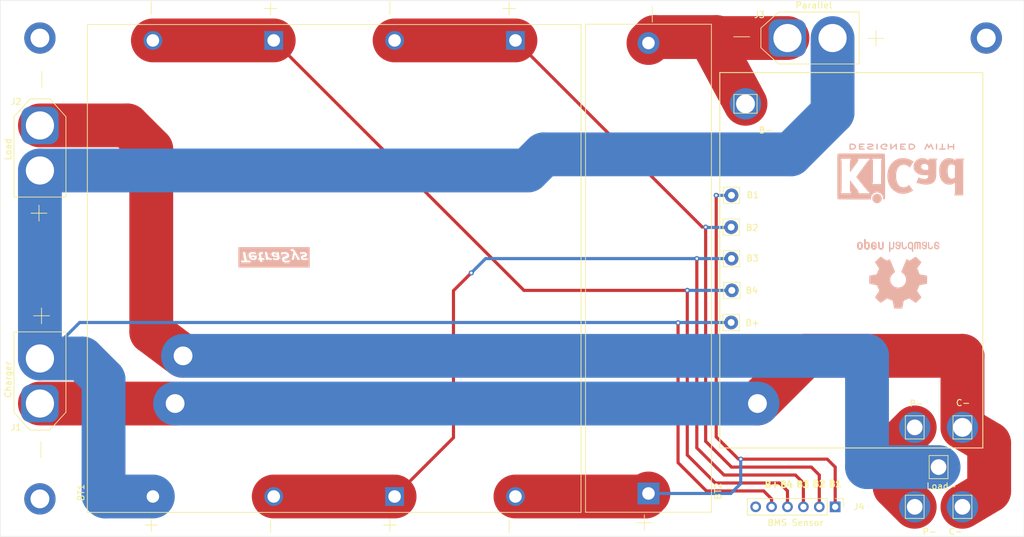
<source format=kicad_pcb>
(kicad_pcb (version 20171130) (host pcbnew 5.1.10-88a1d61d58~88~ubuntu20.04.1)

  (general
    (thickness 1.6)
    (drawings 25)
    (tracks 99)
    (zones 0)
    (modules 20)
    (nets 11)
  )

  (page A4)
  (layers
    (0 F.Cu signal)
    (31 B.Cu signal)
    (32 B.Adhes user)
    (33 F.Adhes user)
    (34 B.Paste user)
    (35 F.Paste user)
    (36 B.SilkS user)
    (37 F.SilkS user)
    (38 B.Mask user)
    (39 F.Mask user)
    (40 Dwgs.User user)
    (41 Cmts.User user)
    (42 Eco1.User user)
    (43 Eco2.User user)
    (44 Edge.Cuts user)
    (45 Margin user)
    (46 B.CrtYd user)
    (47 F.CrtYd user)
    (48 B.Fab user)
    (49 F.Fab user)
  )

  (setup
    (last_trace_width 0.25)
    (trace_clearance 0.2)
    (zone_clearance 0.508)
    (zone_45_only no)
    (trace_min 0.2)
    (via_size 0.8)
    (via_drill 0.4)
    (via_min_size 0.4)
    (via_min_drill 0.3)
    (uvia_size 0.3)
    (uvia_drill 0.1)
    (uvias_allowed no)
    (uvia_min_size 0.2)
    (uvia_min_drill 0.1)
    (edge_width 0.05)
    (segment_width 0.2)
    (pcb_text_width 0.3)
    (pcb_text_size 1.5 1.5)
    (mod_edge_width 0.12)
    (mod_text_size 1 1)
    (mod_text_width 0.15)
    (pad_size 5 5)
    (pad_drill 2.5)
    (pad_to_mask_clearance 0)
    (aux_axis_origin 0 0)
    (visible_elements FFFFFF7F)
    (pcbplotparams
      (layerselection 0x010fc_ffffffff)
      (usegerberextensions false)
      (usegerberattributes true)
      (usegerberadvancedattributes true)
      (creategerberjobfile true)
      (excludeedgelayer true)
      (linewidth 0.100000)
      (plotframeref false)
      (viasonmask false)
      (mode 1)
      (useauxorigin false)
      (hpglpennumber 1)
      (hpglpenspeed 20)
      (hpglpendiameter 15.000000)
      (psnegative false)
      (psa4output false)
      (plotreference true)
      (plotvalue true)
      (plotinvisibletext false)
      (padsonsilk false)
      (subtractmaskfromsilk false)
      (outputformat 1)
      (mirror false)
      (drillshape 0)
      (scaleselection 1)
      (outputdirectory "gerber/"))
  )

  (net 0 "")
  (net 1 "Net-(BT1-Pad1+)")
  (net 2 "Net-(BT1-Pad1)")
  (net 3 "Net-(BT1-Pad2)")
  (net 4 "Net-(BT1-Pad3)")
  (net 5 "Net-(BT1-Pad4)")
  (net 6 "Net-(BT2-Pad2)")
  (net 7 "Net-(J1-Pad1)")
  (net 8 "Net-(J2-Pad1)")
  (net 9 "Net-(TP11-Pad1)")
  (net 10 "Net-(J4-Pad6)")

  (net_class Default "This is the default net class."
    (clearance 0.2)
    (trace_width 0.25)
    (via_dia 0.8)
    (via_drill 0.4)
    (uvia_dia 0.3)
    (uvia_drill 0.1)
    (add_net "Net-(BT1-Pad1)")
    (add_net "Net-(BT1-Pad1+)")
    (add_net "Net-(BT1-Pad2)")
    (add_net "Net-(BT1-Pad3)")
    (add_net "Net-(BT1-Pad4)")
    (add_net "Net-(BT2-Pad2)")
    (add_net "Net-(J1-Pad1)")
    (add_net "Net-(J2-Pad1)")
    (add_net "Net-(J4-Pad6)")
    (add_net "Net-(TP11-Pad1)")
  )

  (module TetraSysLogo:tetrasys-logo-9.8mm (layer B.Cu) (tedit 0) (tstamp 60C53150)
    (at 107.2388 90.932)
    (fp_text reference G*** (at 0 0) (layer B.SilkS) hide
      (effects (font (size 1.524 1.524) (thickness 0.3)) (justify mirror))
    )
    (fp_text value LOGO (at 0.75 0) (layer B.SilkS) hide
      (effects (font (size 1.524 1.524) (thickness 0.3)) (justify mirror))
    )
    (fp_poly (pts (xy 5.6896 -1.6256) (xy -5.6896 -1.6256) (xy -5.6896 -1.30048) (xy 2.639758 -1.30048)
      (xy 2.809779 -1.30048) (xy 2.922578 -1.295452) (xy 3.022188 -1.281676) (xy 3.074795 -1.268112)
      (xy 3.179517 -1.211167) (xy 3.249677 -1.144986) (xy 3.271522 -1.114627) (xy 3.310287 -1.054919)
      (xy 3.363352 -0.970267) (xy 3.4281 -0.865077) (xy 3.494328 -0.75622) (xy 4.134884 -0.75622)
      (xy 4.137445 -0.771098) (xy 4.160468 -0.779392) (xy 4.213405 -0.7931) (xy 4.286308 -0.809713)
      (xy 4.31381 -0.815564) (xy 4.495794 -0.843094) (xy 4.67359 -0.850355) (xy 4.834955 -0.837206)
      (xy 4.90809 -0.822313) (xy 5.041965 -0.77175) (xy 5.150004 -0.697621) (xy 5.228443 -0.604049)
      (xy 5.273516 -0.49516) (xy 5.2832 -0.411354) (xy 5.271904 -0.31067) (xy 5.23573 -0.228183)
      (xy 5.171244 -0.160864) (xy 5.075013 -0.105683) (xy 4.943604 -0.05961) (xy 4.860572 -0.038325)
      (xy 4.749067 -0.010071) (xy 4.673796 0.015132) (xy 4.630704 0.039583) (xy 4.615739 0.065579)
      (xy 4.624794 0.09533) (xy 4.665464 0.140867) (xy 4.724718 0.167625) (xy 4.809764 0.177728)
      (xy 4.89712 0.175507) (xy 4.995234 0.164635) (xy 5.098561 0.145913) (xy 5.174275 0.126421)
      (xy 5.29903 0.086939) (xy 5.358238 0.384495) (xy 5.244519 0.410354) (xy 5.178249 0.420662)
      (xy 5.084381 0.429081) (xy 4.975945 0.434682) (xy 4.8768 0.436546) (xy 4.768665 0.43609)
      (xy 4.69103 0.433341) (xy 4.633758 0.426732) (xy 4.586716 0.414695) (xy 4.539768 0.39566)
      (xy 4.504923 0.378999) (xy 4.398582 0.31351) (xy 4.328151 0.2359) (xy 4.289229 0.13919)
      (xy 4.277413 0.018367) (xy 4.280737 -0.067222) (xy 4.292741 -0.126017) (xy 4.316352 -0.171456)
      (xy 4.3198 -0.176237) (xy 4.397605 -0.249367) (xy 4.511723 -0.308559) (xy 4.659885 -0.35266)
      (xy 4.671298 -0.355115) (xy 4.771547 -0.378301) (xy 4.837841 -0.399983) (xy 4.876555 -0.423666)
      (xy 4.894064 -0.452854) (xy 4.89712 -0.479271) (xy 4.878753 -0.524852) (xy 4.828115 -0.558392)
      (xy 4.751901 -0.579398) (xy 4.656805 -0.587373) (xy 4.549523 -0.581824) (xy 4.436749 -0.562256)
      (xy 4.325178 -0.528173) (xy 4.310974 -0.522595) (xy 4.185546 -0.471933) (xy 4.176489 -0.515366)
      (xy 4.153273 -0.631014) (xy 4.139559 -0.71029) (xy 4.134884 -0.75622) (xy 3.494328 -0.75622)
      (xy 3.501913 -0.743754) (xy 3.582172 -0.610703) (xy 3.66626 -0.470331) (xy 3.751557 -0.327042)
      (xy 3.835446 -0.185243) (xy 3.915309 -0.049338) (xy 3.988527 0.076267) (xy 4.052483 0.187166)
      (xy 4.104557 0.278953) (xy 4.142133 0.347224) (xy 4.162591 0.387573) (xy 4.1656 0.396197)
      (xy 4.146719 0.400492) (xy 4.095828 0.403895) (xy 4.021554 0.40597) (xy 3.963588 0.4064)
      (xy 3.761577 0.4064) (xy 3.323309 -0.43688) (xy 3.241534 -0.015254) (xy 3.15976 0.406371)
      (xy 2.974069 0.406386) (xy 2.788378 0.4064) (xy 2.816815 0.28956) (xy 2.829555 0.237032)
      (xy 2.850115 0.152044) (xy 2.87679 0.041644) (xy 2.90788 -0.087117) (xy 2.941681 -0.227192)
      (xy 2.965299 -0.32512) (xy 3.085346 -0.82296) (xy 3.041491 -0.901152) (xy 2.984312 -0.975637)
      (xy 2.910048 -1.019159) (xy 2.810919 -1.035841) (xy 2.786463 -1.03632) (xy 2.738227 -1.036298)
      (xy 2.707044 -1.0412) (xy 2.687594 -1.058471) (xy 2.674559 -1.095561) (xy 2.662618 -1.159916)
      (xy 2.652208 -1.22428) (xy 2.639758 -1.30048) (xy -5.6896 -1.30048) (xy -5.6896 0.508)
      (xy -5.297595 0.508) (xy -5.024868 0.508) (xy -4.914958 0.507602) (xy -4.839642 0.50586)
      (xy -4.792879 0.501956) (xy -4.768627 0.495071) (xy -4.760844 0.484387) (xy -4.762448 0.47244)
      (xy -4.76873 0.444073) (xy -4.781511 0.381042) (xy -4.799761 0.28862) (xy -4.822448 0.172079)
      (xy -4.848543 0.036692) (xy -4.877014 -0.112268) (xy -4.886576 -0.16256) (xy -4.915491 -0.31418)
      (xy -4.942276 -0.45339) (xy -4.965922 -0.575031) (xy -4.985416 -0.673946) (xy -4.999747 -0.744973)
      (xy -5.007904 -0.782956) (xy -5.009082 -0.7874) (xy -5.002952 -0.799367) (xy -4.971482 -0.807171)
      (xy -4.909676 -0.811438) (xy -4.812538 -0.812797) (xy -4.806688 -0.8128) (xy -4.595612 -0.8128)
      (xy -4.575005 -0.71628) (xy -4.565781 -0.671054) (xy -4.550151 -0.592154) (xy -4.529335 -0.485827)
      (xy -4.504549 -0.358317) (xy -4.502583 -0.348146) (xy -4.082668 -0.348146) (xy -4.064875 -0.491364)
      (xy -4.055262 -0.524041) (xy -3.995953 -0.640401) (xy -3.904003 -0.734344) (xy -3.781949 -0.803805)
      (xy -3.66776 -0.839598) (xy -3.602551 -0.847633) (xy -3.51145 -0.850553) (xy -3.408856 -0.848563)
      (xy -3.309168 -0.841867) (xy -3.243177 -0.833588) (xy -3.153795 -0.816444) (xy -3.060337 -0.79476)
      (xy -3.018178 -0.783385) (xy -2.912962 -0.752798) (xy -2.889041 -0.622976) (xy -2.873731 -0.537482)
      (xy -2.86737 -0.485868) (xy -2.871565 -0.462041) (xy -2.887924 -0.45991) (xy -2.918055 -0.473382)
      (xy -2.927265 -0.478132) (xy -2.977627 -0.498967) (xy -3.052275 -0.523849) (xy -3.135889 -0.54771)
      (xy -3.143875 -0.549774) (xy -3.306632 -0.581537) (xy -3.441381 -0.586714) (xy -3.547333 -0.565559)
      (xy -3.623701 -0.518327) (xy -3.669695 -0.445271) (xy -3.683628 -0.37592) (xy -3.68808 -0.31496)
      (xy -2.768716 -0.30405) (xy -2.756182 -0.228225) (xy -2.744355 -0.108317) (xy -2.746588 0.010541)
      (xy -2.762018 0.114473) (xy -2.764449 0.12192) (xy -2.54508 0.12192) (xy -2.355279 0.12192)
      (xy -2.368723 0.04572) (xy -2.3788 -0.008558) (xy -2.394291 -0.088765) (xy -2.412498 -0.181006)
      (xy -2.420443 -0.220676) (xy -2.448006 -0.38165) (xy -2.457889 -0.509772) (xy -2.448861 -0.609353)
      (xy -2.41969 -0.684704) (xy -2.369144 -0.740136) (xy -2.295989 -0.77996) (xy -2.256707 -0.793532)
      (xy -2.21498 -0.800299) (xy -2.143861 -0.805981) (xy -2.0546 -0.809841) (xy -1.988878 -0.811053)
      (xy -1.773035 -0.8128) (xy -1.496783 -0.8128) (xy -1.104265 -0.8128) (xy -1.040571 -0.483811)
      (xy -0.426049 -0.483811) (xy -0.421465 -0.590557) (xy -0.385999 -0.684843) (xy -0.380836 -0.692955)
      (xy -0.30578 -0.770939) (xy -0.20549 -0.823999) (xy -0.088597 -0.849678) (xy 0.036269 -0.84552)
      (xy 0.102456 -0.830462) (xy 0.161743 -0.804992) (xy 0.232977 -0.763813) (xy 0.27938 -0.731621)
      (xy 0.379614 -0.655757) (xy 0.365255 -0.734278) (xy 0.350896 -0.8128) (xy 0.74374 -0.8128)
      (xy 0.763925 -0.708267) (xy 1.085645 -0.708267) (xy 1.090819 -0.731705) (xy 1.12361 -0.748853)
      (xy 1.184744 -0.770975) (xy 1.262816 -0.794578) (xy 1.346422 -0.81617) (xy 1.41224 -0.830134)
      (xy 1.533816 -0.845225) (xy 1.669597 -0.850399) (xy 1.801807 -0.845639) (xy 1.912673 -0.830929)
      (xy 1.914159 -0.830616) (xy 2.075961 -0.780188) (xy 2.210039 -0.704701) (xy 2.314051 -0.606649)
      (xy 2.385656 -0.488523) (xy 2.422512 -0.352817) (xy 2.427158 -0.284543) (xy 2.417876 -0.16933)
      (xy 2.38569 -0.073481) (xy 2.327187 0.006253) (xy 2.238952 0.07312) (xy 2.117571 0.130366)
      (xy 1.959628 0.18124) (xy 1.928751 0.189527) (xy 1.813745 0.222207) (xy 1.733443 0.252206)
      (xy 1.682373 0.28296) (xy 1.655061 0.317904) (xy 1.646035 0.360476) (xy 1.64592 0.367104)
      (xy 1.664185 0.433304) (xy 1.715437 0.485035) (xy 1.794357 0.521407) (xy 1.895626 0.54153)
      (xy 2.013926 0.544513) (xy 2.143939 0.529467) (xy 2.280346 0.495502) (xy 2.324136 0.480616)
      (xy 2.390195 0.457396) (xy 2.438202 0.441967) (xy 2.45857 0.437393) (xy 2.45872 0.437615)
      (xy 2.462262 0.45887) (xy 2.471666 0.510069) (xy 2.485092 0.581253) (xy 2.488988 0.601664)
      (xy 2.503579 0.687429) (xy 2.50764 0.740819) (xy 2.501426 0.768645) (xy 2.495468 0.774565)
      (xy 2.443826 0.794281) (xy 2.360638 0.812053) (xy 2.254993 0.826709) (xy 2.135977 0.837078)
      (xy 2.012677 0.841987) (xy 1.97104 0.842202) (xy 1.857727 0.840169) (xy 1.773508 0.834275)
      (xy 1.706904 0.823001) (xy 1.646436 0.80483) (xy 1.623987 0.796319) (xy 1.482025 0.722547)
      (xy 1.373714 0.627309) (xy 1.299959 0.511833) (xy 1.261667 0.377341) (xy 1.256061 0.298875)
      (xy 1.265001 0.183166) (xy 1.295805 0.08852) (xy 1.352243 0.011153) (xy 1.438086 -0.052719)
      (xy 1.557103 -0.106882) (xy 1.706624 -0.153404) (xy 1.823668 -0.186239) (xy 1.906623 -0.214379)
      (xy 1.961181 -0.241454) (xy 1.993031 -0.271091) (xy 2.007864 -0.306921) (xy 2.011368 -0.347749)
      (xy 1.992722 -0.413421) (xy 1.940517 -0.470313) (xy 1.861559 -0.514349) (xy 1.762657 -0.541455)
      (xy 1.6764 -0.548226) (xy 1.571478 -0.538434) (xy 1.449716 -0.512547) (xy 1.329245 -0.475178)
      (xy 1.240403 -0.437327) (xy 1.191642 -0.412671) (xy 1.159468 -0.401825) (xy 1.138749 -0.410139)
      (xy 1.124355 -0.442962) (xy 1.111154 -0.505644) (xy 1.096953 -0.586883) (xy 1.087629 -0.655785)
      (xy 1.085645 -0.708267) (xy 0.763925 -0.708267) (xy 0.819273 -0.42164) (xy 0.843046 -0.29314)
      (xy 0.863674 -0.171335) (xy 0.879898 -0.064503) (xy 0.890462 0.019077) (xy 0.894109 0.07112)
      (xy 0.875994 0.190556) (xy 0.823375 0.288522) (xy 0.736156 0.365173) (xy 0.701582 0.384887)
      (xy 0.656646 0.406447) (xy 0.614633 0.421056) (xy 0.566187 0.430034) (xy 0.501955 0.4347)
      (xy 0.412581 0.436373) (xy 0.335822 0.43648) (xy 0.22379 0.434283) (xy 0.114996 0.428598)
      (xy 0.021949 0.420291) (xy -0.042344 0.41034) (xy -0.155808 0.384601) (xy -0.179504 0.255998)
      (xy -0.194511 0.172318) (xy -0.199317 0.122698) (xy -0.190379 0.101106) (xy -0.164155 0.101512)
      (xy -0.117102 0.117883) (xy -0.101806 0.123712) (xy -0.0069 0.150967) (xy 0.106128 0.170448)
      (xy 0.220827 0.180329) (xy 0.320747 0.178788) (xy 0.354393 0.174288) (xy 0.435637 0.144159)
      (xy 0.488642 0.092431) (xy 0.507993 0.024434) (xy 0.508 0.023064) (xy 0.508 -0.035153)
      (xy 0.25908 -0.045896) (xy 0.095754 -0.057515) (xy -0.034706 -0.077933) (xy -0.139487 -0.109076)
      (xy -0.225779 -0.152869) (xy -0.27549 -0.189139) (xy -0.350964 -0.273071) (xy -0.40185 -0.374639)
      (xy -0.426049 -0.483811) (xy -1.040571 -0.483811) (xy -1.038818 -0.47476) (xy -1.004786 -0.309795)
      (xy -0.972237 -0.180149) (xy -0.938429 -0.080718) (xy -0.900623 -0.0064) (xy -0.856078 0.047905)
      (xy -0.802054 0.087302) (xy -0.735811 0.11689) (xy -0.717681 0.123135) (xy -0.639765 0.1364)
      (xy -0.547693 0.135083) (xy -0.464633 0.120007) (xy -0.446304 0.113498) (xy -0.428745 0.11435)
      (xy -0.413482 0.137404) (xy -0.397693 0.189027) (xy -0.382109 0.258418) (xy -0.367903 0.334815)
      (xy -0.359794 0.395938) (xy -0.359133 0.430919) (xy -0.360226 0.434204) (xy -0.387069 0.444193)
      (xy -0.441543 0.445593) (xy -0.511866 0.43974) (xy -0.586257 0.427968) (xy -0.652937 0.411612)
      (xy -0.691799 0.39664) (xy -0.752815 0.358965) (xy -0.816433 0.309786) (xy -0.830181 0.297446)
      (xy -0.898361 0.23368) (xy -0.884275 0.32004) (xy -0.870188 0.4064) (xy -1.256959 0.4064)
      (xy -1.278515 0.29972) (xy -1.288427 0.250026) (xy -1.304763 0.167375) (xy -1.326161 0.058694)
      (xy -1.351259 -0.069087) (xy -1.378692 -0.209038) (xy -1.398427 -0.30988) (xy -1.496783 -0.8128)
      (xy -1.773035 -0.8128) (xy -1.760818 -0.7366) (xy -1.748526 -0.664645) (xy -1.73572 -0.596158)
      (xy -1.735361 -0.59436) (xy -1.72212 -0.52832) (xy -1.865449 -0.52832) (xy -1.96588 -0.522419)
      (xy -2.030648 -0.503346) (xy -2.063178 -0.46904) (xy -2.066899 -0.417441) (xy -2.065223 -0.408272)
      (xy -2.05718 -0.367787) (xy -2.043579 -0.297563) (xy -2.026384 -0.207797) (xy -2.009228 -0.117512)
      (xy -1.964162 0.120575) (xy -1.76019 0.126328) (xy -1.556219 0.13208) (xy -1.542576 0.2032)
      (xy -1.529055 0.274565) (xy -1.516815 0.34036) (xy -1.504696 0.4064) (xy -1.905043 0.4064)
      (xy -1.877795 0.5334) (xy -1.857463 0.62924) (xy -1.849137 0.691998) (xy -1.858 0.728655)
      (xy -1.889232 0.746194) (xy -1.948014 0.751596) (xy -2.039527 0.751841) (xy -2.039899 0.75184)
      (xy -2.230678 0.75184) (xy -2.244689 0.67564) (xy -2.257987 0.606536) (xy -2.274174 0.526537)
      (xy -2.279115 0.50292) (xy -2.299528 0.4064) (xy -2.396847 0.4064) (xy -2.455594 0.404904)
      (xy -2.485782 0.394811) (xy -2.49949 0.367719) (xy -2.506383 0.3302) (xy -2.518675 0.258246)
      (xy -2.531481 0.189759) (xy -2.53184 0.18796) (xy -2.54508 0.12192) (xy -2.764449 0.12192)
      (xy -2.781097 0.172895) (xy -2.849202 0.276913) (xy -2.944019 0.356435) (xy -3.059643 0.411206)
      (xy -3.190165 0.440972) (xy -3.329681 0.445476) (xy -3.472284 0.424464) (xy -3.612067 0.377682)
      (xy -3.743124 0.304873) (xy -3.846716 0.218901) (xy -3.94696 0.095156) (xy -4.021304 -0.046314)
      (xy -4.067342 -0.196939) (xy -4.082668 -0.348146) (xy -4.502583 -0.348146) (xy -4.477012 -0.21587)
      (xy -4.447941 -0.064731) (xy -4.44636 -0.056489) (xy -4.33832 0.506781) (xy -4.064807 0.512471)
      (xy -3.791293 0.51816) (xy -3.765973 0.64008) (xy -3.752335 0.709028) (xy -3.742793 0.763473)
      (xy -3.739767 0.7874) (xy -3.747869 0.794271) (xy -3.774806 0.799871) (xy -3.823734 0.804308)
      (xy -3.897809 0.807689) (xy -4.000188 0.810122) (xy -4.134028 0.811713) (xy -4.302484 0.812569)
      (xy -4.487913 0.812801) (xy -5.236945 0.812801) (xy -5.26727 0.660401) (xy -5.297595 0.508)
      (xy -5.6896 0.508) (xy -5.6896 1.6256) (xy 5.6896 1.6256) (xy 5.6896 -1.6256)) (layer B.SilkS) (width 0.01))
    (fp_poly (pts (xy -3.247726 0.169877) (xy -3.186093 0.138441) (xy -3.14428 0.084611) (xy -3.12928 0.01016)
      (xy -3.12928 -0.06096) (xy -3.638324 -0.06096) (xy -3.608052 -0.00242) (xy -3.552378 0.075356)
      (xy -3.481504 0.131658) (xy -3.402436 0.166301) (xy -3.322175 0.179102) (xy -3.247726 0.169877)) (layer B.SilkS) (width 0.01))
    (fp_poly (pts (xy 0.439819 -0.325661) (xy 0.404768 -0.423259) (xy 0.346043 -0.504929) (xy 0.276008 -0.556636)
      (xy 0.187278 -0.584596) (xy 0.103308 -0.585922) (xy 0.035611 -0.561024) (xy 0.019162 -0.547482)
      (xy -0.014276 -0.488226) (xy -0.016098 -0.418925) (xy 0.012076 -0.352919) (xy 0.047194 -0.316978)
      (xy 0.087258 -0.294003) (xy 0.139653 -0.279292) (xy 0.215144 -0.270524) (xy 0.278776 -0.267032)
      (xy 0.453003 -0.259744) (xy 0.439819 -0.325661)) (layer B.SilkS) (width 0.01))
  )

  (module Symbol:OSHW-Logo2_14.6x12mm_SilkScreen (layer B.Cu) (tedit 0) (tstamp 60C52D9B)
    (at 206.9084 93.5736)
    (descr "Open Source Hardware Symbol")
    (tags "Logo Symbol OSHW")
    (attr virtual)
    (fp_text reference REF** (at 0 0) (layer B.SilkS) hide
      (effects (font (size 1 1) (thickness 0.15)) (justify mirror))
    )
    (fp_text value OSHW-Logo2_14.6x12mm_SilkScreen (at 0.75 0) (layer B.Fab) hide
      (effects (font (size 1 1) (thickness 0.15)) (justify mirror))
    )
    (fp_poly (pts (xy -4.8281 -3.861903) (xy -4.71655 -3.917522) (xy -4.618092 -4.019931) (xy -4.590977 -4.057864)
      (xy -4.561438 -4.1075) (xy -4.542272 -4.161412) (xy -4.531307 -4.233364) (xy -4.526371 -4.337122)
      (xy -4.525287 -4.474101) (xy -4.530182 -4.661815) (xy -4.547196 -4.802758) (xy -4.579823 -4.907908)
      (xy -4.631558 -4.988243) (xy -4.705896 -5.054741) (xy -4.711358 -5.058678) (xy -4.78462 -5.098953)
      (xy -4.87284 -5.11888) (xy -4.985038 -5.123793) (xy -5.167433 -5.123793) (xy -5.167509 -5.300857)
      (xy -5.169207 -5.39947) (xy -5.17955 -5.457314) (xy -5.206578 -5.492006) (xy -5.258332 -5.521164)
      (xy -5.270761 -5.527121) (xy -5.328923 -5.555039) (xy -5.373956 -5.572672) (xy -5.407441 -5.574194)
      (xy -5.430962 -5.553781) (xy -5.4461 -5.505607) (xy -5.454437 -5.423846) (xy -5.457556 -5.302672)
      (xy -5.45704 -5.13626) (xy -5.454471 -4.918785) (xy -5.453668 -4.853736) (xy -5.450778 -4.629502)
      (xy -5.448188 -4.482821) (xy -5.167586 -4.482821) (xy -5.166009 -4.607326) (xy -5.159 -4.688787)
      (xy -5.143142 -4.742515) (xy -5.115019 -4.783823) (xy -5.095925 -4.803971) (xy -5.017865 -4.862921)
      (xy -4.948753 -4.86772) (xy -4.87744 -4.819038) (xy -4.875632 -4.817241) (xy -4.846617 -4.779618)
      (xy -4.828967 -4.728484) (xy -4.820064 -4.649738) (xy -4.817291 -4.529276) (xy -4.817241 -4.502588)
      (xy -4.823942 -4.336583) (xy -4.845752 -4.221505) (xy -4.885235 -4.151254) (xy -4.944956 -4.119729)
      (xy -4.979472 -4.116552) (xy -5.061389 -4.13146) (xy -5.117579 -4.180548) (xy -5.151402 -4.270362)
      (xy -5.16622 -4.407445) (xy -5.167586 -4.482821) (xy -5.448188 -4.482821) (xy -5.447713 -4.455952)
      (xy -5.443753 -4.325382) (xy -5.438174 -4.230087) (xy -5.430254 -4.162364) (xy -5.419269 -4.114507)
      (xy -5.404499 -4.078813) (xy -5.385218 -4.047578) (xy -5.376951 -4.035824) (xy -5.267288 -3.924797)
      (xy -5.128635 -3.861847) (xy -4.968246 -3.844297) (xy -4.8281 -3.861903)) (layer B.SilkS) (width 0.01))
    (fp_poly (pts (xy -2.582571 -3.877719) (xy -2.488877 -3.931914) (xy -2.423736 -3.985707) (xy -2.376093 -4.042066)
      (xy -2.343272 -4.110987) (xy -2.322594 -4.202468) (xy -2.31138 -4.326506) (xy -2.306951 -4.493098)
      (xy -2.306437 -4.612851) (xy -2.306437 -5.053659) (xy -2.430517 -5.109283) (xy -2.554598 -5.164907)
      (xy -2.569195 -4.682095) (xy -2.575227 -4.501779) (xy -2.581555 -4.370901) (xy -2.589394 -4.280511)
      (xy -2.599963 -4.221664) (xy -2.614477 -4.185413) (xy -2.634152 -4.16281) (xy -2.640465 -4.157917)
      (xy -2.736112 -4.119706) (xy -2.832793 -4.134827) (xy -2.890345 -4.174943) (xy -2.913755 -4.20337)
      (xy -2.929961 -4.240672) (xy -2.940259 -4.297223) (xy -2.945951 -4.383394) (xy -2.948336 -4.509558)
      (xy -2.948736 -4.641042) (xy -2.948814 -4.805999) (xy -2.951639 -4.922761) (xy -2.961093 -5.00151)
      (xy -2.98106 -5.052431) (xy -3.015424 -5.085706) (xy -3.068068 -5.11152) (xy -3.138383 -5.138344)
      (xy -3.21518 -5.167542) (xy -3.206038 -4.649346) (xy -3.202357 -4.462539) (xy -3.19805 -4.32449)
      (xy -3.191877 -4.225568) (xy -3.182598 -4.156145) (xy -3.168973 -4.10659) (xy -3.149761 -4.067273)
      (xy -3.126598 -4.032584) (xy -3.014848 -3.92177) (xy -2.878487 -3.857689) (xy -2.730175 -3.842339)
      (xy -2.582571 -3.877719)) (layer B.SilkS) (width 0.01))
    (fp_poly (pts (xy -5.951779 -3.866015) (xy -5.814939 -3.937968) (xy -5.713949 -4.053766) (xy -5.678075 -4.128213)
      (xy -5.650161 -4.239992) (xy -5.635871 -4.381227) (xy -5.634516 -4.535371) (xy -5.645405 -4.685879)
      (xy -5.667847 -4.816205) (xy -5.70115 -4.909803) (xy -5.711385 -4.925922) (xy -5.832618 -5.046249)
      (xy -5.976613 -5.118317) (xy -6.132861 -5.139408) (xy -6.290852 -5.106802) (xy -6.33482 -5.087253)
      (xy -6.420444 -5.027012) (xy -6.495592 -4.947135) (xy -6.502694 -4.937004) (xy -6.531561 -4.888181)
      (xy -6.550643 -4.83599) (xy -6.561916 -4.767285) (xy -6.567355 -4.668918) (xy -6.568938 -4.527744)
      (xy -6.568965 -4.496092) (xy -6.568893 -4.486019) (xy -6.277011 -4.486019) (xy -6.275313 -4.619256)
      (xy -6.268628 -4.707674) (xy -6.254575 -4.764785) (xy -6.230771 -4.804102) (xy -6.218621 -4.817241)
      (xy -6.148764 -4.867172) (xy -6.080941 -4.864895) (xy -6.012365 -4.821584) (xy -5.971465 -4.775346)
      (xy -5.947242 -4.707857) (xy -5.933639 -4.601433) (xy -5.932706 -4.58902) (xy -5.930384 -4.396147)
      (xy -5.95465 -4.2529) (xy -6.005176 -4.16016) (xy -6.081632 -4.118807) (xy -6.108924 -4.116552)
      (xy -6.180589 -4.127893) (xy -6.22961 -4.167184) (xy -6.259582 -4.242326) (xy -6.274101 -4.361222)
      (xy -6.277011 -4.486019) (xy -6.568893 -4.486019) (xy -6.567878 -4.345659) (xy -6.563312 -4.240549)
      (xy -6.553312 -4.167714) (xy -6.535921 -4.114108) (xy -6.509184 -4.066681) (xy -6.503276 -4.057864)
      (xy -6.403968 -3.939007) (xy -6.295758 -3.870008) (xy -6.164019 -3.842619) (xy -6.119283 -3.841281)
      (xy -5.951779 -3.866015)) (layer B.SilkS) (width 0.01))
    (fp_poly (pts (xy -3.684448 -3.884676) (xy -3.569342 -3.962111) (xy -3.480389 -4.073949) (xy -3.427251 -4.216265)
      (xy -3.416503 -4.321015) (xy -3.417724 -4.364726) (xy -3.427944 -4.398194) (xy -3.456039 -4.428179)
      (xy -3.510884 -4.46144) (xy -3.601355 -4.504738) (xy -3.736328 -4.564833) (xy -3.737011 -4.565134)
      (xy -3.861249 -4.622037) (xy -3.963127 -4.672565) (xy -4.032233 -4.71128) (xy -4.058154 -4.73274)
      (xy -4.058161 -4.732913) (xy -4.035315 -4.779644) (xy -3.981891 -4.831154) (xy -3.920558 -4.868261)
      (xy -3.889485 -4.875632) (xy -3.804711 -4.850138) (xy -3.731707 -4.786291) (xy -3.696087 -4.716094)
      (xy -3.66182 -4.664343) (xy -3.594697 -4.605409) (xy -3.515792 -4.554496) (xy -3.446179 -4.526809)
      (xy -3.431623 -4.525287) (xy -3.415237 -4.550321) (xy -3.41425 -4.614311) (xy -3.426292 -4.700593)
      (xy -3.448993 -4.792501) (xy -3.479986 -4.873369) (xy -3.481552 -4.876509) (xy -3.574819 -5.006734)
      (xy -3.695696 -5.095311) (xy -3.832973 -5.138786) (xy -3.97544 -5.133706) (xy -4.111888 -5.076616)
      (xy -4.117955 -5.072602) (xy -4.22529 -4.975326) (xy -4.295868 -4.848409) (xy -4.334926 -4.681526)
      (xy -4.340168 -4.634639) (xy -4.349452 -4.413329) (xy -4.338322 -4.310124) (xy -4.058161 -4.310124)
      (xy -4.054521 -4.374503) (xy -4.034611 -4.393291) (xy -3.984974 -4.379235) (xy -3.906733 -4.346009)
      (xy -3.819274 -4.304359) (xy -3.817101 -4.303256) (xy -3.74297 -4.264265) (xy -3.713219 -4.238244)
      (xy -3.720555 -4.210965) (xy -3.751447 -4.175121) (xy -3.83004 -4.123251) (xy -3.914677 -4.119439)
      (xy -3.990597 -4.157189) (xy -4.043035 -4.230001) (xy -4.058161 -4.310124) (xy -4.338322 -4.310124)
      (xy -4.330356 -4.236261) (xy -4.281366 -4.095829) (xy -4.213164 -3.997447) (xy -4.090065 -3.89803)
      (xy -3.954472 -3.848711) (xy -3.816045 -3.845568) (xy -3.684448 -3.884676)) (layer B.SilkS) (width 0.01))
    (fp_poly (pts (xy -1.255402 -3.723857) (xy -1.246846 -3.843188) (xy -1.237019 -3.913506) (xy -1.223401 -3.944179)
      (xy -1.203473 -3.944571) (xy -1.197011 -3.94091) (xy -1.11106 -3.914398) (xy -0.999255 -3.915946)
      (xy -0.885586 -3.943199) (xy -0.81449 -3.978455) (xy -0.741595 -4.034778) (xy -0.688307 -4.098519)
      (xy -0.651725 -4.17951) (xy -0.62895 -4.287586) (xy -0.617081 -4.43258) (xy -0.613218 -4.624326)
      (xy -0.613149 -4.661109) (xy -0.613103 -5.074288) (xy -0.705046 -5.106339) (xy -0.770348 -5.128144)
      (xy -0.806176 -5.138297) (xy -0.80723 -5.138391) (xy -0.810758 -5.11086) (xy -0.813761 -5.034923)
      (xy -0.81601 -4.920565) (xy -0.817276 -4.777769) (xy -0.817471 -4.690951) (xy -0.817877 -4.519773)
      (xy -0.819968 -4.397088) (xy -0.825053 -4.313) (xy -0.83444 -4.257614) (xy -0.849439 -4.221032)
      (xy -0.871358 -4.193359) (xy -0.885043 -4.180032) (xy -0.979051 -4.126328) (xy -1.081636 -4.122307)
      (xy -1.17471 -4.167725) (xy -1.191922 -4.184123) (xy -1.217168 -4.214957) (xy -1.23468 -4.251531)
      (xy -1.245858 -4.304415) (xy -1.252104 -4.384177) (xy -1.254818 -4.501385) (xy -1.255402 -4.662991)
      (xy -1.255402 -5.074288) (xy -1.347345 -5.106339) (xy -1.412647 -5.128144) (xy -1.448475 -5.138297)
      (xy -1.449529 -5.138391) (xy -1.452225 -5.110448) (xy -1.454655 -5.03163) (xy -1.456722 -4.909453)
      (xy -1.458329 -4.751432) (xy -1.459377 -4.565083) (xy -1.459769 -4.35792) (xy -1.45977 -4.348706)
      (xy -1.45977 -3.55902) (xy -1.364885 -3.518997) (xy -1.27 -3.478973) (xy -1.255402 -3.723857)) (layer B.SilkS) (width 0.01))
    (fp_poly (pts (xy 0.079944 -3.92436) (xy 0.194343 -3.966842) (xy 0.195652 -3.967658) (xy 0.266403 -4.01973)
      (xy 0.318636 -4.080584) (xy 0.355371 -4.159887) (xy 0.379634 -4.267309) (xy 0.394445 -4.412517)
      (xy 0.402829 -4.605179) (xy 0.403564 -4.632628) (xy 0.41412 -5.046521) (xy 0.325291 -5.092456)
      (xy 0.261018 -5.123498) (xy 0.22221 -5.138206) (xy 0.220415 -5.138391) (xy 0.2137 -5.11125)
      (xy 0.208365 -5.038041) (xy 0.205083 -4.931081) (xy 0.204368 -4.844469) (xy 0.204351 -4.704162)
      (xy 0.197937 -4.616051) (xy 0.17558 -4.574025) (xy 0.127732 -4.571975) (xy 0.044849 -4.60379)
      (xy -0.080287 -4.662272) (xy -0.172303 -4.710845) (xy -0.219629 -4.752986) (xy -0.233542 -4.798916)
      (xy -0.233563 -4.801189) (xy -0.210605 -4.880311) (xy -0.14263 -4.923055) (xy -0.038602 -4.929246)
      (xy 0.03633 -4.928172) (xy 0.075839 -4.949753) (xy 0.100478 -5.001591) (xy 0.114659 -5.067632)
      (xy 0.094223 -5.105104) (xy 0.086528 -5.110467) (xy 0.014083 -5.132006) (xy -0.087367 -5.135055)
      (xy -0.191843 -5.120778) (xy -0.265875 -5.094688) (xy -0.368228 -5.007785) (xy -0.426409 -4.886816)
      (xy -0.437931 -4.792308) (xy -0.429138 -4.707062) (xy -0.39732 -4.637476) (xy -0.334316 -4.575672)
      (xy -0.231969 -4.513772) (xy -0.082118 -4.443897) (xy -0.072988 -4.439948) (xy 0.061997 -4.377588)
      (xy 0.145294 -4.326446) (xy 0.180997 -4.280488) (xy 0.173203 -4.233683) (xy 0.126007 -4.179998)
      (xy 0.111894 -4.167644) (xy 0.017359 -4.119741) (xy -0.080594 -4.121758) (xy -0.165903 -4.168724)
      (xy -0.222504 -4.255669) (xy -0.227763 -4.272734) (xy -0.278977 -4.355504) (xy -0.343963 -4.395372)
      (xy -0.437931 -4.434882) (xy -0.437931 -4.332658) (xy -0.409347 -4.184072) (xy -0.324505 -4.047784)
      (xy -0.280355 -4.002191) (xy -0.179995 -3.943674) (xy -0.052365 -3.917184) (xy 0.079944 -3.92436)) (layer B.SilkS) (width 0.01))
    (fp_poly (pts (xy 1.065943 -3.92192) (xy 1.198565 -3.970859) (xy 1.30601 -4.057419) (xy 1.348032 -4.118352)
      (xy 1.393843 -4.230161) (xy 1.392891 -4.311006) (xy 1.344808 -4.365378) (xy 1.327017 -4.374624)
      (xy 1.250204 -4.40345) (xy 1.210976 -4.396065) (xy 1.197689 -4.347658) (xy 1.197012 -4.32092)
      (xy 1.172686 -4.222548) (xy 1.109281 -4.153734) (xy 1.021154 -4.120498) (xy 0.922663 -4.128861)
      (xy 0.842602 -4.172296) (xy 0.815561 -4.197072) (xy 0.796394 -4.227129) (xy 0.783446 -4.272565)
      (xy 0.775064 -4.343476) (xy 0.769593 -4.44996) (xy 0.765378 -4.602112) (xy 0.764287 -4.650287)
      (xy 0.760307 -4.815095) (xy 0.755781 -4.931088) (xy 0.748995 -5.007833) (xy 0.738231 -5.054893)
      (xy 0.721773 -5.081835) (xy 0.697906 -5.098223) (xy 0.682626 -5.105463) (xy 0.617733 -5.13022)
      (xy 0.579534 -5.138391) (xy 0.566912 -5.111103) (xy 0.559208 -5.028603) (xy 0.55638 -4.889941)
      (xy 0.558386 -4.694162) (xy 0.559011 -4.663965) (xy 0.563421 -4.485349) (xy 0.568635 -4.354923)
      (xy 0.576055 -4.262492) (xy 0.587082 -4.197858) (xy 0.603117 -4.150825) (xy 0.625561 -4.111196)
      (xy 0.637302 -4.094215) (xy 0.704619 -4.01908) (xy 0.77991 -3.960638) (xy 0.789128 -3.955536)
      (xy 0.924133 -3.91526) (xy 1.065943 -3.92192)) (layer B.SilkS) (width 0.01))
    (fp_poly (pts (xy 2.393914 -4.154455) (xy 2.393543 -4.372661) (xy 2.392108 -4.540519) (xy 2.389002 -4.66607)
      (xy 2.383622 -4.757355) (xy 2.375362 -4.822415) (xy 2.363616 -4.869291) (xy 2.347781 -4.906024)
      (xy 2.33579 -4.926991) (xy 2.23649 -5.040694) (xy 2.110588 -5.111965) (xy 1.971291 -5.137538)
      (xy 1.831805 -5.11415) (xy 1.748743 -5.072119) (xy 1.661545 -4.999411) (xy 1.602117 -4.910612)
      (xy 1.566261 -4.79432) (xy 1.549781 -4.639135) (xy 1.547447 -4.525287) (xy 1.547761 -4.517106)
      (xy 1.751724 -4.517106) (xy 1.75297 -4.647657) (xy 1.758678 -4.73408) (xy 1.771804 -4.790618)
      (xy 1.795306 -4.831514) (xy 1.823386 -4.862362) (xy 1.917688 -4.921905) (xy 2.01894 -4.926992)
      (xy 2.114636 -4.877279) (xy 2.122084 -4.870543) (xy 2.153874 -4.835502) (xy 2.173808 -4.793811)
      (xy 2.1846 -4.731762) (xy 2.188965 -4.635644) (xy 2.189655 -4.529379) (xy 2.188159 -4.39588)
      (xy 2.181964 -4.306822) (xy 2.168514 -4.248293) (xy 2.145251 -4.206382) (xy 2.126175 -4.184123)
      (xy 2.037563 -4.127985) (xy 1.935508 -4.121235) (xy 1.838095 -4.164114) (xy 1.819296 -4.180032)
      (xy 1.787293 -4.215382) (xy 1.767318 -4.257502) (xy 1.756593 -4.320251) (xy 1.752339 -4.417487)
      (xy 1.751724 -4.517106) (xy 1.547761 -4.517106) (xy 1.554504 -4.341947) (xy 1.578472 -4.204195)
      (xy 1.623548 -4.100632) (xy 1.693928 -4.019856) (xy 1.748743 -3.978455) (xy 1.848376 -3.933728)
      (xy 1.963855 -3.912967) (xy 2.071199 -3.918525) (xy 2.131264 -3.940943) (xy 2.154835 -3.947323)
      (xy 2.170477 -3.923535) (xy 2.181395 -3.859788) (xy 2.189655 -3.762687) (xy 2.198699 -3.654541)
      (xy 2.211261 -3.589475) (xy 2.234119 -3.552268) (xy 2.274051 -3.527699) (xy 2.299138 -3.516819)
      (xy 2.394023 -3.477072) (xy 2.393914 -4.154455)) (layer B.SilkS) (width 0.01))
    (fp_poly (pts (xy 3.580124 -3.93984) (xy 3.584579 -4.016653) (xy 3.588071 -4.133391) (xy 3.590315 -4.280821)
      (xy 3.591035 -4.435455) (xy 3.591035 -4.958727) (xy 3.498645 -5.051117) (xy 3.434978 -5.108047)
      (xy 3.379089 -5.131107) (xy 3.302702 -5.129647) (xy 3.27238 -5.125934) (xy 3.17761 -5.115126)
      (xy 3.099222 -5.108933) (xy 3.080115 -5.108361) (xy 3.015699 -5.112102) (xy 2.923571 -5.121494)
      (xy 2.88785 -5.125934) (xy 2.800114 -5.132801) (xy 2.741153 -5.117885) (xy 2.68269 -5.071835)
      (xy 2.661585 -5.051117) (xy 2.569195 -4.958727) (xy 2.569195 -3.979947) (xy 2.643558 -3.946066)
      (xy 2.70759 -3.92097) (xy 2.745052 -3.912184) (xy 2.754657 -3.93995) (xy 2.763635 -4.01753)
      (xy 2.771386 -4.136348) (xy 2.777314 -4.287828) (xy 2.780173 -4.415805) (xy 2.788161 -4.919425)
      (xy 2.857848 -4.929278) (xy 2.921229 -4.922389) (xy 2.952286 -4.900083) (xy 2.960967 -4.858379)
      (xy 2.968378 -4.769544) (xy 2.973931 -4.644834) (xy 2.977036 -4.495507) (xy 2.977484 -4.418661)
      (xy 2.977931 -3.976287) (xy 3.069874 -3.944235) (xy 3.134949 -3.922443) (xy 3.170347 -3.912281)
      (xy 3.171368 -3.912184) (xy 3.17492 -3.939809) (xy 3.178823 -4.016411) (xy 3.182751 -4.132579)
      (xy 3.186376 -4.278904) (xy 3.188908 -4.415805) (xy 3.196897 -4.919425) (xy 3.372069 -4.919425)
      (xy 3.380107 -4.459965) (xy 3.388146 -4.000505) (xy 3.473543 -3.956344) (xy 3.536593 -3.926019)
      (xy 3.57391 -3.912258) (xy 3.574987 -3.912184) (xy 3.580124 -3.93984)) (layer B.SilkS) (width 0.01))
    (fp_poly (pts (xy 4.314406 -3.935156) (xy 4.398469 -3.973393) (xy 4.46445 -4.019726) (xy 4.512794 -4.071532)
      (xy 4.546172 -4.138363) (xy 4.567253 -4.229769) (xy 4.578707 -4.355301) (xy 4.583203 -4.524508)
      (xy 4.583678 -4.635933) (xy 4.583678 -5.070627) (xy 4.509316 -5.104509) (xy 4.450746 -5.129272)
      (xy 4.42173 -5.138391) (xy 4.416179 -5.111257) (xy 4.411775 -5.038094) (xy 4.409078 -4.931263)
      (xy 4.408506 -4.846437) (xy 4.406046 -4.723887) (xy 4.399412 -4.626668) (xy 4.389726 -4.567134)
      (xy 4.382032 -4.554483) (xy 4.330311 -4.567402) (xy 4.249117 -4.600539) (xy 4.155102 -4.645461)
      (xy 4.064917 -4.693735) (xy 3.995215 -4.736928) (xy 3.962648 -4.766608) (xy 3.962519 -4.766929)
      (xy 3.96532 -4.821857) (xy 3.990439 -4.874292) (xy 4.034541 -4.916881) (xy 4.098909 -4.931126)
      (xy 4.153921 -4.929466) (xy 4.231835 -4.928245) (xy 4.272732 -4.946498) (xy 4.297295 -4.994726)
      (xy 4.300392 -5.00382) (xy 4.31104 -5.072598) (xy 4.282565 -5.11436) (xy 4.208344 -5.134263)
      (xy 4.128168 -5.137944) (xy 3.98389 -5.110658) (xy 3.909203 -5.07169) (xy 3.816963 -4.980148)
      (xy 3.768043 -4.867782) (xy 3.763654 -4.749051) (xy 3.805001 -4.638411) (xy 3.867197 -4.56908)
      (xy 3.929294 -4.530265) (xy 4.026895 -4.481125) (xy 4.140632 -4.431292) (xy 4.15959 -4.423677)
      (xy 4.284521 -4.368545) (xy 4.356539 -4.319954) (xy 4.3797 -4.271647) (xy 4.358064 -4.21737)
      (xy 4.32092 -4.174943) (xy 4.233127 -4.122702) (xy 4.13653 -4.118784) (xy 4.047944 -4.159041)
      (xy 3.984186 -4.239326) (xy 3.975817 -4.26004) (xy 3.927096 -4.336225) (xy 3.855965 -4.392785)
      (xy 3.766207 -4.439201) (xy 3.766207 -4.307584) (xy 3.77149 -4.227168) (xy 3.794142 -4.163786)
      (xy 3.844367 -4.096163) (xy 3.892582 -4.044076) (xy 3.967554 -3.970322) (xy 4.025806 -3.930702)
      (xy 4.088372 -3.91481) (xy 4.159193 -3.912184) (xy 4.314406 -3.935156)) (layer B.SilkS) (width 0.01))
    (fp_poly (pts (xy 5.33569 -3.940018) (xy 5.370585 -3.955269) (xy 5.453877 -4.021235) (xy 5.525103 -4.116618)
      (xy 5.569153 -4.218406) (xy 5.576322 -4.268587) (xy 5.552285 -4.338647) (xy 5.499561 -4.375717)
      (xy 5.443031 -4.398164) (xy 5.417146 -4.4023) (xy 5.404542 -4.372283) (xy 5.379654 -4.306961)
      (xy 5.368735 -4.277445) (xy 5.307508 -4.175348) (xy 5.218861 -4.124423) (xy 5.105193 -4.125989)
      (xy 5.096774 -4.127994) (xy 5.036088 -4.156767) (xy 4.991474 -4.212859) (xy 4.961002 -4.303163)
      (xy 4.942744 -4.434571) (xy 4.934771 -4.613974) (xy 4.934023 -4.709433) (xy 4.933652 -4.859913)
      (xy 4.931223 -4.962495) (xy 4.92476 -5.027672) (xy 4.912288 -5.065938) (xy 4.891833 -5.087785)
      (xy 4.861419 -5.103707) (xy 4.859661 -5.104509) (xy 4.801091 -5.129272) (xy 4.772075 -5.138391)
      (xy 4.767616 -5.110822) (xy 4.763799 -5.03462) (xy 4.760899 -4.919541) (xy 4.759191 -4.775341)
      (xy 4.758851 -4.669814) (xy 4.760588 -4.465613) (xy 4.767382 -4.310697) (xy 4.781607 -4.196024)
      (xy 4.805638 -4.112551) (xy 4.841848 -4.051236) (xy 4.892612 -4.003034) (xy 4.942739 -3.969393)
      (xy 5.063275 -3.924619) (xy 5.203557 -3.914521) (xy 5.33569 -3.940018)) (layer B.SilkS) (width 0.01))
    (fp_poly (pts (xy 6.343439 -3.95654) (xy 6.45895 -4.032034) (xy 6.514664 -4.099617) (xy 6.558804 -4.222255)
      (xy 6.562309 -4.319298) (xy 6.554368 -4.449056) (xy 6.255115 -4.580039) (xy 6.109611 -4.646958)
      (xy 6.014537 -4.70079) (xy 5.965101 -4.747416) (xy 5.956511 -4.79272) (xy 5.983972 -4.842582)
      (xy 6.014253 -4.875632) (xy 6.102363 -4.928633) (xy 6.198196 -4.932347) (xy 6.286212 -4.891041)
      (xy 6.350869 -4.808983) (xy 6.362433 -4.780008) (xy 6.417825 -4.689509) (xy 6.481553 -4.65094)
      (xy 6.568966 -4.617946) (xy 6.568966 -4.743034) (xy 6.561238 -4.828156) (xy 6.530966 -4.899938)
      (xy 6.467518 -4.982356) (xy 6.458088 -4.993066) (xy 6.387513 -5.066391) (xy 6.326847 -5.105742)
      (xy 6.25095 -5.123845) (xy 6.18803 -5.129774) (xy 6.075487 -5.131251) (xy 5.99537 -5.112535)
      (xy 5.94539 -5.084747) (xy 5.866838 -5.023641) (xy 5.812463 -4.957554) (xy 5.778052 -4.874441)
      (xy 5.759388 -4.762254) (xy 5.752256 -4.608946) (xy 5.751687 -4.531136) (xy 5.753622 -4.437853)
      (xy 5.929899 -4.437853) (xy 5.931944 -4.487896) (xy 5.937039 -4.496092) (xy 5.970666 -4.484958)
      (xy 6.04303 -4.455493) (xy 6.139747 -4.413601) (xy 6.159973 -4.404597) (xy 6.282203 -4.342442)
      (xy 6.349547 -4.287815) (xy 6.364348 -4.236649) (xy 6.328947 -4.184876) (xy 6.299711 -4.162)
      (xy 6.194216 -4.11625) (xy 6.095476 -4.123808) (xy 6.012812 -4.179651) (xy 5.955548 -4.278753)
      (xy 5.937188 -4.357414) (xy 5.929899 -4.437853) (xy 5.753622 -4.437853) (xy 5.755459 -4.349351)
      (xy 5.769359 -4.214853) (xy 5.796894 -4.116916) (xy 5.841572 -4.044811) (xy 5.906901 -3.987813)
      (xy 5.935383 -3.969393) (xy 6.064763 -3.921422) (xy 6.206412 -3.918403) (xy 6.343439 -3.95654)) (layer B.SilkS) (width 0.01))
    (fp_poly (pts (xy 0.209014 5.547002) (xy 0.367006 5.546137) (xy 0.481347 5.543795) (xy 0.559407 5.539238)
      (xy 0.608554 5.53173) (xy 0.636159 5.520534) (xy 0.649592 5.504912) (xy 0.656221 5.484127)
      (xy 0.656865 5.481437) (xy 0.666935 5.432887) (xy 0.685575 5.337095) (xy 0.710845 5.204257)
      (xy 0.740807 5.044569) (xy 0.773522 4.868226) (xy 0.774664 4.862033) (xy 0.807433 4.689218)
      (xy 0.838093 4.536531) (xy 0.864664 4.413129) (xy 0.885167 4.328169) (xy 0.897626 4.29081)
      (xy 0.89822 4.290148) (xy 0.934919 4.271905) (xy 1.010586 4.241503) (xy 1.108878 4.205507)
      (xy 1.109425 4.205315) (xy 1.233233 4.158778) (xy 1.379196 4.099496) (xy 1.516781 4.039891)
      (xy 1.523293 4.036944) (xy 1.74739 3.935235) (xy 2.243619 4.274103) (xy 2.395846 4.377408)
      (xy 2.533741 4.469763) (xy 2.649315 4.545916) (xy 2.734579 4.600615) (xy 2.781544 4.628607)
      (xy 2.786004 4.630683) (xy 2.820134 4.62144) (xy 2.883881 4.576844) (xy 2.979731 4.494791)
      (xy 3.110169 4.373179) (xy 3.243328 4.243795) (xy 3.371694 4.116298) (xy 3.486581 3.999954)
      (xy 3.581073 3.901948) (xy 3.648253 3.829464) (xy 3.681206 3.789687) (xy 3.682432 3.787639)
      (xy 3.686074 3.760344) (xy 3.67235 3.715766) (xy 3.637869 3.647888) (xy 3.579239 3.550689)
      (xy 3.49307 3.418149) (xy 3.3782 3.247524) (xy 3.276254 3.097345) (xy 3.185123 2.96265)
      (xy 3.110073 2.85126) (xy 3.056369 2.770995) (xy 3.02928 2.729675) (xy 3.027574 2.72687)
      (xy 3.030882 2.687279) (xy 3.055953 2.610331) (xy 3.097798 2.510568) (xy 3.112712 2.478709)
      (xy 3.177786 2.336774) (xy 3.247212 2.175727) (xy 3.303609 2.036379) (xy 3.344247 1.932956)
      (xy 3.376526 1.854358) (xy 3.395178 1.81328) (xy 3.397497 1.810115) (xy 3.431803 1.804872)
      (xy 3.512669 1.790506) (xy 3.629343 1.769063) (xy 3.771075 1.742587) (xy 3.92711 1.713123)
      (xy 4.086698 1.682717) (xy 4.239085 1.653412) (xy 4.373521 1.627255) (xy 4.479252 1.60629)
      (xy 4.545526 1.592561) (xy 4.561782 1.58868) (xy 4.578573 1.5791) (xy 4.591249 1.557464)
      (xy 4.600378 1.516469) (xy 4.606531 1.448811) (xy 4.61028 1.347188) (xy 4.612192 1.204297)
      (xy 4.61284 1.012835) (xy 4.612874 0.934355) (xy 4.612874 0.296094) (xy 4.459598 0.26584)
      (xy 4.374322 0.249436) (xy 4.24707 0.225491) (xy 4.093315 0.196893) (xy 3.928534 0.166533)
      (xy 3.882989 0.158194) (xy 3.730932 0.12863) (xy 3.598468 0.099558) (xy 3.496714 0.073671)
      (xy 3.436788 0.053663) (xy 3.426805 0.047699) (xy 3.402293 0.005466) (xy 3.367148 -0.07637)
      (xy 3.328173 -0.181683) (xy 3.320442 -0.204368) (xy 3.26936 -0.345018) (xy 3.205954 -0.503714)
      (xy 3.143904 -0.646225) (xy 3.143598 -0.646886) (xy 3.040267 -0.87044) (xy 3.719961 -1.870232)
      (xy 3.283621 -2.3073) (xy 3.151649 -2.437381) (xy 3.031279 -2.552048) (xy 2.929273 -2.645181)
      (xy 2.852391 -2.710658) (xy 2.807393 -2.742357) (xy 2.800938 -2.744368) (xy 2.76304 -2.728529)
      (xy 2.685708 -2.684496) (xy 2.577389 -2.61749) (xy 2.446532 -2.532734) (xy 2.305052 -2.437816)
      (xy 2.161461 -2.340998) (xy 2.033435 -2.256751) (xy 1.929105 -2.190258) (xy 1.8566 -2.146702)
      (xy 1.824158 -2.131264) (xy 1.784576 -2.144328) (xy 1.709519 -2.17875) (xy 1.614468 -2.22738)
      (xy 1.604392 -2.232785) (xy 1.476391 -2.29698) (xy 1.388618 -2.328463) (xy 1.334028 -2.328798)
      (xy 1.305575 -2.299548) (xy 1.30541 -2.299138) (xy 1.291188 -2.264498) (xy 1.257269 -2.182269)
      (xy 1.206284 -2.058814) (xy 1.140862 -1.900498) (xy 1.063634 -1.713686) (xy 0.977229 -1.504742)
      (xy 0.893551 -1.302446) (xy 0.801588 -1.0792) (xy 0.71715 -0.872392) (xy 0.642769 -0.688362)
      (xy 0.580974 -0.533451) (xy 0.534297 -0.413996) (xy 0.505268 -0.336339) (xy 0.496322 -0.307356)
      (xy 0.518756 -0.27411) (xy 0.577439 -0.221123) (xy 0.655689 -0.162704) (xy 0.878534 0.022048)
      (xy 1.052718 0.233818) (xy 1.176154 0.468144) (xy 1.246754 0.720566) (xy 1.262431 0.986623)
      (xy 1.251036 1.109425) (xy 1.18895 1.364207) (xy 1.082023 1.589199) (xy 0.936889 1.782183)
      (xy 0.760178 1.940939) (xy 0.558522 2.06325) (xy 0.338554 2.146895) (xy 0.106906 2.189656)
      (xy -0.129791 2.189313) (xy -0.364905 2.143648) (xy -0.591804 2.050441) (xy -0.803856 1.907473)
      (xy -0.892364 1.826617) (xy -1.062111 1.618993) (xy -1.180301 1.392105) (xy -1.247722 1.152567)
      (xy -1.26516 0.906993) (xy -1.233402 0.661997) (xy -1.153235 0.424192) (xy -1.025445 0.200193)
      (xy -0.85082 -0.003387) (xy -0.655688 -0.162704) (xy -0.574409 -0.223602) (xy -0.516991 -0.276015)
      (xy -0.496322 -0.307406) (xy -0.507144 -0.341639) (xy -0.537923 -0.423419) (xy -0.586126 -0.546407)
      (xy -0.649222 -0.704263) (xy -0.724678 -0.890649) (xy -0.809962 -1.099226) (xy -0.893781 -1.302496)
      (xy -0.986255 -1.525933) (xy -1.071911 -1.732984) (xy -1.148118 -1.917286) (xy -1.212247 -2.072475)
      (xy -1.261668 -2.192188) (xy -1.293752 -2.270061) (xy -1.305641 -2.299138) (xy -1.333726 -2.328677)
      (xy -1.388051 -2.328591) (xy -1.475605 -2.297326) (xy -1.603381 -2.233329) (xy -1.604392 -2.232785)
      (xy -1.700598 -2.183121) (xy -1.778369 -2.146945) (xy -1.822223 -2.131408) (xy -1.824158 -2.131264)
      (xy -1.857171 -2.147024) (xy -1.930054 -2.19085) (xy -2.034678 -2.257557) (xy -2.16291 -2.341964)
      (xy -2.305052 -2.437816) (xy -2.449767 -2.534867) (xy -2.580196 -2.61927) (xy -2.68789 -2.685801)
      (xy -2.764402 -2.729238) (xy -2.800938 -2.744368) (xy -2.834582 -2.724482) (xy -2.902224 -2.668903)
      (xy -2.997107 -2.583754) (xy -3.11247 -2.475153) (xy -3.241555 -2.349221) (xy -3.283771 -2.307149)
      (xy -3.720261 -1.869931) (xy -3.388023 -1.38234) (xy -3.287054 -1.232605) (xy -3.198438 -1.09822)
      (xy -3.127146 -0.986969) (xy -3.07815 -0.906639) (xy -3.056422 -0.865014) (xy -3.055785 -0.862053)
      (xy -3.06724 -0.822818) (xy -3.098051 -0.743895) (xy -3.142884 -0.638509) (xy -3.174353 -0.567954)
      (xy -3.233192 -0.432876) (xy -3.288604 -0.296409) (xy -3.331564 -0.181103) (xy -3.343234 -0.145977)
      (xy -3.376389 -0.052174) (xy -3.408799 0.020306) (xy -3.426601 0.047699) (xy -3.465886 0.064464)
      (xy -3.551626 0.08823) (xy -3.672697 0.116303) (xy -3.817973 0.145991) (xy -3.882988 0.158194)
      (xy -4.048087 0.188532) (xy -4.206448 0.217907) (xy -4.342596 0.243431) (xy -4.441057 0.262215)
      (xy -4.459598 0.26584) (xy -4.612873 0.296094) (xy -4.612873 0.934355) (xy -4.612529 1.14423)
      (xy -4.611116 1.30302) (xy -4.608064 1.418027) (xy -4.602803 1.496554) (xy -4.594763 1.545904)
      (xy -4.583373 1.573381) (xy -4.568063 1.586287) (xy -4.561782 1.58868) (xy -4.523896 1.597167)
      (xy -4.440195 1.6141) (xy -4.321433 1.637434) (xy -4.178361 1.665125) (xy -4.021732 1.695127)
      (xy -3.862297 1.725396) (xy -3.710809 1.753885) (xy -3.578019 1.778551) (xy -3.474681 1.797349)
      (xy -3.411545 1.808233) (xy -3.397497 1.810115) (xy -3.38477 1.835296) (xy -3.3566 1.902378)
      (xy -3.318252 1.998667) (xy -3.303609 2.036379) (xy -3.244548 2.182079) (xy -3.175 2.343049)
      (xy -3.112712 2.478709) (xy -3.066879 2.582439) (xy -3.036387 2.667674) (xy -3.026208 2.719874)
      (xy -3.027831 2.72687) (xy -3.049343 2.759898) (xy -3.098465 2.833357) (xy -3.169923 2.939423)
      (xy -3.258445 3.070274) (xy -3.358759 3.218088) (xy -3.378594 3.247266) (xy -3.494988 3.420137)
      (xy -3.580548 3.551774) (xy -3.638684 3.648239) (xy -3.672808 3.715592) (xy -3.686331 3.759894)
      (xy -3.682664 3.787206) (xy -3.68257 3.78738) (xy -3.653707 3.823254) (xy -3.589867 3.892609)
      (xy -3.497969 3.988255) (xy -3.384933 4.103001) (xy -3.257679 4.229659) (xy -3.243328 4.243795)
      (xy -3.082957 4.399097) (xy -2.959195 4.51313) (xy -2.869555 4.587998) (xy -2.811552 4.625804)
      (xy -2.786004 4.630683) (xy -2.748718 4.609397) (xy -2.671343 4.560227) (xy -2.561867 4.488425)
      (xy -2.42828 4.399245) (xy -2.27857 4.297937) (xy -2.243618 4.274103) (xy -1.74739 3.935235)
      (xy -1.523293 4.036944) (xy -1.387011 4.096217) (xy -1.240724 4.15583) (xy -1.114965 4.20336)
      (xy -1.109425 4.205315) (xy -1.011057 4.241323) (xy -0.935229 4.271771) (xy -0.898282 4.290095)
      (xy -0.89822 4.290148) (xy -0.886496 4.323271) (xy -0.866568 4.404733) (xy -0.840413 4.525375)
      (xy -0.81001 4.676041) (xy -0.777337 4.847572) (xy -0.774664 4.862033) (xy -0.74189 5.038765)
      (xy -0.711802 5.19919) (xy -0.686339 5.333112) (xy -0.667441 5.430337) (xy -0.657047 5.480668)
      (xy -0.656865 5.481437) (xy -0.650539 5.502847) (xy -0.638239 5.519012) (xy -0.612594 5.530669)
      (xy -0.566235 5.538555) (xy -0.491792 5.543407) (xy -0.381895 5.545961) (xy -0.229175 5.546955)
      (xy -0.026262 5.547126) (xy 0 5.547126) (xy 0.209014 5.547002)) (layer B.SilkS) (width 0.01))
  )

  (module Symbol:KiCad-Logo2_8mm_SilkScreen (layer B.Cu) (tedit 0) (tstamp 60C52B7B)
    (at 207.3148 78.3336)
    (descr "KiCad Logo")
    (tags "Logo KiCad")
    (attr virtual)
    (fp_text reference REF** (at 0 6.35) (layer B.SilkS) hide
      (effects (font (size 1 1) (thickness 0.15)) (justify mirror))
    )
    (fp_text value KiCad-Logo2_8mm_SilkScreen (at 0 -7.62) (layer B.Fab) hide
      (effects (font (size 1 1) (thickness 0.15)) (justify mirror))
    )
    (fp_poly (pts (xy -7.870089 3.33834) (xy -7.52054 3.338293) (xy -7.35783 3.338286) (xy -4.753429 3.338285)
      (xy -4.753429 3.184762) (xy -4.737043 2.997937) (xy -4.687588 2.825633) (xy -4.60462 2.666825)
      (xy -4.487695 2.52049) (xy -4.448136 2.480968) (xy -4.30583 2.368862) (xy -4.148922 2.287101)
      (xy -3.982072 2.235647) (xy -3.809939 2.214463) (xy -3.637185 2.223513) (xy -3.46847 2.262758)
      (xy -3.308454 2.332162) (xy -3.161798 2.431689) (xy -3.095932 2.491735) (xy -2.973192 2.638957)
      (xy -2.883188 2.800853) (xy -2.826706 2.975573) (xy -2.804529 3.161265) (xy -2.804234 3.179533)
      (xy -2.803072 3.33828) (xy -2.7333 3.338283) (xy -2.671405 3.329882) (xy -2.614865 3.309444)
      (xy -2.611128 3.307333) (xy -2.598358 3.300707) (xy -2.586632 3.295546) (xy -2.575906 3.290349)
      (xy -2.566139 3.28361) (xy -2.557288 3.273829) (xy -2.549311 3.2595) (xy -2.542165 3.239122)
      (xy -2.535808 3.211192) (xy -2.530198 3.174205) (xy -2.525293 3.12666) (xy -2.521049 3.067053)
      (xy -2.517424 2.993881) (xy -2.514377 2.905641) (xy -2.511864 2.80083) (xy -2.509844 2.677945)
      (xy -2.508274 2.535483) (xy -2.507112 2.37194) (xy -2.506314 2.185814) (xy -2.50584 1.975602)
      (xy -2.505646 1.7398) (xy -2.50569 1.476906) (xy -2.50593 1.185416) (xy -2.506323 0.863828)
      (xy -2.506827 0.510638) (xy -2.5074 0.124343) (xy -2.507999 -0.29656) (xy -2.508068 -0.34784)
      (xy -2.508605 -0.771426) (xy -2.509061 -1.16023) (xy -2.509484 -1.515753) (xy -2.509921 -1.839498)
      (xy -2.510422 -2.132966) (xy -2.511035 -2.397661) (xy -2.511808 -2.635085) (xy -2.512789 -2.84674)
      (xy -2.514026 -3.034129) (xy -2.515568 -3.198754) (xy -2.517463 -3.342117) (xy -2.519759 -3.46572)
      (xy -2.522504 -3.571067) (xy -2.525747 -3.659659) (xy -2.529536 -3.733) (xy -2.533919 -3.79259)
      (xy -2.538945 -3.839933) (xy -2.544661 -3.876531) (xy -2.551116 -3.903886) (xy -2.558359 -3.923502)
      (xy -2.566437 -3.936879) (xy -2.575398 -3.945521) (xy -2.585292 -3.95093) (xy -2.596165 -3.954608)
      (xy -2.608067 -3.958058) (xy -2.621046 -3.962782) (xy -2.624217 -3.96422) (xy -2.634181 -3.967451)
      (xy -2.650859 -3.97042) (xy -2.675707 -3.973137) (xy -2.71018 -3.975613) (xy -2.755736 -3.977858)
      (xy -2.81383 -3.979883) (xy -2.885919 -3.981698) (xy -2.973458 -3.983315) (xy -3.077905 -3.984743)
      (xy -3.200715 -3.985993) (xy -3.343345 -3.987076) (xy -3.507251 -3.988002) (xy -3.69389 -3.988782)
      (xy -3.904716 -3.989426) (xy -4.141188 -3.989946) (xy -4.404761 -3.990351) (xy -4.69689 -3.990652)
      (xy -5.019034 -3.99086) (xy -5.372647 -3.990985) (xy -5.759186 -3.991038) (xy -6.180108 -3.991029)
      (xy -6.316456 -3.991016) (xy -6.746716 -3.990947) (xy -7.142164 -3.990834) (xy -7.504273 -3.990665)
      (xy -7.834517 -3.99043) (xy -8.134371 -3.990116) (xy -8.405308 -3.989713) (xy -8.6488 -3.989207)
      (xy -8.866323 -3.988589) (xy -9.05935 -3.987846) (xy -9.229354 -3.986968) (xy -9.37781 -3.985941)
      (xy -9.50619 -3.984756) (xy -9.615969 -3.9834) (xy -9.70862 -3.981862) (xy -9.785617 -3.98013)
      (xy -9.848434 -3.978194) (xy -9.898544 -3.97604) (xy -9.937421 -3.973659) (xy -9.966538 -3.971037)
      (xy -9.987371 -3.968165) (xy -10.001391 -3.96503) (xy -10.009034 -3.962159) (xy -10.022618 -3.95643)
      (xy -10.03509 -3.952206) (xy -10.046498 -3.947985) (xy -10.056889 -3.942268) (xy -10.066309 -3.933555)
      (xy -10.074808 -3.920345) (xy -10.08243 -3.901137) (xy -10.089225 -3.874433) (xy -10.095238 -3.83873)
      (xy -10.100517 -3.79253) (xy -10.10511 -3.734332) (xy -10.109064 -3.662635) (xy -10.112425 -3.57594)
      (xy -10.115241 -3.472746) (xy -10.11756 -3.351553) (xy -10.119428 -3.21086) (xy -10.119916 -3.156857)
      (xy -9.635704 -3.156857) (xy -7.924256 -3.156857) (xy -7.957187 -3.106964) (xy -7.989947 -3.055693)
      (xy -8.017689 -3.006869) (xy -8.040807 -2.957076) (xy -8.059697 -2.902898) (xy -8.074751 -2.840916)
      (xy -8.086367 -2.767715) (xy -8.094936 -2.679878) (xy -8.100856 -2.573988) (xy -8.104519 -2.446628)
      (xy -8.106321 -2.294381) (xy -8.106656 -2.113832) (xy -8.105919 -1.901562) (xy -8.105501 -1.822755)
      (xy -8.100786 -0.977911) (xy -7.565572 -1.706557) (xy -7.413946 -1.913265) (xy -7.282581 -2.09326)
      (xy -7.170057 -2.248925) (xy -7.074957 -2.382647) (xy -6.995862 -2.496809) (xy -6.931353 -2.593797)
      (xy -6.880012 -2.675994) (xy -6.84042 -2.745786) (xy -6.81116 -2.805558) (xy -6.790812 -2.857693)
      (xy -6.777958 -2.904576) (xy -6.771181 -2.948593) (xy -6.76906 -2.992127) (xy -6.770179 -3.037564)
      (xy -6.770464 -3.043275) (xy -6.776357 -3.156933) (xy -4.900771 -3.156857) (xy -5.040278 -3.016189)
      (xy -5.078135 -2.977715) (xy -5.114047 -2.940279) (xy -5.149593 -2.901814) (xy -5.186347 -2.860258)
      (xy -5.225886 -2.813545) (xy -5.269786 -2.75961) (xy -5.319623 -2.69639) (xy -5.376972 -2.621818)
      (xy -5.443411 -2.533832) (xy -5.520515 -2.430365) (xy -5.609861 -2.309354) (xy -5.713024 -2.168734)
      (xy -5.83158 -2.00644) (xy -5.967105 -1.820407) (xy -6.121177 -1.608571) (xy -6.247462 -1.434804)
      (xy -6.405954 -1.216501) (xy -6.544216 -1.025629) (xy -6.663499 -0.860374) (xy -6.765057 -0.718926)
      (xy -6.850141 -0.599471) (xy -6.920005 -0.500198) (xy -6.9759 -0.419295) (xy -7.01908 -0.354949)
      (xy -7.050797 -0.305347) (xy -7.072302 -0.268679) (xy -7.08485 -0.243132) (xy -7.089692 -0.226893)
      (xy -7.088237 -0.218355) (xy -7.070599 -0.195635) (xy -7.032466 -0.147543) (xy -6.976138 -0.076938)
      (xy -6.903916 0.013322) (xy -6.818101 0.120379) (xy -6.720994 0.241373) (xy -6.614896 0.373446)
      (xy -6.502109 0.51374) (xy -6.384932 0.659397) (xy -6.265667 0.807556) (xy -6.200067 0.889)
      (xy -4.571314 0.889) (xy -4.503621 0.766535) (xy -4.435929 0.644071) (xy -4.435929 -2.911929)
      (xy -4.503621 -3.034393) (xy -4.571314 -3.156857) (xy -3.770559 -3.156857) (xy -3.579398 -3.156802)
      (xy -3.421501 -3.156551) (xy -3.293848 -3.155979) (xy -3.193419 -3.154959) (xy -3.117193 -3.153365)
      (xy -3.062148 -3.15107) (xy -3.025264 -3.14795) (xy -3.003521 -3.143877) (xy -2.993898 -3.138725)
      (xy -2.993373 -3.132367) (xy -2.998926 -3.124679) (xy -2.998984 -3.124615) (xy -3.02186 -3.091524)
      (xy -3.052151 -3.037719) (xy -3.078903 -2.984008) (xy -3.129643 -2.875643) (xy -3.134818 -0.993322)
      (xy -3.139993 0.889) (xy -4.571314 0.889) (xy -6.200067 0.889) (xy -6.146615 0.955361)
      (xy -6.030077 1.099953) (xy -5.918354 1.238472) (xy -5.813746 1.368061) (xy -5.718556 1.48586)
      (xy -5.635083 1.589012) (xy -5.565629 1.674657) (xy -5.512494 1.739938) (xy -5.481285 1.778)
      (xy -5.360097 1.92033) (xy -5.243507 2.04877) (xy -5.135603 2.159114) (xy -5.04047 2.247159)
      (xy -4.972957 2.301138) (xy -4.893127 2.358571) (xy -6.729108 2.358571) (xy -6.728592 2.250835)
      (xy -6.733724 2.171628) (xy -6.753015 2.098195) (xy -6.782877 2.028585) (xy -6.802288 1.989259)
      (xy -6.823159 1.950293) (xy -6.847396 1.909099) (xy -6.876906 1.863092) (xy -6.913594 1.809683)
      (xy -6.959368 1.746286) (xy -7.016135 1.670315) (xy -7.0858 1.579183) (xy -7.17027 1.470302)
      (xy -7.271453 1.341086) (xy -7.391253 1.188948) (xy -7.531579 1.011302) (xy -7.547429 0.991258)
      (xy -8.100786 0.291492) (xy -8.106143 1.066496) (xy -8.107221 1.298632) (xy -8.106992 1.495154)
      (xy -8.105443 1.656708) (xy -8.102563 1.783944) (xy -8.098341 1.877508) (xy -8.092766 1.938048)
      (xy -8.090893 1.949532) (xy -8.061495 2.070501) (xy -8.022978 2.179554) (xy -7.979026 2.267237)
      (xy -7.952621 2.304426) (xy -7.90706 2.358571) (xy -8.77153 2.358571) (xy -8.977745 2.358395)
      (xy -9.150188 2.357821) (xy -9.291373 2.356783) (xy -9.403812 2.355213) (xy -9.490017 2.353046)
      (xy -9.552502 2.350212) (xy -9.593779 2.346647) (xy -9.61636 2.342282) (xy -9.622759 2.337051)
      (xy -9.622317 2.335893) (xy -9.603991 2.308231) (xy -9.573396 2.264385) (xy -9.557567 2.242209)
      (xy -9.541202 2.22008) (xy -9.526492 2.200291) (xy -9.513344 2.180894) (xy -9.501667 2.159942)
      (xy -9.491368 2.135488) (xy -9.482354 2.105584) (xy -9.474532 2.068283) (xy -9.467809 2.021637)
      (xy -9.462094 1.963699) (xy -9.457293 1.892521) (xy -9.453315 1.806156) (xy -9.450065 1.702656)
      (xy -9.447452 1.580075) (xy -9.445383 1.436463) (xy -9.443766 1.269875) (xy -9.442507 1.078363)
      (xy -9.441515 0.859978) (xy -9.440696 0.612774) (xy -9.439958 0.334804) (xy -9.439209 0.024119)
      (xy -9.438508 -0.2613) (xy -9.437847 -0.579492) (xy -9.437503 -0.883077) (xy -9.437468 -1.170115)
      (xy -9.437732 -1.438669) (xy -9.438285 -1.686798) (xy -9.43912 -1.912563) (xy -9.440227 -2.114026)
      (xy -9.441596 -2.289246) (xy -9.443219 -2.436286) (xy -9.445087 -2.553206) (xy -9.447189 -2.638067)
      (xy -9.449518 -2.688929) (xy -9.449959 -2.694304) (xy -9.466008 -2.817613) (xy -9.491064 -2.916644)
      (xy -9.529221 -3.00307) (xy -9.584572 -3.088565) (xy -9.591496 -3.097893) (xy -9.635704 -3.156857)
      (xy -10.119916 -3.156857) (xy -10.120892 -3.049168) (xy -10.122001 -2.864976) (xy -10.122801 -2.656784)
      (xy -10.123339 -2.423091) (xy -10.123662 -2.162398) (xy -10.123817 -1.873204) (xy -10.123854 -1.554009)
      (xy -10.123817 -1.203313) (xy -10.123755 -0.819614) (xy -10.123715 -0.401414) (xy -10.123714 -0.318393)
      (xy -10.123691 0.104211) (xy -10.123612 0.492019) (xy -10.123467 0.84652) (xy -10.123244 1.169203)
      (xy -10.122931 1.461558) (xy -10.122517 1.725073) (xy -10.121991 1.961238) (xy -10.12134 2.171542)
      (xy -10.120553 2.357474) (xy -10.119619 2.520525) (xy -10.118526 2.662182) (xy -10.117263 2.783936)
      (xy -10.115817 2.887275) (xy -10.114179 2.973689) (xy -10.112334 3.044667) (xy -10.110274 3.101699)
      (xy -10.107985 3.146273) (xy -10.105456 3.179879) (xy -10.102676 3.204007) (xy -10.099633 3.220144)
      (xy -10.096316 3.229782) (xy -10.096193 3.230022) (xy -10.08936 3.244745) (xy -10.08367 3.258074)
      (xy -10.077374 3.270078) (xy -10.068728 3.280827) (xy -10.055986 3.290389) (xy -10.0374 3.298833)
      (xy -10.011226 3.306229) (xy -9.975716 3.312646) (xy -9.929125 3.318152) (xy -9.869707 3.322817)
      (xy -9.795715 3.326709) (xy -9.705403 3.329898) (xy -9.597025 3.332453) (xy -9.468835 3.334442)
      (xy -9.319087 3.335935) (xy -9.146034 3.337002) (xy -8.947931 3.337709) (xy -8.723031 3.338128)
      (xy -8.469588 3.338327) (xy -8.185856 3.338374) (xy -7.870089 3.33834)) (layer B.SilkS) (width 0.01))
    (fp_poly (pts (xy 0.581378 2.430769) (xy 0.777019 2.409351) (xy 0.966562 2.371015) (xy 1.157717 2.313762)
      (xy 1.358196 2.235591) (xy 1.575708 2.134504) (xy 1.61488 2.114924) (xy 1.704772 2.070638)
      (xy 1.789553 2.030761) (xy 1.860855 1.999102) (xy 1.91031 1.979468) (xy 1.917908 1.976996)
      (xy 1.990714 1.955183) (xy 1.664803 1.481056) (xy 1.585123 1.365177) (xy 1.512272 1.259306)
      (xy 1.44873 1.167038) (xy 1.396972 1.091967) (xy 1.359477 1.037687) (xy 1.338723 1.007793)
      (xy 1.335351 1.003059) (xy 1.321655 1.012958) (xy 1.287943 1.042715) (xy 1.240244 1.086927)
      (xy 1.21392 1.111916) (xy 1.064772 1.230544) (xy 0.897268 1.320687) (xy 0.752928 1.370064)
      (xy 0.666283 1.385571) (xy 0.557796 1.395021) (xy 0.440227 1.398239) (xy 0.326334 1.395049)
      (xy 0.228879 1.385276) (xy 0.18999 1.377791) (xy 0.014712 1.317488) (xy -0.143235 1.22541)
      (xy -0.283732 1.101727) (xy -0.406665 0.946607) (xy -0.511915 0.760219) (xy -0.599365 0.54273)
      (xy -0.6689 0.294308) (xy -0.710225 0.081643) (xy -0.721006 -0.012241) (xy -0.728352 -0.133524)
      (xy -0.732333 -0.273493) (xy -0.733021 -0.423431) (xy -0.730486 -0.574622) (xy -0.7248 -0.718351)
      (xy -0.716033 -0.845903) (xy -0.704256 -0.948562) (xy -0.701707 -0.964401) (xy -0.645519 -1.219536)
      (xy -0.568964 -1.445342) (xy -0.471574 -1.642831) (xy -0.352886 -1.813014) (xy -0.268637 -1.905022)
      (xy -0.11723 -2.029943) (xy 0.048817 -2.12254) (xy 0.226701 -2.182309) (xy 0.413622 -2.208746)
      (xy 0.606778 -2.201348) (xy 0.803369 -2.159611) (xy 0.919597 -2.118771) (xy 1.080438 -2.03699)
      (xy 1.246213 -1.919678) (xy 1.339073 -1.840345) (xy 1.391214 -1.794429) (xy 1.43218 -1.760742)
      (xy 1.455498 -1.74451) (xy 1.458393 -1.744015) (xy 1.4688 -1.760601) (xy 1.495767 -1.804432)
      (xy 1.536996 -1.871748) (xy 1.590189 -1.958794) (xy 1.65305 -2.06181) (xy 1.723281 -2.177041)
      (xy 1.762372 -2.241231) (xy 2.060964 -2.731677) (xy 1.688161 -2.915915) (xy 1.553369 -2.982093)
      (xy 1.444175 -3.034278) (xy 1.353907 -3.07506) (xy 1.275888 -3.107033) (xy 1.203444 -3.132787)
      (xy 1.129901 -3.154914) (xy 1.048584 -3.176007) (xy 0.970643 -3.19453) (xy 0.901366 -3.208863)
      (xy 0.828917 -3.219694) (xy 0.746042 -3.227626) (xy 0.645488 -3.233258) (xy 0.520003 -3.237192)
      (xy 0.435428 -3.238891) (xy 0.314754 -3.24005) (xy 0.199042 -3.239465) (xy 0.095951 -3.237304)
      (xy 0.013138 -3.233732) (xy -0.04174 -3.228917) (xy -0.044992 -3.228437) (xy -0.329957 -3.166786)
      (xy -0.597558 -3.073285) (xy -0.847703 -2.947993) (xy -1.080296 -2.790974) (xy -1.295243 -2.602289)
      (xy -1.49245 -2.382) (xy -1.635273 -2.186214) (xy -1.78732 -1.929949) (xy -1.910227 -1.659317)
      (xy -2.00459 -1.372149) (xy -2.071001 -1.066276) (xy -2.110056 -0.739528) (xy -2.12236 -0.407739)
      (xy -2.112241 -0.086779) (xy -2.080439 0.209354) (xy -2.025946 0.485655) (xy -1.94775 0.747119)
      (xy -1.844841 0.998742) (xy -1.832553 1.02481) (xy -1.69718 1.268493) (xy -1.530911 1.500382)
      (xy -1.338459 1.715677) (xy -1.124534 1.909578) (xy -0.893845 2.077285) (xy -0.678891 2.200304)
      (xy -0.461742 2.296655) (xy -0.244132 2.366449) (xy -0.017638 2.411587) (xy 0.226166 2.433969)
      (xy 0.371928 2.437269) (xy 0.581378 2.430769)) (layer B.SilkS) (width 0.01))
    (fp_poly (pts (xy 4.185632 0.97227) (xy 4.275523 0.965465) (xy 4.532715 0.931247) (xy 4.760485 0.876669)
      (xy 4.959943 0.80098) (xy 5.132197 0.70343) (xy 5.278359 0.583268) (xy 5.399536 0.439742)
      (xy 5.496839 0.272102) (xy 5.567891 0.090714) (xy 5.585927 0.032854) (xy 5.601632 -0.021329)
      (xy 5.615192 -0.074752) (xy 5.626792 -0.130333) (xy 5.636617 -0.190988) (xy 5.644853 -0.259635)
      (xy 5.651684 -0.33919) (xy 5.657295 -0.432572) (xy 5.661872 -0.542696) (xy 5.6656 -0.672481)
      (xy 5.668665 -0.824842) (xy 5.67125 -1.002698) (xy 5.673542 -1.208965) (xy 5.675725 -1.446561)
      (xy 5.677286 -1.632857) (xy 5.687785 -2.911929) (xy 5.755821 -3.035018) (xy 5.788038 -3.094317)
      (xy 5.812012 -3.140377) (xy 5.82345 -3.164893) (xy 5.823857 -3.166553) (xy 5.806375 -3.168454)
      (xy 5.756574 -3.170205) (xy 5.678421 -3.171758) (xy 5.575882 -3.173062) (xy 5.452922 -3.17407)
      (xy 5.31351 -3.174731) (xy 5.161611 -3.174997) (xy 5.1435 -3.175) (xy 4.463143 -3.175)
      (xy 4.463143 -3.020786) (xy 4.461982 -2.951094) (xy 4.458887 -2.897794) (xy 4.454432 -2.869217)
      (xy 4.452463 -2.866572) (xy 4.434455 -2.877653) (xy 4.397393 -2.906736) (xy 4.349222 -2.947579)
      (xy 4.348141 -2.948524) (xy 4.260235 -3.013971) (xy 4.149217 -3.079688) (xy 4.027631 -3.139219)
      (xy 3.908021 -3.186109) (xy 3.855357 -3.202133) (xy 3.750551 -3.222485) (xy 3.62195 -3.235472)
      (xy 3.481325 -3.240909) (xy 3.340448 -3.238611) (xy 3.211093 -3.228392) (xy 3.120571 -3.213689)
      (xy 2.89858 -3.148499) (xy 2.698729 -3.055594) (xy 2.522319 -2.936126) (xy 2.37065 -2.791247)
      (xy 2.245024 -2.62211) (xy 2.146741 -2.429867) (xy 2.104341 -2.313214) (xy 2.077768 -2.199833)
      (xy 2.060158 -2.063722) (xy 2.05201 -1.917437) (xy 2.052278 -1.896151) (xy 3.279321 -1.896151)
      (xy 3.289496 -2.00485) (xy 3.323378 -2.095185) (xy 3.386 -2.178995) (xy 3.410052 -2.203571)
      (xy 3.495551 -2.270011) (xy 3.594373 -2.312574) (xy 3.712768 -2.333177) (xy 3.837445 -2.334694)
      (xy 3.955698 -2.324677) (xy 4.046239 -2.305085) (xy 4.08556 -2.29037) (xy 4.156432 -2.250265)
      (xy 4.231525 -2.193863) (xy 4.300038 -2.130561) (xy 4.351172 -2.069755) (xy 4.36475 -2.047449)
      (xy 4.375305 -2.016212) (xy 4.38281 -1.966507) (xy 4.387613 -1.893587) (xy 4.390065 -1.792703)
      (xy 4.390571 -1.696689) (xy 4.390228 -1.58475) (xy 4.388843 -1.503809) (xy 4.385881 -1.448585)
      (xy 4.380808 -1.413794) (xy 4.37309 -1.394154) (xy 4.362192 -1.38438) (xy 4.358821 -1.382824)
      (xy 4.329529 -1.378029) (xy 4.271756 -1.374108) (xy 4.193304 -1.371414) (xy 4.101974 -1.370299)
      (xy 4.082143 -1.370298) (xy 3.960063 -1.372246) (xy 3.865749 -1.378041) (xy 3.790807 -1.388475)
      (xy 3.728903 -1.403714) (xy 3.575349 -1.461784) (xy 3.454932 -1.533179) (xy 3.36661 -1.619039)
      (xy 3.309339 -1.720507) (xy 3.282078 -1.838725) (xy 3.279321 -1.896151) (xy 2.052278 -1.896151)
      (xy 2.053823 -1.773533) (xy 2.066096 -1.644565) (xy 2.07567 -1.59246) (xy 2.136801 -1.398997)
      (xy 2.229757 -1.220993) (xy 2.352783 -1.060155) (xy 2.504124 -0.91819) (xy 2.682025 -0.796806)
      (xy 2.884732 -0.697709) (xy 3.057071 -0.637533) (xy 3.172253 -0.605919) (xy 3.282423 -0.581354)
      (xy 3.394719 -0.563039) (xy 3.516275 -0.550178) (xy 3.654229 -0.541972) (xy 3.815715 -0.537624)
      (xy 3.961715 -0.5364) (xy 4.394645 -0.535215) (xy 4.386351 -0.40508) (xy 4.362801 -0.263883)
      (xy 4.312703 -0.142518) (xy 4.238191 -0.044017) (xy 4.141399 0.028591) (xy 4.056171 0.064021)
      (xy 3.934056 0.08635) (xy 3.788683 0.089557) (xy 3.626867 0.074823) (xy 3.455422 0.04333)
      (xy 3.281163 -0.00374) (xy 3.110904 -0.065203) (xy 2.987176 -0.121417) (xy 2.927647 -0.150283)
      (xy 2.882242 -0.170443) (xy 2.85915 -0.17831) (xy 2.857897 -0.178058) (xy 2.849929 -0.160437)
      (xy 2.830031 -0.113733) (xy 2.800077 -0.042418) (xy 2.761939 0.049031) (xy 2.717488 0.156141)
      (xy 2.672305 0.265451) (xy 2.491667 0.70326) (xy 2.620155 0.724364) (xy 2.675846 0.734953)
      (xy 2.759564 0.752737) (xy 2.864139 0.776102) (xy 2.982399 0.803435) (xy 3.107172 0.833119)
      (xy 3.156857 0.845182) (xy 3.371807 0.895038) (xy 3.559995 0.932416) (xy 3.728446 0.958073)
      (xy 3.884186 0.972765) (xy 4.03424 0.977245) (xy 4.185632 0.97227)) (layer B.SilkS) (width 0.01))
    (fp_poly (pts (xy 9.041571 2.699911) (xy 9.195876 2.699277) (xy 9.248321 2.698958) (xy 9.9695 2.694214)
      (xy 9.978571 -0.072572) (xy 9.979769 -0.447756) (xy 9.980832 -0.788417) (xy 9.981827 -1.096318)
      (xy 9.982823 -1.373221) (xy 9.983888 -1.620888) (xy 9.985091 -1.841081) (xy 9.986499 -2.035562)
      (xy 9.988182 -2.206094) (xy 9.990206 -2.35444) (xy 9.992641 -2.482361) (xy 9.995554 -2.59162)
      (xy 9.999015 -2.683979) (xy 10.00309 -2.7612) (xy 10.007849 -2.825046) (xy 10.01336 -2.877278)
      (xy 10.019691 -2.91966) (xy 10.02691 -2.953953) (xy 10.035085 -2.98192) (xy 10.044285 -3.005324)
      (xy 10.054577 -3.025925) (xy 10.066031 -3.045487) (xy 10.078715 -3.065772) (xy 10.092695 -3.088543)
      (xy 10.095561 -3.093393) (xy 10.14364 -3.175433) (xy 8.753928 -3.165929) (xy 8.744857 -3.013295)
      (xy 8.739918 -2.940045) (xy 8.734771 -2.897696) (xy 8.727786 -2.880892) (xy 8.717337 -2.884277)
      (xy 8.708571 -2.89396) (xy 8.670388 -2.929229) (xy 8.608155 -2.974563) (xy 8.530641 -3.024546)
      (xy 8.446613 -3.073761) (xy 8.364839 -3.116791) (xy 8.302052 -3.145101) (xy 8.154954 -3.191624)
      (xy 7.98618 -3.224579) (xy 7.808191 -3.242707) (xy 7.633447 -3.24475) (xy 7.474407 -3.229447)
      (xy 7.471788 -3.229009) (xy 7.254168 -3.174402) (xy 7.050455 -3.087401) (xy 6.862613 -2.969876)
      (xy 6.692607 -2.823697) (xy 6.542402 -2.650734) (xy 6.413964 -2.452857) (xy 6.309257 -2.231936)
      (xy 6.252246 -2.068286) (xy 6.214651 -1.931375) (xy 6.186771 -1.798798) (xy 6.167753 -1.662502)
      (xy 6.156745 -1.514433) (xy 6.152895 -1.346537) (xy 6.1546 -1.20944) (xy 7.493359 -1.20944)
      (xy 7.499694 -1.439329) (xy 7.519679 -1.637111) (xy 7.553927 -1.804539) (xy 7.603055 -1.943369)
      (xy 7.667676 -2.055358) (xy 7.748405 -2.142259) (xy 7.841591 -2.203692) (xy 7.89008 -2.226626)
      (xy 7.932134 -2.240375) (xy 7.97902 -2.246666) (xy 8.042004 -2.247222) (xy 8.109857 -2.244773)
      (xy 8.243295 -2.233004) (xy 8.348832 -2.209955) (xy 8.382 -2.19841) (xy 8.457735 -2.164311)
      (xy 8.537614 -2.121491) (xy 8.5725 -2.100057) (xy 8.663214 -2.040556) (xy 8.663214 -0.154584)
      (xy 8.563428 -0.094771) (xy 8.424267 -0.027185) (xy 8.282087 0.012786) (xy 8.14209 0.025378)
      (xy 8.009474 0.010827) (xy 7.88944 -0.030632) (xy 7.787188 -0.098763) (xy 7.754195 -0.131466)
      (xy 7.674667 -0.238619) (xy 7.610299 -0.368327) (xy 7.560553 -0.522814) (xy 7.524891 -0.704302)
      (xy 7.502775 -0.915015) (xy 7.493667 -1.157175) (xy 7.493359 -1.20944) (xy 6.1546 -1.20944)
      (xy 6.15531 -1.152374) (xy 6.170605 -0.853713) (xy 6.201358 -0.584325) (xy 6.248381 -0.340285)
      (xy 6.312482 -0.11767) (xy 6.394472 0.087444) (xy 6.42373 0.148254) (xy 6.541581 0.34656)
      (xy 6.683996 0.522788) (xy 6.847629 0.674092) (xy 7.029131 0.797629) (xy 7.225153 0.890553)
      (xy 7.342655 0.928885) (xy 7.458054 0.951641) (xy 7.596907 0.96518) (xy 7.747574 0.969508)
      (xy 7.898413 0.964632) (xy 8.037785 0.950556) (xy 8.149691 0.928475) (xy 8.282884 0.885172)
      (xy 8.411979 0.829489) (xy 8.524928 0.767064) (xy 8.585043 0.724697) (xy 8.62651 0.693193)
      (xy 8.655545 0.67401) (xy 8.66215 0.671286) (xy 8.664198 0.688837) (xy 8.666107 0.739125)
      (xy 8.667836 0.8186) (xy 8.669341 0.923714) (xy 8.670581 1.050917) (xy 8.671513 1.196661)
      (xy 8.672095 1.357397) (xy 8.672286 1.521116) (xy 8.672179 1.730812) (xy 8.671658 1.907604)
      (xy 8.670416 2.054874) (xy 8.668148 2.176003) (xy 8.66455 2.274373) (xy 8.659317 2.353366)
      (xy 8.652144 2.416362) (xy 8.642726 2.466745) (xy 8.630758 2.507895) (xy 8.615935 2.543194)
      (xy 8.597952 2.576023) (xy 8.576505 2.609765) (xy 8.573745 2.613943) (xy 8.546083 2.657644)
      (xy 8.529382 2.687695) (xy 8.527143 2.694033) (xy 8.544643 2.696033) (xy 8.594574 2.69766)
      (xy 8.673085 2.698888) (xy 8.776323 2.699689) (xy 8.900436 2.700039) (xy 9.041571 2.699911)) (layer B.SilkS) (width 0.01))
    (fp_poly (pts (xy -3.602318 3.916067) (xy -3.466071 3.868828) (xy -3.339221 3.794473) (xy -3.225933 3.693013)
      (xy -3.130372 3.564457) (xy -3.087446 3.483428) (xy -3.050295 3.370092) (xy -3.032288 3.239249)
      (xy -3.034283 3.104735) (xy -3.056423 2.982842) (xy -3.116936 2.833893) (xy -3.204686 2.704691)
      (xy -3.315212 2.597777) (xy -3.444054 2.515694) (xy -3.586753 2.460984) (xy -3.738849 2.43619)
      (xy -3.895881 2.443853) (xy -3.973286 2.460228) (xy -4.124141 2.518911) (xy -4.258125 2.608457)
      (xy -4.372006 2.726107) (xy -4.462552 2.869098) (xy -4.470212 2.884714) (xy -4.496694 2.943314)
      (xy -4.513322 2.992666) (xy -4.52235 3.04473) (xy -4.526032 3.111461) (xy -4.526643 3.184071)
      (xy -4.525633 3.271309) (xy -4.521072 3.334376) (xy -4.510666 3.385364) (xy -4.492121 3.436367)
      (xy -4.46923 3.486687) (xy -4.383846 3.62953) (xy -4.278699 3.74519) (xy -4.157955 3.833675)
      (xy -4.025779 3.894995) (xy -3.886337 3.929161) (xy -3.743795 3.936182) (xy -3.602318 3.916067)) (layer B.SilkS) (width 0.01))
    (fp_poly (pts (xy 8.467859 -4.613688) (xy 8.509635 -4.643301) (xy 8.546525 -4.680192) (xy 8.546525 -5.092162)
      (xy 8.546429 -5.214486) (xy 8.545972 -5.310398) (xy 8.544903 -5.383544) (xy 8.542971 -5.43757)
      (xy 8.539923 -5.476123) (xy 8.535509 -5.502848) (xy 8.529476 -5.521394) (xy 8.521574 -5.535405)
      (xy 8.515375 -5.543733) (xy 8.474461 -5.576449) (xy 8.427482 -5.58) (xy 8.384544 -5.559937)
      (xy 8.370356 -5.548092) (xy 8.360872 -5.532358) (xy 8.355151 -5.507022) (xy 8.352253 -5.46637)
      (xy 8.351238 -5.404688) (xy 8.351141 -5.357038) (xy 8.351141 -5.177535) (xy 7.689839 -5.177535)
      (xy 7.689839 -5.340833) (xy 7.689155 -5.415505) (xy 7.686419 -5.466824) (xy 7.680604 -5.501477)
      (xy 7.670684 -5.526155) (xy 7.658689 -5.543733) (xy 7.617546 -5.576357) (xy 7.571017 -5.58022)
      (xy 7.526473 -5.557032) (xy 7.514312 -5.544876) (xy 7.505723 -5.528761) (xy 7.500058 -5.50366)
      (xy 7.496669 -5.464544) (xy 7.494908 -5.406386) (xy 7.494128 -5.324158) (xy 7.494036 -5.305286)
      (xy 7.493392 -5.150357) (xy 7.49306 -5.022674) (xy 7.493168 -4.919427) (xy 7.493845 -4.837803)
      (xy 7.495218 -4.774992) (xy 7.497416 -4.728181) (xy 7.500566 -4.694559) (xy 7.504798 -4.671315)
      (xy 7.510238 -4.655636) (xy 7.517015 -4.644711) (xy 7.524514 -4.63647) (xy 7.566933 -4.610107)
      (xy 7.611172 -4.613688) (xy 7.652948 -4.643301) (xy 7.669853 -4.662407) (xy 7.680629 -4.683511)
      (xy 7.686641 -4.713568) (xy 7.689256 -4.759533) (xy 7.689839 -4.82836) (xy 7.689839 -4.98215)
      (xy 8.351141 -4.98215) (xy 8.351141 -4.824339) (xy 8.351816 -4.751636) (xy 8.354526 -4.702545)
      (xy 8.360301 -4.670636) (xy 8.370169 -4.649478) (xy 8.3812 -4.63647) (xy 8.423619 -4.610107)
      (xy 8.467859 -4.613688)) (layer B.SilkS) (width 0.01))
    (fp_poly (pts (xy 6.782677 -4.606539) (xy 6.887465 -4.607043) (xy 6.968799 -4.608096) (xy 7.02998 -4.609876)
      (xy 7.074311 -4.612557) (xy 7.105094 -4.616314) (xy 7.125631 -4.621325) (xy 7.139225 -4.627763)
      (xy 7.145803 -4.632712) (xy 7.179944 -4.676029) (xy 7.184074 -4.721003) (xy 7.162976 -4.76186)
      (xy 7.149179 -4.778186) (xy 7.134332 -4.789318) (xy 7.112815 -4.79625) (xy 7.079008 -4.799977)
      (xy 7.027292 -4.801494) (xy 6.952047 -4.801794) (xy 6.937269 -4.801795) (xy 6.742975 -4.801795)
      (xy 6.742975 -5.162505) (xy 6.742847 -5.276201) (xy 6.742266 -5.363685) (xy 6.740936 -5.428802)
      (xy 6.73856 -5.475398) (xy 6.734844 -5.507319) (xy 6.729492 -5.528412) (xy 6.722207 -5.542523)
      (xy 6.712916 -5.553274) (xy 6.669071 -5.579696) (xy 6.6233 -5.577614) (xy 6.58179 -5.547469)
      (xy 6.578741 -5.543733) (xy 6.568812 -5.52961) (xy 6.561248 -5.513086) (xy 6.555729 -5.490146)
      (xy 6.551933 -5.456773) (xy 6.549542 -5.408955) (xy 6.548234 -5.342674) (xy 6.547691 -5.253918)
      (xy 6.547591 -5.152963) (xy 6.547591 -4.801795) (xy 6.36205 -4.801795) (xy 6.282427 -4.801256)
      (xy 6.227304 -4.799157) (xy 6.191132 -4.794771) (xy 6.168362 -4.787376) (xy 6.153447 -4.776245)
      (xy 6.151636 -4.77431) (xy 6.129858 -4.730057) (xy 6.131784 -4.680029) (xy 6.156821 -4.63647)
      (xy 6.166504 -4.62802) (xy 6.178988 -4.621321) (xy 6.197603 -4.616169) (xy 6.225677 -4.612361)
      (xy 6.266541 -4.609697) (xy 6.323522 -4.607972) (xy 6.399952 -4.606984) (xy 6.499157 -4.606532)
      (xy 6.624469 -4.606412) (xy 6.651133 -4.60641) (xy 6.782677 -4.606539)) (layer B.SilkS) (width 0.01))
    (fp_poly (pts (xy 5.751604 -4.615477) (xy 5.783174 -4.635142) (xy 5.818656 -4.663873) (xy 5.818656 -5.091966)
      (xy 5.818543 -5.21719) (xy 5.818059 -5.315847) (xy 5.816986 -5.39143) (xy 5.815108 -5.447433)
      (xy 5.812206 -5.487347) (xy 5.808063 -5.514666) (xy 5.802462 -5.532881) (xy 5.795185 -5.545486)
      (xy 5.790024 -5.551696) (xy 5.748168 -5.57898) (xy 5.700505 -5.577867) (xy 5.658753 -5.554602)
      (xy 5.623271 -5.525871) (xy 5.623271 -4.663873) (xy 5.658753 -4.635142) (xy 5.692998 -4.614242)
      (xy 5.720963 -4.60641) (xy 5.751604 -4.615477)) (layer B.SilkS) (width 0.01))
    (fp_poly (pts (xy 5.160547 -4.60903) (xy 5.186628 -4.61835) (xy 5.187634 -4.618806) (xy 5.223052 -4.645834)
      (xy 5.242566 -4.673636) (xy 5.246384 -4.686672) (xy 5.246195 -4.703992) (xy 5.240822 -4.728667)
      (xy 5.229088 -4.763764) (xy 5.209813 -4.812353) (xy 5.181822 -4.877502) (xy 5.143936 -4.962281)
      (xy 5.094978 -5.069759) (xy 5.068031 -5.128503) (xy 5.01937 -5.233373) (xy 4.97369 -5.329814)
      (xy 4.932734 -5.414298) (xy 4.898246 -5.4833) (xy 4.871969 -5.533294) (xy 4.855646 -5.560754)
      (xy 4.852416 -5.564547) (xy 4.811089 -5.58128) (xy 4.764409 -5.579039) (xy 4.72697 -5.558687)
      (xy 4.725444 -5.557032) (xy 4.710551 -5.534486) (xy 4.685569 -5.490571) (xy 4.653579 -5.43094)
      (xy 4.61766 -5.361246) (xy 4.604752 -5.335563) (xy 4.507314 -5.140397) (xy 4.401106 -5.352407)
      (xy 4.363197 -5.425661) (xy 4.328027 -5.48919) (xy 4.298468 -5.538131) (xy 4.277394 -5.567622)
      (xy 4.270252 -5.573876) (xy 4.214738 -5.582345) (xy 4.168929 -5.564547) (xy 4.155454 -5.545525)
      (xy 4.132136 -5.503249) (xy 4.100877 -5.44188) (xy 4.06358 -5.365576) (xy 4.022146 -5.278499)
      (xy 3.978478 -5.184807) (xy 3.934478 -5.088661) (xy 3.892048 -4.994221) (xy 3.85309 -4.905645)
      (xy 3.819507 -4.827096) (xy 3.793201 -4.762731) (xy 3.776074 -4.716711) (xy 3.770029 -4.693197)
      (xy 3.770091 -4.692345) (xy 3.7848 -4.662756) (xy 3.814202 -4.63262) (xy 3.815933 -4.631308)
      (xy 3.85207 -4.610882) (xy 3.885494 -4.61108) (xy 3.898022 -4.614931) (xy 3.913287 -4.623253)
      (xy 3.929498 -4.639625) (xy 3.948599 -4.667442) (xy 3.972535 -4.7101) (xy 4.003251 -4.770995)
      (xy 4.042691 -4.853525) (xy 4.078258 -4.929707) (xy 4.119177 -5.018014) (xy 4.155844 -5.097426)
      (xy 4.186354 -5.163796) (xy 4.208802 -5.212975) (xy 4.221283 -5.240813) (xy 4.223103 -5.245168)
      (xy 4.23129 -5.238049) (xy 4.250105 -5.208241) (xy 4.277046 -5.160096) (xy 4.309608 -5.097963)
      (xy 4.322566 -5.072328) (xy 4.36646 -4.985765) (xy 4.400311 -4.922725) (xy 4.426897 -4.879542)
      (xy 4.448995 -4.852552) (xy 4.469384 -4.838088) (xy 4.49084 -4.832487) (xy 4.504823 -4.831854)
      (xy 4.529488 -4.83404) (xy 4.551102 -4.843079) (xy 4.572578 -4.862697) (xy 4.59683 -4.896617)
      (xy 4.62677 -4.948562) (xy 4.665313 -5.022258) (xy 4.686578 -5.06418) (xy 4.721072 -5.130994)
      (xy 4.751156 -5.186401) (xy 4.774177 -5.225727) (xy 4.78748 -5.244296) (xy 4.789289 -5.245069)
      (xy 4.79788 -5.230455) (xy 4.817114 -5.192507) (xy 4.845065 -5.135196) (xy 4.879807 -5.062496)
      (xy 4.919413 -4.978376) (xy 4.938896 -4.936594) (xy 4.98958 -4.828763) (xy 5.030393 -4.74579)
      (xy 5.063454 -4.684966) (xy 5.090881 -4.643585) (xy 5.114792 -4.61894) (xy 5.137308 -4.608324)
      (xy 5.160547 -4.60903)) (layer B.SilkS) (width 0.01))
    (fp_poly (pts (xy 1.530783 -4.606687) (xy 1.702501 -4.612493) (xy 1.848555 -4.630101) (xy 1.971353 -4.660563)
      (xy 2.073303 -4.704935) (xy 2.156814 -4.764271) (xy 2.224293 -4.839624) (xy 2.278149 -4.93205)
      (xy 2.279208 -4.934304) (xy 2.311349 -5.017024) (xy 2.322801 -5.090284) (xy 2.31352 -5.164012)
      (xy 2.283461 -5.248135) (xy 2.277761 -5.260937) (xy 2.238885 -5.335862) (xy 2.195195 -5.393757)
      (xy 2.138806 -5.442972) (xy 2.061838 -5.491857) (xy 2.057366 -5.494409) (xy 1.990363 -5.526595)
      (xy 1.914631 -5.550632) (xy 1.825304 -5.567351) (xy 1.717515 -5.577579) (xy 1.586398 -5.582146)
      (xy 1.540072 -5.582543) (xy 1.319476 -5.583334) (xy 1.288326 -5.543733) (xy 1.279086 -5.530711)
      (xy 1.271878 -5.515504) (xy 1.26645 -5.494466) (xy 1.262551 -5.46395) (xy 1.259929 -5.420311)
      (xy 1.259074 -5.387949) (xy 1.467591 -5.387949) (xy 1.592582 -5.387949) (xy 1.665723 -5.38581)
      (xy 1.740807 -5.380181) (xy 1.80243 -5.372243) (xy 1.806149 -5.371575) (xy 1.915599 -5.342212)
      (xy 2.000494 -5.298097) (xy 2.063518 -5.237183) (xy 2.10736 -5.157424) (xy 2.114983 -5.136284)
      (xy 2.122456 -5.103362) (xy 2.119221 -5.070836) (xy 2.103479 -5.027564) (xy 2.09399 -5.006307)
      (xy 2.062917 -4.94982) (xy 2.025479 -4.910191) (xy 1.984287 -4.882594) (xy 1.901776 -4.846682)
      (xy 1.796179 -4.820668) (xy 1.673164 -4.805688) (xy 1.58407 -4.802392) (xy 1.467591 -4.801795)
      (xy 1.467591 -5.387949) (xy 1.259074 -5.387949) (xy 1.258332 -5.3599) (xy 1.25751 -5.279072)
      (xy 1.25721 -5.174181) (xy 1.257176 -5.092162) (xy 1.257176 -4.680192) (xy 1.294067 -4.643301)
      (xy 1.31044 -4.628348) (xy 1.328143 -4.618108) (xy 1.352865 -4.611701) (xy 1.390294 -4.608247)
      (xy 1.446119 -4.606867) (xy 1.526028 -4.606681) (xy 1.530783 -4.606687)) (layer B.SilkS) (width 0.01))
    (fp_poly (pts (xy 0.481716 -4.606667) (xy 0.583377 -4.607884) (xy 0.661282 -4.61073) (xy 0.718581 -4.615874)
      (xy 0.758427 -4.623984) (xy 0.783968 -4.635731) (xy 0.798357 -4.651782) (xy 0.804745 -4.672808)
      (xy 0.806281 -4.699476) (xy 0.806289 -4.702626) (xy 0.804955 -4.73279) (xy 0.798651 -4.756103)
      (xy 0.783922 -4.773506) (xy 0.757315 -4.78594) (xy 0.715374 -4.794345) (xy 0.654646 -4.799665)
      (xy 0.571676 -4.802839) (xy 0.463011 -4.804809) (xy 0.429705 -4.805245) (xy 0.107413 -4.80931)
      (xy 0.102906 -4.89573) (xy 0.098398 -4.98215) (xy 0.322263 -4.98215) (xy 0.409721 -4.982473)
      (xy 0.472169 -4.983837) (xy 0.514654 -4.986839) (xy 0.542223 -4.992073) (xy 0.559922 -5.000135)
      (xy 0.572797 -5.01162) (xy 0.57288 -5.011711) (xy 0.59623 -5.056471) (xy 0.595386 -5.104847)
      (xy 0.570879 -5.146086) (xy 0.566029 -5.150325) (xy 0.548815 -5.161249) (xy 0.525226 -5.168849)
      (xy 0.490007 -5.173697) (xy 0.4379 -5.176366) (xy 0.36365 -5.177428) (xy 0.316162 -5.177535)
      (xy 0.099898 -5.177535) (xy 0.099898 -5.387949) (xy 0.42822 -5.387949) (xy 0.536618 -5.388139)
      (xy 0.618935 -5.388914) (xy 0.679149 -5.390584) (xy 0.721235 -5.393458) (xy 0.749171 -5.397847)
      (xy 0.766934 -5.404059) (xy 0.7785 -5.412404) (xy 0.781415 -5.415434) (xy 0.802936 -5.457434)
      (xy 0.80451 -5.505214) (xy 0.786855 -5.546642) (xy 0.772885 -5.559937) (xy 0.758354 -5.567256)
      (xy 0.735838 -5.572919) (xy 0.701776 -5.577123) (xy 0.652607 -5.580068) (xy 0.584768 -5.581951)
      (xy 0.494698 -5.58297) (xy 0.378837 -5.583325) (xy 0.352643 -5.583334) (xy 0.234839 -5.583256)
      (xy 0.143396 -5.582831) (xy 0.074614 -5.581766) (xy 0.024796 -5.579769) (xy -0.00976 -5.57655)
      (xy -0.03275 -5.571816) (xy -0.047874 -5.565277) (xy -0.058831 -5.556641) (xy -0.064842 -5.55044)
      (xy -0.07389 -5.539457) (xy -0.080958 -5.525852) (xy -0.086291 -5.506056) (xy -0.090132 -5.476502)
      (xy -0.092725 -5.433621) (xy -0.094313 -5.373845) (xy -0.095139 -5.293607) (xy -0.095448 -5.189339)
      (xy -0.095486 -5.10158) (xy -0.095392 -4.978608) (xy -0.094943 -4.882069) (xy -0.093892 -4.808339)
      (xy -0.09199 -4.75379) (xy -0.088991 -4.714799) (xy -0.084645 -4.687739) (xy -0.078706 -4.668984)
      (xy -0.070925 -4.65491) (xy -0.064336 -4.646011) (xy -0.033186 -4.60641) (xy 0.353148 -4.60641)
      (xy 0.481716 -4.606667)) (layer B.SilkS) (width 0.01))
    (fp_poly (pts (xy -1.555874 -4.612244) (xy -1.524499 -4.630649) (xy -1.483476 -4.660749) (xy -1.430678 -4.70396)
      (xy -1.363979 -4.761702) (xy -1.281253 -4.835392) (xy -1.180374 -4.926448) (xy -1.064895 -5.031138)
      (xy -0.824421 -5.249207) (xy -0.816906 -4.956508) (xy -0.814193 -4.855754) (xy -0.811576 -4.780722)
      (xy -0.808474 -4.727084) (xy -0.80431 -4.69051) (xy -0.798505 -4.666671) (xy -0.790478 -4.651238)
      (xy -0.779651 -4.639882) (xy -0.77391 -4.63511) (xy -0.727937 -4.609877) (xy -0.684191 -4.613566)
      (xy -0.649489 -4.635123) (xy -0.614007 -4.663835) (xy -0.609594 -5.08315) (xy -0.608373 -5.206471)
      (xy -0.607751 -5.303348) (xy -0.607944 -5.377394) (xy -0.609168 -5.432221) (xy -0.611638 -5.471443)
      (xy -0.615568 -5.498673) (xy -0.621174 -5.517523) (xy -0.628672 -5.531605) (xy -0.636987 -5.542899)
      (xy -0.654976 -5.563846) (xy -0.672875 -5.577731) (xy -0.693166 -5.58306) (xy -0.718332 -5.57834)
      (xy -0.750854 -5.562077) (xy -0.793217 -5.532777) (xy -0.847902 -5.488946) (xy -0.917391 -5.429091)
      (xy -1.004169 -5.351718) (xy -1.102469 -5.262814) (xy -1.455664 -4.942435) (xy -1.463179 -5.234177)
      (xy -1.465897 -5.334747) (xy -1.468521 -5.409604) (xy -1.471633 -5.463084) (xy -1.475816 -5.499526)
      (xy -1.481651 -5.523268) (xy -1.48972 -5.538646) (xy -1.500605 -5.55) (xy -1.506175 -5.554626)
      (xy -1.55541 -5.580042) (xy -1.601931 -5.576209) (xy -1.642443 -5.543733) (xy -1.65171 -5.530667)
      (xy -1.658933 -5.515409) (xy -1.664366 -5.494296) (xy -1.668262 -5.463669) (xy -1.670875 -5.419866)
      (xy -1.672461 -5.359227) (xy -1.673272 -5.278091) (xy -1.673562 -5.172797) (xy -1.673593 -5.094872)
      (xy -1.673495 -4.972988) (xy -1.673033 -4.877503) (xy -1.671951 -4.804755) (xy -1.669997 -4.751083)
      (xy -1.666916 -4.712827) (xy -1.662454 -4.686327) (xy -1.656357 -4.66792) (xy -1.648371 -4.653948)
      (xy -1.642443 -4.646011) (xy -1.627416 -4.627212) (xy -1.613372 -4.613017) (xy -1.598184 -4.604846)
      (xy -1.579727 -4.604116) (xy -1.555874 -4.612244)) (layer B.SilkS) (width 0.01))
    (fp_poly (pts (xy -2.421216 -4.613776) (xy -2.329995 -4.629082) (xy -2.259936 -4.652875) (xy -2.214358 -4.684204)
      (xy -2.201938 -4.702078) (xy -2.189308 -4.743649) (xy -2.197807 -4.781256) (xy -2.224639 -4.816919)
      (xy -2.26633 -4.833603) (xy -2.326824 -4.832248) (xy -2.373613 -4.823209) (xy -2.477582 -4.805987)
      (xy -2.583834 -4.804351) (xy -2.702763 -4.818329) (xy -2.735614 -4.824252) (xy -2.846199 -4.855431)
      (xy -2.932713 -4.90181) (xy -2.994207 -4.962599) (xy -3.029732 -5.037008) (xy -3.037079 -5.075478)
      (xy -3.03227 -5.153527) (xy -3.00122 -5.222581) (xy -2.94676 -5.281293) (xy -2.871718 -5.328317)
      (xy -2.778924 -5.362307) (xy -2.671206 -5.381918) (xy -2.551395 -5.385805) (xy -2.422319 -5.37262)
      (xy -2.415031 -5.371376) (xy -2.363692 -5.361814) (xy -2.335226 -5.352578) (xy -2.322888 -5.338873)
      (xy -2.319932 -5.315906) (xy -2.319865 -5.303743) (xy -2.319865 -5.252683) (xy -2.411031 -5.252683)
      (xy -2.491536 -5.247168) (xy -2.546475 -5.229594) (xy -2.57844 -5.198417) (xy -2.590026 -5.152094)
      (xy -2.590167 -5.146048) (xy -2.583389 -5.106453) (xy -2.560145 -5.078181) (xy -2.516884 -5.059471)
      (xy -2.450055 -5.048564) (xy -2.385324 -5.044554) (xy -2.291241 -5.042253) (xy -2.222998 -5.045764)
      (xy -2.176455 -5.058719) (xy -2.147472 -5.08475) (xy -2.131909 -5.127491) (xy -2.125625 -5.190574)
      (xy -2.12448 -5.273428) (xy -2.126356 -5.36591) (xy -2.132 -5.428818) (xy -2.141436 -5.462403)
      (xy -2.143267 -5.465033) (xy -2.195079 -5.506998) (xy -2.271044 -5.540232) (xy -2.366346 -5.564023)
      (xy -2.47617 -5.577663) (xy -2.5957 -5.580442) (xy -2.72012 -5.571649) (xy -2.793297 -5.560849)
      (xy -2.908074 -5.528362) (xy -3.01475 -5.47525) (xy -3.104065 -5.406319) (xy -3.11764 -5.392542)
      (xy -3.161746 -5.334622) (xy -3.201543 -5.26284) (xy -3.232381 -5.187583) (xy -3.249611 -5.119241)
      (xy -3.251688 -5.092993) (xy -3.242847 -5.038241) (xy -3.219349 -4.970119) (xy -3.185703 -4.898414)
      (xy -3.146418 -4.832913) (xy -3.111709 -4.789162) (xy -3.030557 -4.724083) (xy -2.925652 -4.672285)
      (xy -2.800754 -4.634938) (xy -2.659621 -4.613217) (xy -2.530279 -4.607909) (xy -2.421216 -4.613776)) (layer B.SilkS) (width 0.01))
    (fp_poly (pts (xy -3.717617 -4.63647) (xy -3.708855 -4.646552) (xy -3.701982 -4.659559) (xy -3.696769 -4.678975)
      (xy -3.692988 -4.708284) (xy -3.69041 -4.750971) (xy -3.688807 -4.810519) (xy -3.687949 -4.890414)
      (xy -3.68761 -4.99414) (xy -3.687557 -5.094872) (xy -3.68765 -5.219816) (xy -3.688081 -5.318185)
      (xy -3.689077 -5.393465) (xy -3.690869 -5.449138) (xy -3.693683 -5.48869) (xy -3.69775 -5.515605)
      (xy -3.703296 -5.533367) (xy -3.710551 -5.545461) (xy -3.717617 -5.553274) (xy -3.761556 -5.579476)
      (xy -3.808374 -5.577125) (xy -3.850263 -5.548548) (xy -3.859888 -5.537391) (xy -3.867409 -5.524447)
      (xy -3.873088 -5.506136) (xy -3.877181 -5.478882) (xy -3.879949 -5.439104) (xy -3.88165 -5.383226)
      (xy -3.882543 -5.307668) (xy -3.882887 -5.208852) (xy -3.882942 -5.096978) (xy -3.882942 -4.680192)
      (xy -3.846051 -4.643301) (xy -3.800579 -4.612264) (xy -3.75647 -4.611145) (xy -3.717617 -4.63647)) (layer B.SilkS) (width 0.01))
    (fp_poly (pts (xy -4.739942 -4.608121) (xy -4.640337 -4.615084) (xy -4.547698 -4.625959) (xy -4.467412 -4.640338)
      (xy -4.404862 -4.65781) (xy -4.365435 -4.677966) (xy -4.359383 -4.683899) (xy -4.338338 -4.729939)
      (xy -4.34472 -4.777204) (xy -4.377361 -4.817642) (xy -4.378918 -4.818801) (xy -4.398117 -4.831261)
      (xy -4.418159 -4.837813) (xy -4.446114 -4.838608) (xy -4.489053 -4.8338) (xy -4.554045 -4.823539)
      (xy -4.559273 -4.822675) (xy -4.656115 -4.810778) (xy -4.760598 -4.804909) (xy -4.865389 -4.804852)
      (xy -4.963156 -4.810391) (xy -5.046566 -4.821309) (xy -5.108287 -4.837389) (xy -5.112342 -4.839005)
      (xy -5.157118 -4.864093) (xy -5.17285 -4.889482) (xy -5.160534 -4.914451) (xy -5.121169 -4.93828)
      (xy -5.055752 -4.960246) (xy -4.96528 -4.97963) (xy -4.904954 -4.988962) (xy -4.779554 -5.006913)
      (xy -4.679819 -5.023323) (xy -4.6015 -5.039612) (xy -4.540347 -5.057202) (xy -4.492113 -5.077513)
      (xy -4.452549 -5.101967) (xy -4.417406 -5.131984) (xy -4.389165 -5.16146) (xy -4.355662 -5.202531)
      (xy -4.339173 -5.237846) (xy -4.334017 -5.281357) (xy -4.33383 -5.297292) (xy -4.337702 -5.350169)
      (xy -4.353181 -5.389507) (xy -4.379969 -5.424424) (xy -4.434413 -5.477798) (xy -4.495124 -5.518502)
      (xy -4.566612 -5.547864) (xy -4.65339 -5.567211) (xy -4.759968 -5.57787) (xy -4.890857 -5.581169)
      (xy -4.912469 -5.581113) (xy -4.999752 -5.579304) (xy -5.086313 -5.575193) (xy -5.162716 -5.56937)
      (xy -5.219524 -5.562425) (xy -5.224118 -5.561628) (xy -5.280599 -5.548248) (xy -5.328506 -5.531346)
      (xy -5.355627 -5.515895) (xy -5.380865 -5.47513) (xy -5.382623 -5.427662) (xy -5.360866 -5.385359)
      (xy -5.355998 -5.380576) (xy -5.335876 -5.366363) (xy -5.310712 -5.36024) (xy -5.271767 -5.361282)
      (xy -5.224489 -5.366698) (xy -5.171659 -5.371537) (xy -5.097602 -5.375619) (xy -5.011145 -5.378582)
      (xy -4.921117 -5.380061) (xy -4.897439 -5.380158) (xy -4.807076 -5.379794) (xy -4.740943 -5.37804)
      (xy -4.693221 -5.374287) (xy -4.658092 -5.367927) (xy -4.629736 -5.358351) (xy -4.612695 -5.350375)
      (xy -4.57525 -5.328229) (xy -4.551375 -5.308172) (xy -4.547886 -5.302487) (xy -4.555247 -5.279009)
      (xy -4.590241 -5.256281) (xy -4.650442 -5.235334) (xy -4.733425 -5.2172) (xy -4.757874 -5.213161)
      (xy -4.885576 -5.193103) (xy -4.987494 -5.176338) (xy -5.06756 -5.161647) (xy -5.129708 -5.147812)
      (xy -5.177872 -5.133615) (xy -5.215986 -5.117837) (xy -5.247984 -5.09926) (xy -5.277798 -5.076666)
      (xy -5.309364 -5.048837) (xy -5.319986 -5.03908) (xy -5.357227 -5.002666) (xy -5.376941 -4.973816)
      (xy -5.384653 -4.940802) (xy -5.385901 -4.899199) (xy -5.372169 -4.817615) (xy -5.331132 -4.748298)
      (xy -5.263024 -4.691472) (xy -5.168081 -4.647361) (xy -5.100338 -4.627576) (xy -5.026713 -4.614797)
      (xy -4.938515 -4.607568) (xy -4.84113 -4.605479) (xy -4.739942 -4.608121)) (layer B.SilkS) (width 0.01))
    (fp_poly (pts (xy -6.099384 -4.606516) (xy -6.006976 -4.607012) (xy -5.937227 -4.608165) (xy -5.886437 -4.610244)
      (xy -5.850905 -4.613515) (xy -5.826932 -4.618247) (xy -5.810818 -4.624707) (xy -5.798863 -4.633163)
      (xy -5.794533 -4.637055) (xy -5.768205 -4.678404) (xy -5.763465 -4.725916) (xy -5.780784 -4.768095)
      (xy -5.788793 -4.77662) (xy -5.801746 -4.784885) (xy -5.822602 -4.791261) (xy -5.85523 -4.796059)
      (xy -5.903496 -4.799588) (xy -5.971268 -4.802158) (xy -6.062414 -4.804081) (xy -6.145745 -4.805251)
      (xy -6.475546 -4.80931) (xy -6.48456 -4.98215) (xy -6.260696 -4.98215) (xy -6.163508 -4.982989)
      (xy -6.092357 -4.986496) (xy -6.043245 -4.994159) (xy -6.012171 -5.007467) (xy -5.995138 -5.027905)
      (xy -5.988146 -5.056963) (xy -5.987084 -5.083931) (xy -5.990384 -5.117021) (xy -6.002837 -5.141404)
      (xy -6.028274 -5.158353) (xy -6.070525 -5.169143) (xy -6.13342 -5.175048) (xy -6.220789 -5.177341)
      (xy -6.268475 -5.177535) (xy -6.48306 -5.177535) (xy -6.48306 -5.387949) (xy -6.152409 -5.387949)
      (xy -6.044024 -5.3881) (xy -5.961651 -5.388778) (xy -5.901243 -5.39032) (xy -5.858753 -5.393063)
      (xy -5.830135 -5.397345) (xy -5.811342 -5.403503) (xy -5.798328 -5.411873) (xy -5.791699 -5.418008)
      (xy -5.768961 -5.453813) (xy -5.76164 -5.485641) (xy -5.772093 -5.524518) (xy -5.791699 -5.553274)
      (xy -5.802159 -5.562327) (xy -5.815662 -5.569357) (xy -5.83584 -5.574618) (xy -5.866325 -5.578365)
      (xy -5.910749 -5.580854) (xy -5.972745 -5.582339) (xy -6.055945 -5.583075) (xy -6.163981 -5.583318)
      (xy -6.220043 -5.583334) (xy -6.340098 -5.583227) (xy -6.433728 -5.582739) (xy -6.504563 -5.581613)
      (xy -6.556235 -5.579595) (xy -6.592377 -5.57643) (xy -6.616622 -5.571863) (xy -6.632601 -5.56564)
      (xy -6.643947 -5.557504) (xy -6.648386 -5.553274) (xy -6.657171 -5.54316) (xy -6.664058 -5.530112)
      (xy -6.669275 -5.510634) (xy -6.673053 -5.481228) (xy -6.675624 -5.438398) (xy -6.677218 -5.378648)
      (xy -6.678065 -5.298481) (xy -6.678396 -5.194401) (xy -6.678445 -5.097492) (xy -6.6784 -4.973387)
      (xy -6.678088 -4.87583) (xy -6.677242 -4.80131) (xy -6.675596 -4.746315) (xy -6.672883 -4.707334)
      (xy -6.668837 -4.680857) (xy -6.663191 -4.66337) (xy -6.65568 -4.651364) (xy -6.646036 -4.641327)
      (xy -6.64366 -4.63909) (xy -6.632129 -4.629183) (xy -6.618732 -4.621512) (xy -6.59975 -4.61579)
      (xy -6.571469 -4.611732) (xy -6.530172 -4.609052) (xy -6.472142 -4.607466) (xy -6.393663 -4.606688)
      (xy -6.29102 -4.606432) (xy -6.21815 -4.60641) (xy -6.099384 -4.606516)) (layer B.SilkS) (width 0.01))
    (fp_poly (pts (xy -7.974708 -4.606409) (xy -7.922143 -4.606944) (xy -7.768119 -4.61066) (xy -7.639125 -4.621699)
      (xy -7.530763 -4.641246) (xy -7.438638 -4.670483) (xy -7.358353 -4.710597) (xy -7.285512 -4.762769)
      (xy -7.259495 -4.785433) (xy -7.216337 -4.838462) (xy -7.177421 -4.910421) (xy -7.147427 -4.990184)
      (xy -7.131035 -5.066625) (xy -7.129332 -5.094872) (xy -7.140005 -5.173174) (xy -7.168607 -5.258705)
      (xy -7.210011 -5.339663) (xy -7.259095 -5.404246) (xy -7.267067 -5.412038) (xy -7.3346 -5.466808)
      (xy -7.408552 -5.509563) (xy -7.493188 -5.541423) (xy -7.592771 -5.563508) (xy -7.711566 -5.576938)
      (xy -7.853834 -5.582834) (xy -7.919 -5.583334) (xy -8.001855 -5.582935) (xy -8.060123 -5.581266)
      (xy -8.09927 -5.577622) (xy -8.124763 -5.571293) (xy -8.142068 -5.561574) (xy -8.151344 -5.553274)
      (xy -8.160106 -5.543192) (xy -8.166979 -5.530185) (xy -8.172192 -5.510769) (xy -8.175973 -5.48146)
      (xy -8.178551 -5.438773) (xy -8.180154 -5.379225) (xy -8.181011 -5.29933) (xy -8.181351 -5.195605)
      (xy -8.181403 -5.094872) (xy -8.181734 -4.960519) (xy -8.181662 -4.853192) (xy -8.180384 -4.801795)
      (xy -7.986019 -4.801795) (xy -7.986019 -5.387949) (xy -7.862025 -5.387835) (xy -7.787415 -5.385696)
      (xy -7.709272 -5.380183) (xy -7.644074 -5.372472) (xy -7.64209 -5.372155) (xy -7.536717 -5.346678)
      (xy -7.454986 -5.307) (xy -7.392816 -5.250538) (xy -7.353314 -5.189406) (xy -7.328974 -5.121593)
      (xy -7.330861 -5.057919) (xy -7.359109 -4.989665) (xy -7.414362 -4.919056) (xy -7.490927 -4.866735)
      (xy -7.590449 -4.831763) (xy -7.656961 -4.819386) (xy -7.732461 -4.810694) (xy -7.812479 -4.804404)
      (xy -7.880538 -4.801788) (xy -7.884569 -4.801776) (xy -7.986019 -4.801795) (xy -8.180384 -4.801795)
      (xy -8.17959 -4.769881) (xy -8.173915 -4.707579) (xy -8.163041 -4.663275) (xy -8.145368 -4.63396)
      (xy -8.119297 -4.616625) (xy -8.083229 -4.608261) (xy -8.035566 -4.605859) (xy -7.974708 -4.606409)) (layer B.SilkS) (width 0.01))
  )

  (module Batteries:BAT_BK-18650-PC8-R (layer F.Cu) (tedit 60C00C13) (tstamp 60C08637)
    (at 116.84 92.71 90)
    (path /60BFC114)
    (fp_text reference BT1 (at -35.825 -40.415 90) (layer F.SilkS)
      (effects (font (size 1 1) (thickness 0.15)))
    )
    (fp_text value BK-18650-PC8-R (at 1.8796 4.0132 180) (layer F.Fab)
      (effects (font (size 1 1) (thickness 0.015)))
    )
    (fp_line (start 41.55 -11.16) (end 41.55 -9.16) (layer F.SilkS) (width 0.127))
    (fp_line (start 40.55 -10.16) (end 42.55 -10.16) (layer F.SilkS) (width 0.127))
    (fp_line (start 41.55 26.94) (end 41.55 28.94) (layer F.SilkS) (width 0.127))
    (fp_line (start 40.55 27.94) (end 42.55 27.94) (layer F.SilkS) (width 0.127))
    (fp_line (start -42 8.89) (end -40 8.89) (layer F.SilkS) (width 0.127))
    (fp_line (start -41 7.89) (end -41 9.89) (layer F.SilkS) (width 0.127))
    (fp_line (start -42.18 27.94) (end -40.18 27.94) (layer F.SilkS) (width 0.127))
    (fp_line (start -42.18 -10.16) (end -40.18 -10.16) (layer F.SilkS) (width 0.127))
    (fp_line (start 40.64 8.89) (end 42.64 8.89) (layer F.SilkS) (width 0.127))
    (fp_line (start 41.55 26.94) (end 41.55 28.94) (layer F.Fab) (width 0.127))
    (fp_line (start 40.55 27.94) (end 42.55 27.94) (layer F.Fab) (width 0.127))
    (fp_line (start -41 7.89) (end -41 9.89) (layer F.Fab) (width 0.127))
    (fp_line (start -42 8.89) (end -40 8.89) (layer F.Fab) (width 0.127))
    (fp_line (start 40.55 -10.16) (end 42.55 -10.16) (layer F.Fab) (width 0.127))
    (fp_line (start 41.55 -11.16) (end 41.55 -9.16) (layer F.Fab) (width 0.127))
    (fp_line (start -41.91 27.94) (end -39.91 27.94) (layer F.Fab) (width 0.127))
    (fp_line (start 40.64 8.89) (end 42.64 8.89) (layer F.Fab) (width 0.127))
    (fp_line (start -41.91 -10.16) (end -39.91 -10.16) (layer F.Fab) (width 0.127))
    (fp_line (start -38.99 -39.42) (end 38.99 -39.42) (layer F.SilkS) (width 0.127))
    (fp_line (start 38.99 -39.42) (end 38.99 39.42) (layer F.SilkS) (width 0.127))
    (fp_line (start 38.99 39.42) (end -38.99 39.42) (layer F.SilkS) (width 0.127))
    (fp_line (start -38.99 39.42) (end -38.99 -39.42) (layer F.SilkS) (width 0.127))
    (fp_line (start -39.24 -39.67) (end 39.24 -39.67) (layer F.CrtYd) (width 0.05))
    (fp_line (start 39.24 -39.67) (end 39.24 39.67) (layer F.CrtYd) (width 0.05))
    (fp_line (start 39.24 39.67) (end -39.24 39.67) (layer F.CrtYd) (width 0.05))
    (fp_line (start -39.24 39.67) (end -39.24 -39.67) (layer F.CrtYd) (width 0.05))
    (fp_line (start -41 -30.21) (end -41 -28.21) (layer F.SilkS) (width 0.127))
    (fp_line (start -42 -29.21) (end -40 -29.21) (layer F.SilkS) (width 0.127))
    (fp_line (start 40.64 -29.21) (end 42.64 -29.21) (layer F.SilkS) (width 0.127))
    (fp_line (start -38.99 -39.42) (end 38.99 -39.42) (layer F.Fab) (width 0.127))
    (fp_line (start 38.99 -39.42) (end 38.99 39.42) (layer F.Fab) (width 0.127))
    (fp_line (start 38.99 39.42) (end -38.99 39.42) (layer F.Fab) (width 0.127))
    (fp_line (start -38.99 39.42) (end -38.99 -39.42) (layer F.Fab) (width 0.127))
    (fp_line (start -41 -30.21) (end -41 -28.21) (layer F.Fab) (width 0.127))
    (fp_line (start -42 -29.21) (end -40 -29.21) (layer F.Fab) (width 0.127))
    (fp_line (start 40.64 -29.21) (end 42.64 -29.21) (layer F.Fab) (width 0.127))
    (pad "" np_thru_hole circle (at 27.805 28.955 90) (size 3.2 3.2) (drill 3.2) (layers *.Cu *.Mask))
    (pad None np_thru_hole circle (at 27.805 9.65 90) (size 3.2 3.2) (drill 3.2) (layers *.Cu *.Mask))
    (pad None np_thru_hole circle (at 27.805 -28.955 90) (size 3.2 3.2) (drill 3.2) (layers *.Cu *.Mask))
    (pad "" np_thru_hole circle (at 27.805 -9.65 90) (size 3.2 3.2) (drill 3.2) (layers *.Cu *.Mask))
    (pad None np_thru_hole circle (at -27.805 28.955 90) (size 3.2 3.2) (drill 3.2) (layers *.Cu *.Mask))
    (pad "" np_thru_hole circle (at -27.805 9.65 90) (size 3.2 3.2) (drill 3.2) (layers *.Cu *.Mask))
    (pad "" np_thru_hole circle (at -27.805 -28.955 90) (size 3.2 3.2) (drill 3.2) (layers *.Cu *.Mask))
    (pad None np_thru_hole circle (at -27.805 -9.65 90) (size 3.2 3.2) (drill 3.2) (layers *.Cu *.Mask))
    (pad 4 thru_hole circle (at -36.45 28.95 90) (size 3 3) (drill 2) (layers *.Cu *.Mask)
      (net 5 "Net-(BT1-Pad4)"))
    (pad 4+ thru_hole rect (at 36.45 28.95 90) (size 3 3) (drill 2) (layers *.Cu *.Mask)
      (net 4 "Net-(BT1-Pad3)"))
    (pad 3 thru_hole circle (at 36.45 9.65 90) (size 3 3) (drill 2) (layers *.Cu *.Mask)
      (net 4 "Net-(BT1-Pad3)"))
    (pad 3+ thru_hole rect (at -36.45 9.65 90) (size 3 3) (drill 2) (layers *.Cu *.Mask)
      (net 3 "Net-(BT1-Pad2)"))
    (pad 2 thru_hole circle (at -36.45 -9.65 90) (size 3 3) (drill 2) (layers *.Cu *.Mask)
      (net 3 "Net-(BT1-Pad2)"))
    (pad 2+ thru_hole rect (at 36.45 -9.65 90) (size 3 3) (drill 2) (layers *.Cu *.Mask)
      (net 2 "Net-(BT1-Pad1)"))
    (pad 1 thru_hole circle (at 36.45 -28.95 90) (size 3 3) (drill 2) (layers *.Cu *.Mask)
      (net 2 "Net-(BT1-Pad1)"))
    (pad 1+ thru_hole rect (at -36.45 -28.95 90) (size 3 3) (drill 2) (layers *.Cu *.Mask)
      (net 1 "Net-(BT1-Pad1+)"))
  )

  (module Connector_PinHeader_2.54mm:PinHeader_1x06_P2.54mm_Vertical (layer F.Cu) (tedit 59FED5CC) (tstamp 60BEC7E1)
    (at 196.85 130.81 270)
    (descr "Through hole straight pin header, 1x06, 2.54mm pitch, single row")
    (tags "Through hole pin header THT 1x06 2.54mm single row")
    (path /60DE7E88)
    (fp_text reference J4 (at 0 -3.81 180) (layer F.SilkS)
      (effects (font (size 1 1) (thickness 0.15)))
    )
    (fp_text value "BMS Sensor" (at 2.54 6.35 180) (layer F.SilkS)
      (effects (font (size 1 1) (thickness 0.15)))
    )
    (fp_line (start 1.8 -1.8) (end -1.8 -1.8) (layer F.CrtYd) (width 0.05))
    (fp_line (start 1.8 14.5) (end 1.8 -1.8) (layer F.CrtYd) (width 0.05))
    (fp_line (start -1.8 14.5) (end 1.8 14.5) (layer F.CrtYd) (width 0.05))
    (fp_line (start -1.8 -1.8) (end -1.8 14.5) (layer F.CrtYd) (width 0.05))
    (fp_line (start -1.33 -1.33) (end 0 -1.33) (layer F.SilkS) (width 0.12))
    (fp_line (start -1.33 0) (end -1.33 -1.33) (layer F.SilkS) (width 0.12))
    (fp_line (start -1.33 1.27) (end 1.33 1.27) (layer F.SilkS) (width 0.12))
    (fp_line (start 1.33 1.27) (end 1.33 14.03) (layer F.SilkS) (width 0.12))
    (fp_line (start -1.33 1.27) (end -1.33 14.03) (layer F.SilkS) (width 0.12))
    (fp_line (start -1.33 14.03) (end 1.33 14.03) (layer F.SilkS) (width 0.12))
    (fp_line (start -1.27 -0.635) (end -0.635 -1.27) (layer F.Fab) (width 0.1))
    (fp_line (start -1.27 13.97) (end -1.27 -0.635) (layer F.Fab) (width 0.1))
    (fp_line (start 1.27 13.97) (end -1.27 13.97) (layer F.Fab) (width 0.1))
    (fp_line (start 1.27 -1.27) (end 1.27 13.97) (layer F.Fab) (width 0.1))
    (fp_line (start -0.635 -1.27) (end 1.27 -1.27) (layer F.Fab) (width 0.1))
    (fp_text user %R (at 0 6.35) (layer F.Fab)
      (effects (font (size 1 1) (thickness 0.15)))
    )
    (pad 6 thru_hole oval (at 0 12.7 270) (size 1.7 1.7) (drill 1) (layers *.Cu *.Mask)
      (net 10 "Net-(J4-Pad6)"))
    (pad 5 thru_hole oval (at 0 10.16 270) (size 1.7 1.7) (drill 1) (layers *.Cu *.Mask)
      (net 1 "Net-(BT1-Pad1+)"))
    (pad 4 thru_hole oval (at 0 7.62 270) (size 1.7 1.7) (drill 1) (layers *.Cu *.Mask)
      (net 2 "Net-(BT1-Pad1)"))
    (pad 3 thru_hole oval (at 0 5.08 270) (size 1.7 1.7) (drill 1) (layers *.Cu *.Mask)
      (net 3 "Net-(BT1-Pad2)"))
    (pad 2 thru_hole oval (at 0 2.54 270) (size 1.7 1.7) (drill 1) (layers *.Cu *.Mask)
      (net 4 "Net-(BT1-Pad3)"))
    (pad 1 thru_hole rect (at 0 0 270) (size 1.7 1.7) (drill 1) (layers *.Cu *.Mask)
      (net 5 "Net-(BT1-Pad4)"))
    (model ${KISYS3DMOD}/Connector_PinHeader_2.54mm.3dshapes/PinHeader_1x06_P2.54mm_Vertical.wrl
      (at (xyz 0 0 0))
      (scale (xyz 1 1 1))
      (rotate (xyz 0 0 0))
    )
  )

  (module Connector_AMASS:AMASS_XT60-F_1x02_P7.20mm_Vertical (layer F.Cu) (tedit 5D6C1D2C) (tstamp 60BE8E1C)
    (at 189.23 55.88)
    (descr "AMASS female XT60, through hole, vertical, https://www.tme.eu/Document/2d152ced3b7a446066e6c419d84bb460/XT60%20SPEC.pdf")
    (tags "XT60 female vertical")
    (path /60DE02CF)
    (fp_text reference J3 (at -4.4704 -3.7084 180) (layer F.SilkS)
      (effects (font (size 1 1) (thickness 0.15)))
    )
    (fp_text value Parallel (at 4.2164 -5.2324) (layer F.SilkS)
      (effects (font (size 1 1) (thickness 0.15)))
    )
    (fp_line (start -1.6 -4.6) (end 11.85 -4.6) (layer F.CrtYd) (width 0.05))
    (fp_line (start -4.65 -1.85) (end -1.6 -4.6) (layer F.CrtYd) (width 0.05))
    (fp_line (start -4.65 1.85) (end -4.65 -1.85) (layer F.CrtYd) (width 0.05))
    (fp_line (start -1.6 4.6) (end -4.65 1.85) (layer F.CrtYd) (width 0.05))
    (fp_line (start 11.85 4.6) (end -1.6 4.6) (layer F.CrtYd) (width 0.05))
    (fp_line (start 11.85 -4.6) (end 11.85 4.6) (layer F.CrtYd) (width 0.05))
    (fp_line (start 11.35 4.05) (end 11.35 -4.05) (layer F.Fab) (width 0.12))
    (fp_line (start -1.4 4.05) (end 11.35 4.05) (layer F.Fab) (width 0.12))
    (fp_line (start -4.15 1.55) (end -1.4 4.05) (layer F.Fab) (width 0.12))
    (fp_line (start -4.15 -1.55) (end -4.15 1.55) (layer F.Fab) (width 0.12))
    (fp_line (start -1.4 -4.05) (end -4.15 -1.55) (layer F.Fab) (width 0.12))
    (fp_line (start 11.35 -4.05) (end -1.4 -4.05) (layer F.Fab) (width 0.12))
    (fp_line (start -4.25 1.55) (end -1.4 4.15) (layer F.SilkS) (width 0.12))
    (fp_line (start -1.4 -4.15) (end -4.25 -1.6) (layer F.SilkS) (width 0.12))
    (fp_line (start 11.45 4.15) (end 11.45 -4.15) (layer F.SilkS) (width 0.12))
    (fp_line (start -1.4 4.15) (end 11.45 4.15) (layer F.SilkS) (width 0.12))
    (fp_line (start -4.25 -1.6) (end -4.25 1.55) (layer F.SilkS) (width 0.12))
    (fp_line (start 11.45 -4.15) (end -1.4 -4.15) (layer F.SilkS) (width 0.12))
    (fp_text user %R (at 3.6 0.05) (layer F.Fab)
      (effects (font (size 1 1) (thickness 0.15)))
    )
    (pad 1 thru_hole roundrect (at 0 0) (size 6 6) (drill 4.5) (layers *.Cu *.Mask) (roundrect_rratio 0.25)
      (net 6 "Net-(BT2-Pad2)"))
    (pad 2 thru_hole circle (at 7.2 0) (size 6 6) (drill 4.5) (layers *.Cu *.Mask)
      (net 1 "Net-(BT1-Pad1+)"))
    (model ${KISYS3DMOD}/Connector_AMASS.3dshapes/AMASS_XT60-F_1x02_P7.2mm_Vertical.wrl
      (at (xyz 0 0 0))
      (scale (xyz 1 1 1))
      (rotate (xyz 0 0 0))
    )
  )

  (module Connector_Pin:Pin_D1.3mm_L10.0mm_W3.5mm_Flat (layer F.Cu) (tedit 60C00983) (tstamp 60BC0A41)
    (at 182.5244 66.3956)
    (descr "solder Pin_ with flat with hole, hole diameter 1.3mm, length 10.0mm, width 3.5mm, e.g. Ettinger 13.13.865, https://katalog.ettinger.de/#p=434")
    (tags "solder Pin_ with flat fork")
    (path /60D5FEFD)
    (fp_text reference TP6 (at 3.81 0) (layer F.SilkS) hide
      (effects (font (size 1 1) (thickness 0.15)))
    )
    (fp_text value B- (at 3.2512 4.2164) (layer F.SilkS)
      (effects (font (size 1 1) (thickness 0.15)))
    )
    (fp_line (start -1.85 -1.5) (end 1.85 -1.5) (layer F.SilkS) (width 0.12))
    (fp_line (start 1.85 -1.5) (end 1.85 1.5) (layer F.SilkS) (width 0.12))
    (fp_line (start 1.85 1.5) (end -1.85 1.5) (layer F.SilkS) (width 0.12))
    (fp_line (start -1.85 -1.5) (end -1.85 1.5) (layer F.SilkS) (width 0.12))
    (fp_line (start 1.75 -0.3) (end 1.75 0.3) (layer F.Fab) (width 0.12))
    (fp_line (start 1.75 0.3) (end -1.75 0.3) (layer F.Fab) (width 0.12))
    (fp_line (start -1.75 0.3) (end -1.75 -0.3) (layer F.Fab) (width 0.12))
    (fp_line (start -1.75 -0.3) (end 1.75 -0.3) (layer F.Fab) (width 0.12))
    (fp_line (start -2.25 -1.8) (end 2.25 -1.8) (layer F.CrtYd) (width 0.05))
    (fp_line (start -2.25 -1.8) (end -2.25 1.8) (layer F.CrtYd) (width 0.05))
    (fp_line (start 2.25 1.8) (end 2.25 -1.8) (layer F.CrtYd) (width 0.05))
    (fp_line (start 2.25 1.8) (end -2.25 1.8) (layer F.CrtYd) (width 0.05))
    (fp_text user %R (at 0 2.25) (layer F.Fab) hide
      (effects (font (size 1 1) (thickness 0.15)))
    )
    (pad 1 thru_hole circle (at 0 0) (size 5 5) (drill 3) (layers *.Cu *.Mask)
      (net 6 "Net-(BT2-Pad2)"))
    (model ${KISYS3DMOD}/Connector_Pin.3dshapes/Pin_D1.3mm_L10.0mm_W3.5mm_Flat.wrl
      (at (xyz 0 0 0))
      (scale (xyz 1 1 1))
      (rotate (xyz 0 0 0))
    )
  )

  (module Battery:BatteryHolder_MPD_BH-18650-PC2 (layer F.Cu) (tedit 5C1007C1) (tstamp 60BC0990)
    (at 167.0304 128.6764 90)
    (descr "18650 Battery Holder (http://www.memoryprotectiondevices.com/datasheets/BK-18650-PC2-datasheet.pdf)")
    (tags "18650 Battery Holder")
    (path /60B90747)
    (fp_text reference BT2 (at 0.35 11.1 90) (layer F.SilkS)
      (effects (font (size 1 1) (thickness 0.15)))
    )
    (fp_text value "18650 Cell" (at 35.1536 -0.3048 180) (layer F.Fab)
      (effects (font (size 1 1) (thickness 0.15)))
    )
    (fp_line (start -3 10.05) (end -3 -10.05) (layer F.SilkS) (width 0.12))
    (fp_line (start 75 10.05) (end -3 10.05) (layer F.SilkS) (width 0.12))
    (fp_line (start 75 -10.05) (end 75 10.05) (layer F.SilkS) (width 0.12))
    (fp_line (start -3 -10.05) (end 75 -10.05) (layer F.SilkS) (width 0.12))
    (fp_line (start -2.8 9.85) (end -2.8 -9.85) (layer F.Fab) (width 0.1))
    (fp_line (start 74.8 9.85) (end -2.8 9.85) (layer F.Fab) (width 0.1))
    (fp_line (start 74.8 -9.85) (end 74.8 9.85) (layer F.Fab) (width 0.1))
    (fp_line (start -2.8 -9.85) (end 74.8 -9.85) (layer F.Fab) (width 0.1))
    (fp_line (start -3.2 10.25) (end -3.2 -10.25) (layer F.CrtYd) (width 0.05))
    (fp_line (start 75.2 10.25) (end -3.2 10.25) (layer F.CrtYd) (width 0.05))
    (fp_line (start 75.2 -10.25) (end 75.2 10.25) (layer F.CrtYd) (width 0.05))
    (fp_line (start -3.2 -10.25) (end 75.2 -10.25) (layer F.CrtYd) (width 0.05))
    (fp_text user %R (at 39.8272 -0.3556 180) (layer F.Fab)
      (effects (font (size 1 1) (thickness 0.15)))
    )
    (pad 2 thru_hole circle (at 72 0 90) (size 3.5 3.5) (drill 2) (layers *.Cu *.Mask)
      (net 6 "Net-(BT2-Pad2)"))
    (pad 1 thru_hole rect (at 0 0 90) (size 3.5 3.5) (drill 2) (layers *.Cu *.Mask)
      (net 5 "Net-(BT1-Pad4)"))
    (pad "" np_thru_hole circle (at 8.645 0 90) (size 3.2 3.2) (drill 3.2) (layers *.Cu *.Mask))
    (pad "" np_thru_hole circle (at 64.255 0 90) (size 3.2 3.2) (drill 3.2) (layers *.Cu *.Mask))
    (model ${KISYS3DMOD}/Battery.3dshapes/BatteryHolder_MPD_BH-18650-PC2.wrl
      (at (xyz 0 0 0))
      (scale (xyz 1 1 1))
      (rotate (xyz 0 0 0))
    )
  )

  (module Connector_AMASS:AMASS_XT60-M_1x02_P7.20mm_Vertical (layer F.Cu) (tedit 5D6C1D36) (tstamp 60BC09A9)
    (at 69.85 114.3 90)
    (descr "AMASS female XT60, through hole, vertical, https://www.tme.eu/Document/2d152ced3b7a446066e6c419d84bb460/XT60%20SPEC.pdf")
    (tags "XT60 female vertical")
    (path /60BB3B80)
    (fp_text reference J1 (at -3.81 -3.81) (layer F.SilkS)
      (effects (font (size 1 1) (thickness 0.15)))
    )
    (fp_text value Charger (at 3.81 -5.08 270) (layer F.SilkS)
      (effects (font (size 1 1) (thickness 0.15)))
    )
    (fp_line (start 11.45 -4.15) (end -1.4 -4.15) (layer F.SilkS) (width 0.12))
    (fp_line (start -4.25 -1.6) (end -4.25 1.55) (layer F.SilkS) (width 0.12))
    (fp_line (start -1.4 4.15) (end 11.45 4.15) (layer F.SilkS) (width 0.12))
    (fp_line (start 11.45 4.15) (end 11.45 -4.15) (layer F.SilkS) (width 0.12))
    (fp_line (start -1.4 -4.15) (end -4.25 -1.6) (layer F.SilkS) (width 0.12))
    (fp_line (start -4.25 1.55) (end -1.4 4.15) (layer F.SilkS) (width 0.12))
    (fp_line (start 11.35 -4.05) (end -1.4 -4.05) (layer F.Fab) (width 0.12))
    (fp_line (start -1.4 -4.05) (end -4.15 -1.55) (layer F.Fab) (width 0.12))
    (fp_line (start -4.15 -1.55) (end -4.15 1.55) (layer F.Fab) (width 0.12))
    (fp_line (start -4.15 1.55) (end -1.4 4.05) (layer F.Fab) (width 0.12))
    (fp_line (start -1.4 4.05) (end 11.35 4.05) (layer F.Fab) (width 0.12))
    (fp_line (start 11.35 4.05) (end 11.35 -4.05) (layer F.Fab) (width 0.12))
    (fp_line (start 11.85 -4.6) (end 11.85 4.6) (layer F.CrtYd) (width 0.05))
    (fp_line (start 11.85 4.6) (end -1.6 4.6) (layer F.CrtYd) (width 0.05))
    (fp_line (start -1.6 4.6) (end -4.65 1.85) (layer F.CrtYd) (width 0.05))
    (fp_line (start -4.65 1.85) (end -4.65 -1.85) (layer F.CrtYd) (width 0.05))
    (fp_line (start -4.65 -1.85) (end -1.6 -4.6) (layer F.CrtYd) (width 0.05))
    (fp_line (start -1.6 -4.6) (end 11.85 -4.6) (layer F.CrtYd) (width 0.05))
    (fp_text user %R (at 3.6 0.05 90) (layer F.Fab)
      (effects (font (size 1 1) (thickness 0.15)))
    )
    (pad 1 thru_hole roundrect (at 0 0 90) (size 6 6) (drill 4.5) (layers *.Cu *.Mask) (roundrect_rratio 0.25)
      (net 7 "Net-(J1-Pad1)"))
    (pad 2 thru_hole circle (at 7.2 0 90) (size 6 6) (drill 4.5) (layers *.Cu *.Mask)
      (net 1 "Net-(BT1-Pad1+)"))
    (model ${KISYS3DMOD}/Connector_AMASS.3dshapes/AMASS_XT60-M_1x02_P7.2mm_Vertical.wrl
      (at (xyz 0 0 0))
      (scale (xyz 1 1 1))
      (rotate (xyz 0 0 0))
    )
  )

  (module Connector_AMASS:AMASS_XT60-F_1x02_P7.20mm_Vertical (layer F.Cu) (tedit 5D6C1D2C) (tstamp 60BC09C2)
    (at 69.85 69.85 270)
    (descr "AMASS female XT60, through hole, vertical, https://www.tme.eu/Document/2d152ced3b7a446066e6c419d84bb460/XT60%20SPEC.pdf")
    (tags "XT60 female vertical")
    (path /60BB2A1D)
    (fp_text reference J2 (at -3.81 3.81) (layer F.SilkS)
      (effects (font (size 1 1) (thickness 0.15)))
    )
    (fp_text value Load (at 3.81 5.08 270) (layer F.SilkS)
      (effects (font (size 1 1) (thickness 0.15)))
    )
    (fp_line (start -1.6 -4.6) (end 11.85 -4.6) (layer F.CrtYd) (width 0.05))
    (fp_line (start -4.65 -1.85) (end -1.6 -4.6) (layer F.CrtYd) (width 0.05))
    (fp_line (start -4.65 1.85) (end -4.65 -1.85) (layer F.CrtYd) (width 0.05))
    (fp_line (start -1.6 4.6) (end -4.65 1.85) (layer F.CrtYd) (width 0.05))
    (fp_line (start 11.85 4.6) (end -1.6 4.6) (layer F.CrtYd) (width 0.05))
    (fp_line (start 11.85 -4.6) (end 11.85 4.6) (layer F.CrtYd) (width 0.05))
    (fp_line (start 11.35 4.05) (end 11.35 -4.05) (layer F.Fab) (width 0.12))
    (fp_line (start -1.4 4.05) (end 11.35 4.05) (layer F.Fab) (width 0.12))
    (fp_line (start -4.15 1.55) (end -1.4 4.05) (layer F.Fab) (width 0.12))
    (fp_line (start -4.15 -1.55) (end -4.15 1.55) (layer F.Fab) (width 0.12))
    (fp_line (start -1.4 -4.05) (end -4.15 -1.55) (layer F.Fab) (width 0.12))
    (fp_line (start 11.35 -4.05) (end -1.4 -4.05) (layer F.Fab) (width 0.12))
    (fp_line (start -4.25 1.55) (end -1.4 4.15) (layer F.SilkS) (width 0.12))
    (fp_line (start -1.4 -4.15) (end -4.25 -1.6) (layer F.SilkS) (width 0.12))
    (fp_line (start 11.45 4.15) (end 11.45 -4.15) (layer F.SilkS) (width 0.12))
    (fp_line (start -1.4 4.15) (end 11.45 4.15) (layer F.SilkS) (width 0.12))
    (fp_line (start -4.25 -1.6) (end -4.25 1.55) (layer F.SilkS) (width 0.12))
    (fp_line (start 11.45 -4.15) (end -1.4 -4.15) (layer F.SilkS) (width 0.12))
    (fp_text user %R (at 3.6 0.05 90) (layer F.Fab)
      (effects (font (size 1 1) (thickness 0.15)))
    )
    (pad 1 thru_hole roundrect (at 0 0 270) (size 6 6) (drill 4.5) (layers *.Cu *.Mask) (roundrect_rratio 0.25)
      (net 8 "Net-(J2-Pad1)"))
    (pad 2 thru_hole circle (at 7.2 0 270) (size 6 6) (drill 4.5) (layers *.Cu *.Mask)
      (net 1 "Net-(BT1-Pad1+)"))
    (model ${KISYS3DMOD}/Connector_AMASS.3dshapes/AMASS_XT60-F_1x02_P7.2mm_Vertical.wrl
      (at (xyz 0 0 0))
      (scale (xyz 1 1 1))
      (rotate (xyz 0 0 0))
    )
  )

  (module Connector_Pin:Pin_D1.1mm_L8.5mm_W2.5mm_FlatFork (layer F.Cu) (tedit 5A1DC085) (tstamp 60BC09F9)
    (at 180.34 96.2152)
    (descr "solder Pin_ with flat fork, hole diameter 1.1mm, length 8.5mm, width 2.5mm")
    (tags "solder Pin_ with flat fork")
    (path /60D5CA63)
    (fp_text reference TP4 (at 3.81 0) (layer F.SilkS) hide
      (effects (font (size 1 1) (thickness 0.15)))
    )
    (fp_text value B4 (at 3.2004 0) (layer F.SilkS)
      (effects (font (size 1 1) (thickness 0.15)))
    )
    (fp_line (start -1.3 1.3) (end -1.3 -1.3) (layer F.SilkS) (width 0.12))
    (fp_line (start -1.3 -1.3) (end 1.3 -1.3) (layer F.SilkS) (width 0.12))
    (fp_line (start 1.3 -1.3) (end 1.3 1.3) (layer F.SilkS) (width 0.12))
    (fp_line (start -1.3 1.3) (end 1.3 1.3) (layer F.SilkS) (width 0.12))
    (fp_line (start -1.25 -0.25) (end -1.25 0.25) (layer F.Fab) (width 0.12))
    (fp_line (start -1.25 0.25) (end 1.25 0.25) (layer F.Fab) (width 0.12))
    (fp_line (start 1.25 0.25) (end 1.25 -0.25) (layer F.Fab) (width 0.12))
    (fp_line (start 1.25 -0.25) (end -1.25 -0.25) (layer F.Fab) (width 0.12))
    (fp_line (start -1.75 -1.6) (end 1.75 -1.6) (layer F.CrtYd) (width 0.05))
    (fp_line (start -1.75 -1.6) (end -1.75 1.6) (layer F.CrtYd) (width 0.05))
    (fp_line (start 1.75 1.6) (end 1.75 -1.6) (layer F.CrtYd) (width 0.05))
    (fp_line (start 1.75 1.6) (end -1.75 1.6) (layer F.CrtYd) (width 0.05))
    (fp_text user %R (at 0 2.1) (layer F.Fab) hide
      (effects (font (size 1 1) (thickness 0.15)))
    )
    (pad 1 thru_hole circle (at 0 0) (size 2.2 2.2) (drill 1.1) (layers *.Cu *.Mask)
      (net 2 "Net-(BT1-Pad1)"))
    (model ${KISYS3DMOD}/Connector_Pin.3dshapes/Pin_D1.1mm_L8.5mm_W2.5mm_FlatFork.wrl
      (at (xyz 0 0 0))
      (scale (xyz 1 1 1))
      (rotate (xyz 0 0 0))
    )
  )

  (module Connector_Pin:Pin_D1.1mm_L8.5mm_W2.5mm_FlatFork (layer F.Cu) (tedit 5A1DC085) (tstamp 60BC0A0B)
    (at 180.2892 91.1352)
    (descr "solder Pin_ with flat fork, hole diameter 1.1mm, length 8.5mm, width 2.5mm")
    (tags "solder Pin_ with flat fork")
    (path /60D5DF23)
    (fp_text reference TP3 (at 3.81 0) (layer F.SilkS) hide
      (effects (font (size 1 1) (thickness 0.15)))
    )
    (fp_text value B3 (at 3.3528 -0.0508) (layer F.SilkS)
      (effects (font (size 1 1) (thickness 0.15)))
    )
    (fp_line (start 1.75 1.6) (end -1.75 1.6) (layer F.CrtYd) (width 0.05))
    (fp_line (start 1.75 1.6) (end 1.75 -1.6) (layer F.CrtYd) (width 0.05))
    (fp_line (start -1.75 -1.6) (end -1.75 1.6) (layer F.CrtYd) (width 0.05))
    (fp_line (start -1.75 -1.6) (end 1.75 -1.6) (layer F.CrtYd) (width 0.05))
    (fp_line (start 1.25 -0.25) (end -1.25 -0.25) (layer F.Fab) (width 0.12))
    (fp_line (start 1.25 0.25) (end 1.25 -0.25) (layer F.Fab) (width 0.12))
    (fp_line (start -1.25 0.25) (end 1.25 0.25) (layer F.Fab) (width 0.12))
    (fp_line (start -1.25 -0.25) (end -1.25 0.25) (layer F.Fab) (width 0.12))
    (fp_line (start -1.3 1.3) (end 1.3 1.3) (layer F.SilkS) (width 0.12))
    (fp_line (start 1.3 -1.3) (end 1.3 1.3) (layer F.SilkS) (width 0.12))
    (fp_line (start -1.3 -1.3) (end 1.3 -1.3) (layer F.SilkS) (width 0.12))
    (fp_line (start -1.3 1.3) (end -1.3 -1.3) (layer F.SilkS) (width 0.12))
    (fp_text user %R (at 0 2.1) (layer F.Fab) hide
      (effects (font (size 1 1) (thickness 0.15)))
    )
    (pad 1 thru_hole circle (at 0 0) (size 2.2 2.2) (drill 1.1) (layers *.Cu *.Mask)
      (net 3 "Net-(BT1-Pad2)"))
    (model ${KISYS3DMOD}/Connector_Pin.3dshapes/Pin_D1.1mm_L8.5mm_W2.5mm_FlatFork.wrl
      (at (xyz 0 0 0))
      (scale (xyz 1 1 1))
      (rotate (xyz 0 0 0))
    )
  )

  (module Connector_Pin:Pin_D1.1mm_L8.5mm_W2.5mm_FlatFork (layer F.Cu) (tedit 5A1DC085) (tstamp 60BC0A1D)
    (at 180.2384 86.106)
    (descr "solder Pin_ with flat fork, hole diameter 1.1mm, length 8.5mm, width 2.5mm")
    (tags "solder Pin_ with flat fork")
    (path /60D5EBC2)
    (fp_text reference TP2 (at 3.81 0) (layer F.SilkS) hide
      (effects (font (size 1 1) (thickness 0.15)))
    )
    (fp_text value B2 (at 3.3528 0.1016) (layer F.SilkS)
      (effects (font (size 1 1) (thickness 0.15)))
    )
    (fp_line (start -1.3 1.3) (end -1.3 -1.3) (layer F.SilkS) (width 0.12))
    (fp_line (start -1.3 -1.3) (end 1.3 -1.3) (layer F.SilkS) (width 0.12))
    (fp_line (start 1.3 -1.3) (end 1.3 1.3) (layer F.SilkS) (width 0.12))
    (fp_line (start -1.3 1.3) (end 1.3 1.3) (layer F.SilkS) (width 0.12))
    (fp_line (start -1.25 -0.25) (end -1.25 0.25) (layer F.Fab) (width 0.12))
    (fp_line (start -1.25 0.25) (end 1.25 0.25) (layer F.Fab) (width 0.12))
    (fp_line (start 1.25 0.25) (end 1.25 -0.25) (layer F.Fab) (width 0.12))
    (fp_line (start 1.25 -0.25) (end -1.25 -0.25) (layer F.Fab) (width 0.12))
    (fp_line (start -1.75 -1.6) (end 1.75 -1.6) (layer F.CrtYd) (width 0.05))
    (fp_line (start -1.75 -1.6) (end -1.75 1.6) (layer F.CrtYd) (width 0.05))
    (fp_line (start 1.75 1.6) (end 1.75 -1.6) (layer F.CrtYd) (width 0.05))
    (fp_line (start 1.75 1.6) (end -1.75 1.6) (layer F.CrtYd) (width 0.05))
    (fp_text user %R (at 0 2.1) (layer F.Fab) hide
      (effects (font (size 1 1) (thickness 0.15)))
    )
    (pad 1 thru_hole circle (at 0 0) (size 2.2 2.2) (drill 1.1) (layers *.Cu *.Mask)
      (net 4 "Net-(BT1-Pad3)"))
    (model ${KISYS3DMOD}/Connector_Pin.3dshapes/Pin_D1.1mm_L8.5mm_W2.5mm_FlatFork.wrl
      (at (xyz 0 0 0))
      (scale (xyz 1 1 1))
      (rotate (xyz 0 0 0))
    )
  )

  (module Connector_Pin:Pin_D1.1mm_L8.5mm_W2.5mm_FlatFork (layer F.Cu) (tedit 5A1DC085) (tstamp 60BC0A2F)
    (at 180.2892 81.026)
    (descr "solder Pin_ with flat fork, hole diameter 1.1mm, length 8.5mm, width 2.5mm")
    (tags "solder Pin_ with flat fork")
    (path /60D5F619)
    (fp_text reference TP1 (at 3.81 0) (layer F.SilkS) hide
      (effects (font (size 1 1) (thickness 0.15)))
    )
    (fp_text value B1 (at 3.4036 -0.0508) (layer F.SilkS)
      (effects (font (size 1 1) (thickness 0.15)))
    )
    (fp_line (start 1.75 1.6) (end -1.75 1.6) (layer F.CrtYd) (width 0.05))
    (fp_line (start 1.75 1.6) (end 1.75 -1.6) (layer F.CrtYd) (width 0.05))
    (fp_line (start -1.75 -1.6) (end -1.75 1.6) (layer F.CrtYd) (width 0.05))
    (fp_line (start -1.75 -1.6) (end 1.75 -1.6) (layer F.CrtYd) (width 0.05))
    (fp_line (start 1.25 -0.25) (end -1.25 -0.25) (layer F.Fab) (width 0.12))
    (fp_line (start 1.25 0.25) (end 1.25 -0.25) (layer F.Fab) (width 0.12))
    (fp_line (start -1.25 0.25) (end 1.25 0.25) (layer F.Fab) (width 0.12))
    (fp_line (start -1.25 -0.25) (end -1.25 0.25) (layer F.Fab) (width 0.12))
    (fp_line (start -1.3 1.3) (end 1.3 1.3) (layer F.SilkS) (width 0.12))
    (fp_line (start 1.3 -1.3) (end 1.3 1.3) (layer F.SilkS) (width 0.12))
    (fp_line (start -1.3 -1.3) (end 1.3 -1.3) (layer F.SilkS) (width 0.12))
    (fp_line (start -1.3 1.3) (end -1.3 -1.3) (layer F.SilkS) (width 0.12))
    (fp_text user %R (at 0 2.1) (layer F.Fab) hide
      (effects (font (size 1 1) (thickness 0.15)))
    )
    (pad 1 thru_hole circle (at 0 0) (size 2.2 2.2) (drill 1.1) (layers *.Cu *.Mask)
      (net 5 "Net-(BT1-Pad4)"))
    (model ${KISYS3DMOD}/Connector_Pin.3dshapes/Pin_D1.1mm_L8.5mm_W2.5mm_FlatFork.wrl
      (at (xyz 0 0 0))
      (scale (xyz 1 1 1))
      (rotate (xyz 0 0 0))
    )
  )

  (module Connector_Pin:Pin_D1.3mm_L10.0mm_W3.5mm_Flat (layer F.Cu) (tedit 60C80D60) (tstamp 60BC0A53)
    (at 217.17 118.11 90)
    (descr "solder Pin_ with flat with hole, hole diameter 1.3mm, length 10.0mm, width 3.5mm, e.g. Ettinger 13.13.865, https://katalog.ettinger.de/#p=434")
    (tags "solder Pin_ with flat fork")
    (path /60D606C2)
    (fp_text reference TP7 (at 3.81 0 180) (layer F.SilkS) hide
      (effects (font (size 1 1) (thickness 0.15)))
    )
    (fp_text value C- (at 3.9116 0.1016 180) (layer F.SilkS)
      (effects (font (size 1 1) (thickness 0.15)))
    )
    (fp_line (start 2.25 1.8) (end -2.25 1.8) (layer F.CrtYd) (width 0.05))
    (fp_line (start 2.25 1.8) (end 2.25 -1.8) (layer F.CrtYd) (width 0.05))
    (fp_line (start -2.25 -1.8) (end -2.25 1.8) (layer F.CrtYd) (width 0.05))
    (fp_line (start -2.25 -1.8) (end 2.25 -1.8) (layer F.CrtYd) (width 0.05))
    (fp_line (start -1.75 -0.3) (end 1.75 -0.3) (layer F.Fab) (width 0.12))
    (fp_line (start -1.75 0.3) (end -1.75 -0.3) (layer F.Fab) (width 0.12))
    (fp_line (start 1.75 0.3) (end -1.75 0.3) (layer F.Fab) (width 0.12))
    (fp_line (start 1.75 -0.3) (end 1.75 0.3) (layer F.Fab) (width 0.12))
    (fp_line (start -1.85 -1.5) (end -1.85 1.5) (layer F.SilkS) (width 0.12))
    (fp_line (start 1.85 1.5) (end -1.85 1.5) (layer F.SilkS) (width 0.12))
    (fp_line (start 1.85 -1.5) (end 1.85 1.5) (layer F.SilkS) (width 0.12))
    (fp_line (start -1.85 -1.5) (end 1.85 -1.5) (layer F.SilkS) (width 0.12))
    (fp_text user %R (at 0 2.25 90) (layer F.Fab) hide
      (effects (font (size 1 1) (thickness 0.15)))
    )
    (pad 1 thru_hole circle (at 0 0 90) (size 5 5) (drill 3) (layers *.Cu *.Mask)
      (net 7 "Net-(J1-Pad1)"))
    (model ${KISYS3DMOD}/Connector_Pin.3dshapes/Pin_D1.3mm_L10.0mm_W3.5mm_Flat.wrl
      (at (xyz 0 0 0))
      (scale (xyz 1 1 1))
      (rotate (xyz 0 0 0))
    )
  )

  (module Connector_Pin:Pin_D1.3mm_L10.0mm_W3.5mm_Flat (layer F.Cu) (tedit 60C80DA3) (tstamp 60BC0A65)
    (at 209.55 118.11 90)
    (descr "solder Pin_ with flat with hole, hole diameter 1.3mm, length 10.0mm, width 3.5mm, e.g. Ettinger 13.13.865, https://katalog.ettinger.de/#p=434")
    (tags "solder Pin_ with flat fork")
    (path /60D60E57)
    (fp_text reference TP8 (at 3.81 0 180) (layer F.SilkS) hide
      (effects (font (size 1 1) (thickness 0.15)))
    )
    (fp_text value P- (at 3.81 0.3048 180) (layer F.SilkS)
      (effects (font (size 1 1) (thickness 0.15)))
    )
    (fp_line (start -1.85 -1.5) (end 1.85 -1.5) (layer F.SilkS) (width 0.12))
    (fp_line (start 1.85 -1.5) (end 1.85 1.5) (layer F.SilkS) (width 0.12))
    (fp_line (start 1.85 1.5) (end -1.85 1.5) (layer F.SilkS) (width 0.12))
    (fp_line (start -1.85 -1.5) (end -1.85 1.5) (layer F.SilkS) (width 0.12))
    (fp_line (start 1.75 -0.3) (end 1.75 0.3) (layer F.Fab) (width 0.12))
    (fp_line (start 1.75 0.3) (end -1.75 0.3) (layer F.Fab) (width 0.12))
    (fp_line (start -1.75 0.3) (end -1.75 -0.3) (layer F.Fab) (width 0.12))
    (fp_line (start -1.75 -0.3) (end 1.75 -0.3) (layer F.Fab) (width 0.12))
    (fp_line (start -2.25 -1.8) (end 2.25 -1.8) (layer F.CrtYd) (width 0.05))
    (fp_line (start -2.25 -1.8) (end -2.25 1.8) (layer F.CrtYd) (width 0.05))
    (fp_line (start 2.25 1.8) (end 2.25 -1.8) (layer F.CrtYd) (width 0.05))
    (fp_line (start 2.25 1.8) (end -2.25 1.8) (layer F.CrtYd) (width 0.05))
    (fp_text user %R (at 0 2.25 90) (layer F.Fab) hide
      (effects (font (size 1 1) (thickness 0.15)))
    )
    (pad 1 thru_hole circle (at 0 0 90) (size 5 5) (drill 2.5) (layers *.Cu *.Mask)
      (net 9 "Net-(TP11-Pad1)"))
    (model ${KISYS3DMOD}/Connector_Pin.3dshapes/Pin_D1.3mm_L10.0mm_W3.5mm_Flat.wrl
      (at (xyz 0 0 0))
      (scale (xyz 1 1 1))
      (rotate (xyz 0 0 0))
    )
  )

  (module Connector_Pin:Pin_D1.3mm_L10.0mm_W3.5mm_Flat (layer F.Cu) (tedit 60C80DCB) (tstamp 60BC3A94)
    (at 217.17 130.81 90)
    (descr "solder Pin_ with flat with hole, hole diameter 1.3mm, length 10.0mm, width 3.5mm, e.g. Ettinger 13.13.865, https://katalog.ettinger.de/#p=434")
    (tags "solder Pin_ with flat fork")
    (path /60D99488)
    (fp_text reference TP9 (at -3.81 0 180) (layer F.SilkS) hide
      (effects (font (size 1 1) (thickness 0.15)))
    )
    (fp_text value C- (at -3.9624 -1.0668) (layer F.SilkS)
      (effects (font (size 1 1) (thickness 0.15)))
    )
    (fp_line (start 2.25 1.8) (end -2.25 1.8) (layer F.CrtYd) (width 0.05))
    (fp_line (start 2.25 1.8) (end 2.25 -1.8) (layer F.CrtYd) (width 0.05))
    (fp_line (start -2.25 -1.8) (end -2.25 1.8) (layer F.CrtYd) (width 0.05))
    (fp_line (start -2.25 -1.8) (end 2.25 -1.8) (layer F.CrtYd) (width 0.05))
    (fp_line (start -1.75 -0.3) (end 1.75 -0.3) (layer F.Fab) (width 0.12))
    (fp_line (start -1.75 0.3) (end -1.75 -0.3) (layer F.Fab) (width 0.12))
    (fp_line (start 1.75 0.3) (end -1.75 0.3) (layer F.Fab) (width 0.12))
    (fp_line (start 1.75 -0.3) (end 1.75 0.3) (layer F.Fab) (width 0.12))
    (fp_line (start -1.85 -1.5) (end -1.85 1.5) (layer F.SilkS) (width 0.12))
    (fp_line (start 1.85 1.5) (end -1.85 1.5) (layer F.SilkS) (width 0.12))
    (fp_line (start 1.85 -1.5) (end 1.85 1.5) (layer F.SilkS) (width 0.12))
    (fp_line (start -1.85 -1.5) (end 1.85 -1.5) (layer F.SilkS) (width 0.12))
    (fp_text user %R (at 0 2.25 90) (layer F.Fab) hide
      (effects (font (size 1 1) (thickness 0.15)))
    )
    (pad 1 thru_hole circle (at 0 0 90) (size 5 5) (drill 2.5) (layers *.Cu *.Mask)
      (net 7 "Net-(J1-Pad1)"))
    (model ${KISYS3DMOD}/Connector_Pin.3dshapes/Pin_D1.3mm_L10.0mm_W3.5mm_Flat.wrl
      (at (xyz 0 0 0))
      (scale (xyz 1 1 1))
      (rotate (xyz 0 0 0))
    )
  )

  (module Connector_Pin:Pin_D1.3mm_L10.0mm_W3.5mm_Flat (layer F.Cu) (tedit 60C80DE3) (tstamp 60BC3AA6)
    (at 213.36 124.46 90)
    (descr "solder Pin_ with flat with hole, hole diameter 1.3mm, length 10.0mm, width 3.5mm, e.g. Ettinger 13.13.865, https://katalog.ettinger.de/#p=434")
    (tags "solder Pin_ with flat fork")
    (path /60D9A7E4)
    (fp_text reference TP10 (at -3.81 0 180) (layer F.SilkS) hide
      (effects (font (size 1 1) (thickness 0.15)))
    )
    (fp_text value Load- (at -3.048 0.4572 180) (layer F.SilkS)
      (effects (font (size 1 1) (thickness 0.15)))
    )
    (fp_line (start -1.85 -1.5) (end 1.85 -1.5) (layer F.SilkS) (width 0.12))
    (fp_line (start 1.85 -1.5) (end 1.85 1.5) (layer F.SilkS) (width 0.12))
    (fp_line (start 1.85 1.5) (end -1.85 1.5) (layer F.SilkS) (width 0.12))
    (fp_line (start -1.85 -1.5) (end -1.85 1.5) (layer F.SilkS) (width 0.12))
    (fp_line (start 1.75 -0.3) (end 1.75 0.3) (layer F.Fab) (width 0.12))
    (fp_line (start 1.75 0.3) (end -1.75 0.3) (layer F.Fab) (width 0.12))
    (fp_line (start -1.75 0.3) (end -1.75 -0.3) (layer F.Fab) (width 0.12))
    (fp_line (start -1.75 -0.3) (end 1.75 -0.3) (layer F.Fab) (width 0.12))
    (fp_line (start -2.25 -1.8) (end 2.25 -1.8) (layer F.CrtYd) (width 0.05))
    (fp_line (start -2.25 -1.8) (end -2.25 1.8) (layer F.CrtYd) (width 0.05))
    (fp_line (start 2.25 1.8) (end 2.25 -1.8) (layer F.CrtYd) (width 0.05))
    (fp_line (start 2.25 1.8) (end -2.25 1.8) (layer F.CrtYd) (width 0.05))
    (fp_text user %R (at 0 2.25 90) (layer F.Fab) hide
      (effects (font (size 1 1) (thickness 0.15)))
    )
    (pad 1 thru_hole circle (at 0 0 90) (size 5 5) (drill 2.5) (layers *.Cu *.Mask)
      (net 8 "Net-(J2-Pad1)"))
    (model ${KISYS3DMOD}/Connector_Pin.3dshapes/Pin_D1.3mm_L10.0mm_W3.5mm_Flat.wrl
      (at (xyz 0 0 0))
      (scale (xyz 1 1 1))
      (rotate (xyz 0 0 0))
    )
  )

  (module Connector_Pin:Pin_D1.3mm_L10.0mm_W3.5mm_Flat (layer F.Cu) (tedit 60C80DB9) (tstamp 60BC3AB8)
    (at 209.55 130.81 90)
    (descr "solder Pin_ with flat with hole, hole diameter 1.3mm, length 10.0mm, width 3.5mm, e.g. Ettinger 13.13.865, https://katalog.ettinger.de/#p=434")
    (tags "solder Pin_ with flat fork")
    (path /60D99DEB)
    (fp_text reference TP11 (at -3.81 0 180) (layer F.SilkS) hide
      (effects (font (size 1 1) (thickness 0.15)))
    )
    (fp_text value P- (at -3.9624 2.3876) (layer F.SilkS)
      (effects (font (size 1 1) (thickness 0.15)))
    )
    (fp_line (start 2.25 1.8) (end -2.25 1.8) (layer F.CrtYd) (width 0.05))
    (fp_line (start 2.25 1.8) (end 2.25 -1.8) (layer F.CrtYd) (width 0.05))
    (fp_line (start -2.25 -1.8) (end -2.25 1.8) (layer F.CrtYd) (width 0.05))
    (fp_line (start -2.25 -1.8) (end 2.25 -1.8) (layer F.CrtYd) (width 0.05))
    (fp_line (start -1.75 -0.3) (end 1.75 -0.3) (layer F.Fab) (width 0.12))
    (fp_line (start -1.75 0.3) (end -1.75 -0.3) (layer F.Fab) (width 0.12))
    (fp_line (start 1.75 0.3) (end -1.75 0.3) (layer F.Fab) (width 0.12))
    (fp_line (start 1.75 -0.3) (end 1.75 0.3) (layer F.Fab) (width 0.12))
    (fp_line (start -1.85 -1.5) (end -1.85 1.5) (layer F.SilkS) (width 0.12))
    (fp_line (start 1.85 1.5) (end -1.85 1.5) (layer F.SilkS) (width 0.12))
    (fp_line (start 1.85 -1.5) (end 1.85 1.5) (layer F.SilkS) (width 0.12))
    (fp_line (start -1.85 -1.5) (end 1.85 -1.5) (layer F.SilkS) (width 0.12))
    (fp_text user %R (at 0 2.25 90) (layer F.Fab) hide
      (effects (font (size 1 1) (thickness 0.15)))
    )
    (pad 1 thru_hole circle (at 0 0 90) (size 5 5) (drill 2.5) (layers *.Cu *.Mask)
      (net 9 "Net-(TP11-Pad1)"))
    (model ${KISYS3DMOD}/Connector_Pin.3dshapes/Pin_D1.3mm_L10.0mm_W3.5mm_Flat.wrl
      (at (xyz 0 0 0))
      (scale (xyz 1 1 1))
      (rotate (xyz 0 0 0))
    )
  )

  (module Connector_Pin:Pin_D1.1mm_L8.5mm_W2.5mm_FlatFork (layer F.Cu) (tedit 5A1DC085) (tstamp 60BD5C32)
    (at 180.2384 101.346)
    (descr "solder Pin_ with flat fork, hole diameter 1.1mm, length 8.5mm, width 2.5mm")
    (tags "solder Pin_ with flat fork")
    (path /60D5BC97)
    (fp_text reference TP5 (at 3.81 0) (layer F.SilkS) hide
      (effects (font (size 1 1) (thickness 0.15)))
    )
    (fp_text value B+ (at 3.4036 0.0508) (layer F.SilkS)
      (effects (font (size 1 1) (thickness 0.15)))
    )
    (fp_line (start -1.3 1.3) (end -1.3 -1.3) (layer F.SilkS) (width 0.12))
    (fp_line (start -1.3 -1.3) (end 1.3 -1.3) (layer F.SilkS) (width 0.12))
    (fp_line (start 1.3 -1.3) (end 1.3 1.3) (layer F.SilkS) (width 0.12))
    (fp_line (start -1.3 1.3) (end 1.3 1.3) (layer F.SilkS) (width 0.12))
    (fp_line (start -1.25 -0.25) (end -1.25 0.25) (layer F.Fab) (width 0.12))
    (fp_line (start -1.25 0.25) (end 1.25 0.25) (layer F.Fab) (width 0.12))
    (fp_line (start 1.25 0.25) (end 1.25 -0.25) (layer F.Fab) (width 0.12))
    (fp_line (start 1.25 -0.25) (end -1.25 -0.25) (layer F.Fab) (width 0.12))
    (fp_line (start -1.75 -1.6) (end 1.75 -1.6) (layer F.CrtYd) (width 0.05))
    (fp_line (start -1.75 -1.6) (end -1.75 1.6) (layer F.CrtYd) (width 0.05))
    (fp_line (start 1.75 1.6) (end 1.75 -1.6) (layer F.CrtYd) (width 0.05))
    (fp_line (start 1.75 1.6) (end -1.75 1.6) (layer F.CrtYd) (width 0.05))
    (fp_text user %R (at 0 2.1) (layer F.Fab) hide
      (effects (font (size 1 1) (thickness 0.15)))
    )
    (pad 1 thru_hole circle (at 0 0) (size 2.2 2.2) (drill 1.1) (layers *.Cu *.Mask)
      (net 1 "Net-(BT1-Pad1+)"))
    (model ${KISYS3DMOD}/Connector_Pin.3dshapes/Pin_D1.1mm_L8.5mm_W2.5mm_FlatFork.wrl
      (at (xyz 0 0 0))
      (scale (xyz 1 1 1))
      (rotate (xyz 0 0 0))
    )
  )

  (gr_text B+ (at 186.7408 127.254) (layer F.SilkS) (tstamp 60D4B2FE)
    (effects (font (size 1 1) (thickness 0.25)))
  )
  (gr_text B4 (at 189.0776 127.254) (layer F.SilkS) (tstamp 60D4B2F4)
    (effects (font (size 1 1) (thickness 0.25)))
  )
  (gr_text B3 (at 191.6684 127.254) (layer F.SilkS) (tstamp 60D4B2F0)
    (effects (font (size 1 1) (thickness 0.25)))
  )
  (gr_text B2 (at 194.2592 127.1524) (layer F.SilkS) (tstamp 60D4B2ED)
    (effects (font (size 1 1) (thickness 0.25)))
  )
  (gr_text B1 (at 196.85 127.1524) (layer F.SilkS)
    (effects (font (size 1 1) (thickness 0.25)))
  )
  (gr_line (start 70.0024 120.396) (end 70.0024 122.936) (layer F.SilkS) (width 0.12) (tstamp 60D4B235))
  (gr_line (start 70.1548 61.214) (end 70.1548 63.754) (layer F.SilkS) (width 0.12) (tstamp 60D4B233))
  (gr_line (start 180.6448 55.6768) (end 183.1848 55.6768) (layer F.SilkS) (width 0.12) (tstamp 60D4B22D))
  (gr_line (start 69.6976 82.6008) (end 69.6976 85.1408) (layer F.SilkS) (width 0.12) (tstamp 60D4B221))
  (gr_line (start 68.4276 83.8708) (end 70.9676 83.8708) (layer F.SilkS) (width 0.12) (tstamp 60D4B220))
  (gr_line (start 70.104 99.0092) (end 70.104 101.5492) (layer F.SilkS) (width 0.12) (tstamp 60D4B21A))
  (gr_line (start 68.834 100.2792) (end 71.374 100.2792) (layer F.SilkS) (width 0.12) (tstamp 60D4B219))
  (gr_line (start 203.3524 54.6608) (end 203.3524 57.2008) (layer F.SilkS) (width 0.12) (tstamp 60D4B216))
  (gr_line (start 202.0824 55.9308) (end 204.6224 55.9308) (layer F.SilkS) (width 0.12) (tstamp 60D4B215))
  (gr_line (start 167.64 53.34) (end 167.64 50.8) (layer F.SilkS) (width 0.12))
  (gr_line (start 166.37 132.08) (end 166.37 134.62) (layer F.SilkS) (width 0.12))
  (gr_line (start 165.1 133.35) (end 167.64 133.35) (layer F.SilkS) (width 0.12))
  (gr_line (start 63.5 135.52) (end 63.5 49.9) (layer Edge.Cuts) (width 0.05) (tstamp 60BCF891))
  (gr_line (start 227 135.52) (end 63.5 135.52) (layer Edge.Cuts) (width 0.05))
  (gr_line (start 227 49.9) (end 227 135.52) (layer Edge.Cuts) (width 0.05))
  (gr_line (start 63.5 49.9) (end 227 49.9) (layer Edge.Cuts) (width 0.05))
  (gr_line (start 178.42 61.4) (end 178.42 121.4) (layer F.SilkS) (width 0.15))
  (gr_line (start 178.42 121.4) (end 220.42 121.4) (layer F.SilkS) (width 0.15))
  (gr_line (start 220.42 61.4) (end 220.42 121.4) (layer F.SilkS) (width 0.15))
  (gr_line (start 178.42 61.4) (end 220.42 61.4) (layer F.SilkS) (width 0.15))

  (via (at 69.85 55.88) (size 5) (drill 3) (layers F.Cu B.Cu) (net 0))
  (via (at 69.85 129.54) (size 5) (drill 3) (layers F.Cu B.Cu) (net 0) (tstamp 60C05D85))
  (via (at 220.98 55.88) (size 5) (drill 3) (layers F.Cu B.Cu) (net 0) (tstamp 60C05D89))
  (via (at 171.7548 101.3968) (size 0.8) (drill 0.4) (layers F.Cu B.Cu) (net 1))
  (segment (start 69.85 107.1) (end 69.85 77.05) (width 7) (layer B.Cu) (net 1))
  (segment (start 69.85 107.696) (end 69.85 108.37) (width 0.25) (layer B.Cu) (net 1))
  (segment (start 76.2 101.346) (end 69.85 107.696) (width 0.5) (layer B.Cu) (net 1))
  (segment (start 180.2384 101.346) (end 76.2 101.346) (width 0.5) (layer B.Cu) (net 1))
  (segment (start 185.42 128.27) (end 186.69 129.54) (width 0.5) (layer F.Cu) (net 1))
  (segment (start 186.69 129.54) (end 186.69 130.81) (width 0.5) (layer F.Cu) (net 1))
  (segment (start 176.276 128.27) (end 185.42 128.27) (width 0.5) (layer F.Cu) (net 1))
  (segment (start 171.7548 123.7488) (end 176.276 128.27) (width 0.5) (layer F.Cu) (net 1))
  (segment (start 171.7548 101.3968) (end 171.7548 123.7488) (width 0.5) (layer F.Cu) (net 1))
  (segment (start 76.62 107.1) (end 69.85 107.1) (width 7) (layer B.Cu) (net 1))
  (segment (start 80.01 110.49) (end 76.62 107.1) (width 7) (layer B.Cu) (net 1))
  (segment (start 80.01 128.8796) (end 80.01 110.49) (width 7) (layer B.Cu) (net 1))
  (segment (start 80.2904 129.16) (end 80.01 128.8796) (width 7) (layer B.Cu) (net 1))
  (segment (start 87.89 129.16) (end 80.2904 129.16) (width 7) (layer B.Cu) (net 1))
  (segment (start 196.43 67.7808) (end 196.43 55.88) (width 7) (layer B.Cu) (net 1))
  (segment (start 189.738 74.4728) (end 196.43 67.7808) (width 7) (layer B.Cu) (net 1))
  (segment (start 150.3172 74.4728) (end 189.738 74.4728) (width 7) (layer B.Cu) (net 1))
  (segment (start 147.74 77.05) (end 150.3172 74.4728) (width 7) (layer B.Cu) (net 1))
  (segment (start 69.85 77.05) (end 147.74 77.05) (width 7) (layer B.Cu) (net 1))
  (segment (start 87.89 56.26) (end 107.19 56.26) (width 7) (layer F.Cu) (net 2))
  (via (at 173.228 96.2152) (size 0.8) (drill 0.4) (layers F.Cu B.Cu) (net 2))
  (segment (start 180.34 96.2152) (end 173.228 96.2152) (width 0.5) (layer B.Cu) (net 2))
  (segment (start 147.1452 96.2152) (end 173.228 96.2152) (width 0.5) (layer F.Cu) (net 2))
  (segment (start 107.19 56.26) (end 147.1452 96.2152) (width 0.5) (layer F.Cu) (net 2))
  (segment (start 189.23 128.27) (end 189.23 130.81) (width 0.5) (layer F.Cu) (net 2))
  (segment (start 187.96 127) (end 189.23 128.27) (width 0.5) (layer F.Cu) (net 2))
  (segment (start 177.6984 127) (end 187.96 127) (width 0.5) (layer F.Cu) (net 2))
  (segment (start 173.228 122.5296) (end 177.6984 127) (width 0.5) (layer F.Cu) (net 2))
  (segment (start 173.228 96.2152) (end 173.228 122.5296) (width 0.5) (layer F.Cu) (net 2))
  (via (at 138.7348 93.4212) (size 0.8) (drill 0.4) (layers F.Cu B.Cu) (net 3))
  (segment (start 107.19 129.16) (end 126.49 129.16) (width 7) (layer F.Cu) (net 3))
  (via (at 174.752 91.1352) (size 0.8) (drill 0.4) (layers F.Cu B.Cu) (net 3))
  (segment (start 191.77 127) (end 191.77 130.81) (width 0.5) (layer F.Cu) (net 3))
  (segment (start 190.5 125.73) (end 191.77 127) (width 0.5) (layer F.Cu) (net 3))
  (segment (start 179.0954 125.73) (end 190.5 125.73) (width 0.5) (layer F.Cu) (net 3))
  (segment (start 174.752 121.3866) (end 179.0954 125.73) (width 0.5) (layer F.Cu) (net 3))
  (segment (start 174.752 91.1352) (end 174.752 121.3866) (width 0.5) (layer F.Cu) (net 3))
  (segment (start 135.89 119.76) (end 126.49 129.16) (width 0.5) (layer F.Cu) (net 3))
  (segment (start 135.89 96.266) (end 135.89 119.76) (width 0.5) (layer F.Cu) (net 3))
  (segment (start 138.7348 93.4212) (end 135.89 96.266) (width 0.5) (layer F.Cu) (net 3))
  (segment (start 141.0208 91.1352) (end 138.7348 93.4212) (width 0.5) (layer B.Cu) (net 3))
  (segment (start 180.2892 91.1352) (end 141.0208 91.1352) (width 0.5) (layer B.Cu) (net 3))
  (segment (start 145.79 56.26) (end 126.49 56.26) (width 7) (layer F.Cu) (net 4))
  (segment (start 180.1876 86.1568) (end 176.3776 86.1568) (width 0.5) (layer B.Cu) (net 4))
  (via (at 176.16059 86.106) (size 0.8) (drill 0.4) (layers F.Cu B.Cu) (net 4))
  (segment (start 145.79 56.26) (end 175.636 86.106) (width 0.5) (layer F.Cu) (net 4))
  (segment (start 175.636 86.106) (end 176.16059 86.106) (width 0.25) (layer F.Cu) (net 4))
  (segment (start 176.16059 120.33139) (end 176.16059 86.106) (width 0.5) (layer F.Cu) (net 4))
  (segment (start 180.2892 124.46) (end 176.16059 120.33139) (width 0.5) (layer F.Cu) (net 4))
  (segment (start 193.04 124.46) (end 180.2892 124.46) (width 0.5) (layer F.Cu) (net 4))
  (segment (start 194.31 125.73) (end 193.04 124.46) (width 0.5) (layer F.Cu) (net 4))
  (segment (start 194.31 130.81) (end 194.31 125.73) (width 0.5) (layer F.Cu) (net 4))
  (via (at 177.8508 81.026) (size 0.8) (drill 0.4) (layers F.Cu B.Cu) (net 5))
  (segment (start 167.43 129.16) (end 167.97 128.62) (width 0.25) (layer F.Cu) (net 5))
  (segment (start 185.42 123.19) (end 185.42 123.19) (width 0.25) (layer F.Cu) (net 5) (tstamp 60C03CC2))
  (via (at 181.7624 123.19) (size 0.8) (drill 0.4) (layers F.Cu B.Cu) (net 5))
  (segment (start 180.2892 81.026) (end 177.9016 81.026) (width 0.5) (layer B.Cu) (net 5))
  (segment (start 177.8508 119.634) (end 181.4068 123.19) (width 0.5) (layer F.Cu) (net 5))
  (segment (start 177.8508 81.026) (end 177.8508 119.634) (width 0.5) (layer F.Cu) (net 5))
  (segment (start 166.5468 129.16) (end 167.0304 128.6764) (width 7) (layer F.Cu) (net 5))
  (segment (start 145.79 129.16) (end 166.5468 129.16) (width 7) (layer F.Cu) (net 5))
  (segment (start 181.7624 127) (end 181.7624 123.19) (width 0.5) (layer B.Cu) (net 5))
  (segment (start 181.7624 127.1016) (end 181.7624 127) (width 0.25) (layer B.Cu) (net 5))
  (segment (start 180.1876 128.6764) (end 181.7624 127.1016) (width 0.5) (layer B.Cu) (net 5))
  (segment (start 167.0304 128.6764) (end 180.1876 128.6764) (width 0.5) (layer B.Cu) (net 5))
  (segment (start 196.85 124.46) (end 196.85 130.81) (width 0.5) (layer F.Cu) (net 5))
  (segment (start 195.58 123.19) (end 196.85 124.46) (width 0.5) (layer F.Cu) (net 5))
  (segment (start 181.7624 123.19) (end 195.58 123.19) (width 0.5) (layer F.Cu) (net 5))
  (segment (start 178.01 55.88) (end 177.27 56.62) (width 5) (layer F.Cu) (net 6))
  (segment (start 189.23 55.88) (end 178.01 55.88) (width 7) (layer F.Cu) (net 6))
  (segment (start 177.27 56.62) (end 182.5244 66.3956) (width 7) (layer F.Cu) (net 6))
  (segment (start 177.8576 55.7276) (end 178.01 55.88) (width 7) (layer F.Cu) (net 6))
  (segment (start 167.9792 55.7276) (end 177.8576 55.7276) (width 7) (layer F.Cu) (net 6))
  (segment (start 167.0304 56.6764) (end 167.9792 55.7276) (width 7) (layer F.Cu) (net 6))
  (via (at 91.44 114.3) (size 5) (drill 3) (layers F.Cu B.Cu) (net 7))
  (via (at 184.43501 114.3) (size 5) (drill 3) (layers F.Cu B.Cu) (net 7))
  (segment (start 69.85 114.3) (end 91.44 114.3) (width 7) (layer F.Cu) (net 7))
  (segment (start 91.44 114.3) (end 184.43501 114.3) (width 7) (layer B.Cu) (net 7))
  (segment (start 217.17 106.68) (end 217.17 118.11) (width 7) (layer F.Cu) (net 7))
  (segment (start 192.05501 106.68) (end 184.43501 114.3) (width 7) (layer F.Cu) (net 7))
  (segment (start 217.17 106.68) (end 192.05501 106.68) (width 7) (layer F.Cu) (net 7))
  (segment (start 221.4372 128.27) (end 217.17 130.81) (width 7) (layer F.Cu) (net 7))
  (segment (start 221.4372 120.65) (end 221.4372 128.27) (width 7) (layer F.Cu) (net 7))
  (segment (start 217.17 118.11) (end 221.4372 120.65) (width 7) (layer F.Cu) (net 7))
  (via (at 92.71 106.68) (size 5) (drill 3) (layers F.Cu B.Cu) (net 8) (tstamp 60BC4996))
  (segment (start 87.63 102.87) (end 92.71 106.68) (width 7) (layer F.Cu) (net 8))
  (segment (start 87.63 73.66) (end 87.63 102.87) (width 7) (layer F.Cu) (net 8))
  (segment (start 83.82 69.85) (end 87.63 73.66) (width 7) (layer F.Cu) (net 8))
  (segment (start 69.85 69.85) (end 83.82 69.85) (width 7) (layer F.Cu) (net 8))
  (segment (start 201.93 106.68) (end 201.93 124.46) (width 7) (layer B.Cu) (net 8))
  (segment (start 201.93 124.46) (end 213.36 124.46) (width 7) (layer B.Cu) (net 8))
  (segment (start 92.71 106.68) (end 201.93 106.68) (width 7) (layer B.Cu) (net 8))
  (segment (start 206.3496 127.6096) (end 209.55 130.81) (width 7) (layer F.Cu) (net 9))
  (segment (start 206.3496 121.3104) (end 206.3496 127.6096) (width 7) (layer F.Cu) (net 9))
  (segment (start 209.55 118.11) (end 206.3496 121.3104) (width 7) (layer F.Cu) (net 9))

)

</source>
